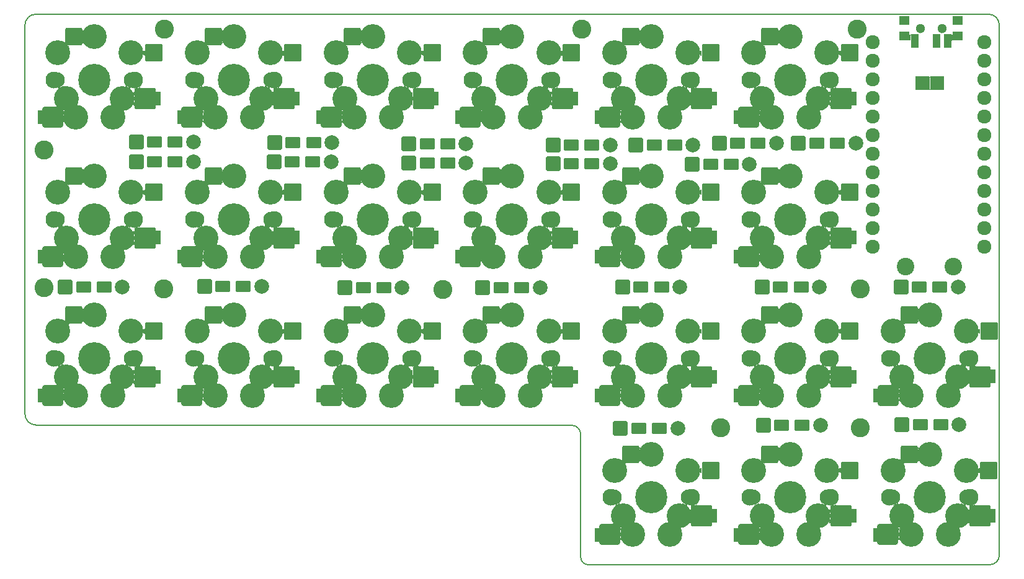
<source format=gbr>
G04 #@! TF.GenerationSoftware,KiCad,Pcbnew,(5.99.0-6672-g81c853438)*
G04 #@! TF.CreationDate,2020-11-14T00:53:03+00:00*
G04 #@! TF.ProjectId,helix,68656c69-782e-46b6-9963-61645f706362,rev?*
G04 #@! TF.SameCoordinates,Original*
G04 #@! TF.FileFunction,Soldermask,Bot*
G04 #@! TF.FilePolarity,Negative*
%FSLAX46Y46*%
G04 Gerber Fmt 4.6, Leading zero omitted, Abs format (unit mm)*
G04 Created by KiCad (PCBNEW (5.99.0-6672-g81c853438)) date 2020-11-14 00:53:03*
%MOMM*%
%LPD*%
G01*
G04 APERTURE LIST*
G04 Aperture macros list*
%AMRoundRect*
0 Rectangle with rounded corners*
0 $1 Rounding radius*
0 $2 $3 $4 $5 $6 $7 $8 $9 X,Y pos of 4 corners*
0 Add a 4 corners polygon primitive as box body*
4,1,4,$2,$3,$4,$5,$6,$7,$8,$9,$2,$3,0*
0 Add four circle primitives for the rounded corners*
1,1,$1+$1,$2,$3,0*
1,1,$1+$1,$4,$5,0*
1,1,$1+$1,$6,$7,0*
1,1,$1+$1,$8,$9,0*
0 Add four rect primitives between the rounded corners*
20,1,$1+$1,$2,$3,$4,$5,0*
20,1,$1+$1,$4,$5,$6,$7,0*
20,1,$1+$1,$6,$7,$8,$9,0*
20,1,$1+$1,$8,$9,$2,$3,0*%
G04 Aperture macros list end*
G04 #@! TA.AperFunction,Profile*
%ADD10C,0.150000*%
G04 #@! TD*
%ADD11RoundRect,0.200000X0.800000X0.800000X-0.800000X0.800000X-0.800000X-0.800000X0.800000X-0.800000X0*%
%ADD12RoundRect,0.200000X0.800000X0.600000X-0.800000X0.600000X-0.800000X-0.600000X0.800000X-0.600000X0*%
%ADD13C,2.000000*%
%ADD14C,2.400000*%
%ADD15C,3.400000*%
%ADD16C,2.100000*%
%ADD17C,2.300000*%
%ADD18C,0.500000*%
%ADD19C,4.400000*%
%ADD20RoundRect,0.200000X-1.250000X-1.250000X1.250000X-1.250000X1.250000X1.250000X-1.250000X1.250000X0*%
%ADD21RoundRect,0.200000X0.350000X0.750000X-0.350000X0.750000X-0.350000X-0.750000X0.350000X-0.750000X0*%
%ADD22RoundRect,0.200000X-1.000000X-1.000000X1.000000X-1.000000X1.000000X1.000000X-1.000000X1.000000X0*%
%ADD23RoundRect,0.200000X-1.200000X-1.200000X1.200000X-1.200000X1.200000X1.200000X-1.200000X1.200000X0*%
%ADD24RoundRect,0.200000X-0.950000X-1.000000X0.950000X-1.000000X0.950000X1.000000X-0.950000X1.000000X0*%
%ADD25C,2.600000*%
%ADD26RoundRect,0.200000X-0.350000X-0.750000X0.350000X-0.750000X0.350000X0.750000X-0.350000X0.750000X0*%
%ADD27RoundRect,0.200000X-0.500000X-0.400000X0.500000X-0.400000X0.500000X0.400000X-0.500000X0.400000X0*%
%ADD28C,1.300000*%
%ADD29C,1.924000*%
%ADD30RoundRect,0.200000X0.762000X0.762000X-0.762000X0.762000X-0.762000X-0.762000X0.762000X-0.762000X0*%
G04 APERTURE END LIST*
D10*
X222500000Y-112072000D02*
X222500000Y-39700000D01*
X89500000Y-92768000D02*
G75*
G03*
X91000000Y-94268000I1500000J0D01*
G01*
X91000000Y-94268000D02*
X164096000Y-94292000D01*
X164096000Y-94292000D02*
G75*
G02*
X165366000Y-95562000I0J-1270000D01*
G01*
X222500000Y-39700000D02*
G75*
G03*
X221039340Y-38158000I-1460660J79195D01*
G01*
X165366000Y-95562000D02*
X165366000Y-112326000D01*
X89500000Y-39658000D02*
X89500000Y-92768000D01*
X91000000Y-38158000D02*
G75*
G03*
X89500000Y-39658000I0J-1500000D01*
G01*
X166382000Y-113342000D02*
G75*
G02*
X165366000Y-112326000I0J1016000D01*
G01*
X222500000Y-112072000D02*
G75*
G02*
X221230000Y-113342000I-1270000J0D01*
G01*
X221039340Y-38158000D02*
X91000000Y-38158000D01*
X166382000Y-113342000D02*
X221230000Y-113342000D01*
X222500000Y-112072000D02*
X222500000Y-39700000D01*
X89500000Y-92768000D02*
G75*
G03*
X91000000Y-94268000I1500000J0D01*
G01*
X91000000Y-94268000D02*
X164096000Y-94292000D01*
X164096000Y-94292000D02*
G75*
G02*
X165366000Y-95562000I0J-1270000D01*
G01*
X222500000Y-39700000D02*
G75*
G03*
X221039340Y-38158000I-1460660J79195D01*
G01*
X165366000Y-95562000D02*
X165366000Y-112326000D01*
X89500000Y-39658000D02*
X89500000Y-92768000D01*
X91000000Y-38158000D02*
G75*
G03*
X89500000Y-39658000I0J-1500000D01*
G01*
X166382000Y-113342000D02*
G75*
G02*
X165366000Y-112326000I0J1016000D01*
G01*
X222500000Y-112072000D02*
G75*
G02*
X221230000Y-113342000I-1270000J0D01*
G01*
X221039340Y-38158000D02*
X91000000Y-38158000D01*
X166382000Y-113342000D02*
X221230000Y-113342000D01*
D11*
X104700000Y-55600000D03*
D12*
X107200000Y-55600000D03*
X110000000Y-55600000D03*
D13*
X112500000Y-55600000D03*
D11*
X123600000Y-55700000D03*
D12*
X126100000Y-55700000D03*
X128900000Y-55700000D03*
D13*
X131400000Y-55700000D03*
D11*
X141900000Y-55900000D03*
D12*
X144400000Y-55900000D03*
X147200000Y-55900000D03*
D13*
X149700000Y-55900000D03*
D11*
X161600000Y-56000000D03*
D12*
X164100000Y-56000000D03*
X166900000Y-56000000D03*
D13*
X169400000Y-56000000D03*
D11*
X172900000Y-56000000D03*
D12*
X175400000Y-56000000D03*
X178200000Y-56000000D03*
D13*
X180700000Y-56000000D03*
D11*
X195100000Y-55800000D03*
D12*
X197600000Y-55800000D03*
X200400000Y-55800000D03*
D13*
X202900000Y-55800000D03*
D11*
X104700000Y-58300000D03*
D12*
X107200000Y-58300000D03*
X110000000Y-58300000D03*
D13*
X112500000Y-58300000D03*
D11*
X123500000Y-58300000D03*
D12*
X126000000Y-58300000D03*
X128800000Y-58300000D03*
D13*
X131300000Y-58300000D03*
D11*
X141900000Y-58500000D03*
D12*
X144400000Y-58500000D03*
X147200000Y-58500000D03*
D13*
X149700000Y-58500000D03*
D11*
X161600000Y-58600000D03*
D12*
X164100000Y-58600000D03*
X166900000Y-58600000D03*
D13*
X169400000Y-58600000D03*
D11*
X180600000Y-58700000D03*
D12*
X183100000Y-58700000D03*
X185900000Y-58700000D03*
D13*
X188400000Y-58700000D03*
D11*
X184300000Y-55800000D03*
D12*
X186800000Y-55800000D03*
X189600000Y-55800000D03*
D13*
X192100000Y-55800000D03*
D11*
X95000000Y-75400000D03*
D12*
X97500000Y-75400000D03*
X100300000Y-75400000D03*
D13*
X102800000Y-75400000D03*
D11*
X114000000Y-75300000D03*
D12*
X116500000Y-75300000D03*
X119300000Y-75300000D03*
D13*
X121800000Y-75300000D03*
D11*
X133200000Y-75500000D03*
D12*
X135700000Y-75500000D03*
X138500000Y-75500000D03*
D13*
X141000000Y-75500000D03*
D11*
X152000000Y-75500000D03*
D12*
X154500000Y-75500000D03*
X157300000Y-75500000D03*
D13*
X159800000Y-75500000D03*
D11*
X171095000Y-75400000D03*
D12*
X173595000Y-75400000D03*
X176395000Y-75400000D03*
D13*
X178895000Y-75400000D03*
D11*
X190145000Y-75400000D03*
D12*
X192645000Y-75400000D03*
X195445000Y-75400000D03*
D13*
X197945000Y-75400000D03*
D11*
X170800000Y-94700000D03*
D12*
X173300000Y-94700000D03*
X176100000Y-94700000D03*
D13*
X178600000Y-94700000D03*
D11*
X190300000Y-94300000D03*
D12*
X192800000Y-94300000D03*
X195600000Y-94300000D03*
D13*
X198100000Y-94300000D03*
D11*
X209200000Y-94200000D03*
D12*
X211700000Y-94200000D03*
X214500000Y-94200000D03*
D13*
X217000000Y-94200000D03*
D14*
X216200000Y-72600000D03*
X209700000Y-72600000D03*
D15*
X95175000Y-49698000D03*
X102795000Y-49698001D03*
D16*
X93905000Y-47158000D03*
D17*
X93485000Y-47158000D03*
D15*
X98985000Y-41258000D03*
X93985000Y-43458000D03*
D16*
X104065000Y-47158000D03*
D17*
X104485000Y-47158000D03*
D15*
X101525000Y-52238000D03*
X96445000Y-52238000D03*
X103985000Y-43458000D03*
D18*
X95160000Y-49738000D03*
D19*
X98985000Y-47158000D03*
D15*
X95175000Y-49698000D03*
D18*
X102810000Y-49738000D03*
D20*
X105885000Y-49698000D03*
D21*
X107485000Y-49658000D03*
D22*
X107085000Y-43458000D03*
D23*
X93285000Y-52238000D03*
D21*
X91785000Y-52258000D03*
D24*
X96185000Y-41258000D03*
D15*
X115445000Y-52238000D03*
X120525000Y-52238000D03*
D18*
X121810000Y-49738000D03*
D15*
X121795000Y-49698001D03*
D17*
X112485000Y-47158000D03*
X123485000Y-47158000D03*
D15*
X114175000Y-49698000D03*
D16*
X123065000Y-47158000D03*
D15*
X117985000Y-41258000D03*
X114175000Y-49698000D03*
D16*
X112905000Y-47158000D03*
D18*
X114160000Y-49738000D03*
D19*
X117985000Y-47158000D03*
D15*
X122985000Y-43458000D03*
X112985000Y-43458000D03*
D20*
X124885000Y-49698000D03*
D22*
X126085000Y-43458000D03*
D21*
X126485000Y-49658000D03*
D23*
X112285000Y-52238000D03*
D21*
X110785000Y-52258000D03*
D24*
X115185000Y-41258000D03*
D15*
X133175000Y-49698000D03*
D19*
X136985000Y-47158000D03*
D15*
X134445000Y-52238000D03*
X131985000Y-43458000D03*
D18*
X133160000Y-49738000D03*
D16*
X131905000Y-47158000D03*
D15*
X136985000Y-41258000D03*
X133175000Y-49698000D03*
X139525000Y-52238000D03*
D18*
X140810000Y-49738000D03*
D17*
X142485000Y-47158000D03*
D16*
X142065000Y-47158000D03*
D15*
X140795000Y-49698001D03*
D17*
X131485000Y-47158000D03*
D15*
X141985000Y-43458000D03*
D22*
X145085000Y-43458000D03*
D20*
X143885000Y-49698000D03*
D21*
X145485000Y-49658000D03*
D24*
X134185000Y-41258000D03*
D23*
X131285000Y-52238000D03*
D21*
X129785000Y-52258000D03*
D15*
X158525000Y-52238000D03*
X155985000Y-41258000D03*
D17*
X161485000Y-47158000D03*
X150485000Y-47158000D03*
D16*
X150905000Y-47158000D03*
D15*
X152175000Y-49698000D03*
X152175000Y-49698000D03*
D18*
X159810000Y-49738000D03*
D15*
X159795000Y-49698001D03*
D18*
X152160000Y-49738000D03*
D19*
X155985000Y-47158000D03*
D15*
X150985000Y-43458000D03*
D16*
X161065000Y-47158000D03*
D15*
X160985000Y-43458000D03*
X153445000Y-52238000D03*
D20*
X162885000Y-49698000D03*
D22*
X164085000Y-43458000D03*
D21*
X164485000Y-49658000D03*
X148785000Y-52258000D03*
D24*
X153185000Y-41258000D03*
D23*
X150285000Y-52238000D03*
D16*
X180065000Y-47158000D03*
D18*
X171160000Y-49738000D03*
D15*
X172445000Y-52238000D03*
D17*
X169485000Y-47158000D03*
D15*
X171175000Y-49698000D03*
X178795000Y-49698001D03*
D16*
X169905000Y-47158000D03*
D15*
X174985000Y-41258000D03*
X171175000Y-49698000D03*
X169985000Y-43458000D03*
D17*
X180485000Y-47158000D03*
D15*
X179985000Y-43458000D03*
X177525000Y-52238000D03*
D18*
X178810000Y-49738000D03*
D19*
X174985000Y-47158000D03*
D21*
X183485000Y-49658000D03*
D20*
X181885000Y-49698000D03*
D22*
X183085000Y-43458000D03*
D21*
X167785000Y-52258000D03*
D24*
X172185000Y-41258000D03*
D23*
X169285000Y-52238000D03*
D15*
X193985000Y-41258000D03*
X198985000Y-43458000D03*
D18*
X197810000Y-49738000D03*
D15*
X196525000Y-52238000D03*
X190175000Y-49698000D03*
D19*
X193985000Y-47158000D03*
D15*
X188985000Y-43458000D03*
D18*
X190160000Y-49738000D03*
D17*
X188485000Y-47158000D03*
D15*
X191445000Y-52238000D03*
D16*
X188905000Y-47158000D03*
D15*
X190175000Y-49698000D03*
D16*
X199065000Y-47158000D03*
D17*
X199485000Y-47158000D03*
D15*
X197795000Y-49698001D03*
D20*
X200885000Y-49698000D03*
D22*
X202085000Y-43458000D03*
D21*
X202485000Y-49658000D03*
D24*
X191185000Y-41258000D03*
D23*
X188285000Y-52238000D03*
D21*
X186785000Y-52258000D03*
D15*
X103985000Y-62458000D03*
D18*
X102810000Y-68738000D03*
D16*
X104065000Y-66158000D03*
D19*
X98985000Y-66158000D03*
D18*
X95160000Y-68738000D03*
D15*
X101525000Y-71238000D03*
X98985000Y-60258000D03*
X96445000Y-71238000D03*
X93985000Y-62458000D03*
D17*
X93485000Y-66158000D03*
D15*
X95175000Y-68698000D03*
D17*
X104485000Y-66158000D03*
D15*
X102795000Y-68698001D03*
X95175000Y-68698000D03*
D16*
X93905000Y-66158000D03*
D20*
X105885000Y-68698000D03*
D22*
X107085000Y-62458000D03*
D21*
X107485000Y-68658000D03*
D24*
X96185000Y-60258000D03*
D21*
X91785000Y-71258000D03*
D23*
X93285000Y-71238000D03*
D15*
X122985000Y-62458000D03*
X117985000Y-60258000D03*
X114175000Y-68698000D03*
D16*
X123065000Y-66158000D03*
D18*
X121810000Y-68738000D03*
D15*
X120525000Y-71238000D03*
D16*
X112905000Y-66158000D03*
D17*
X112485000Y-66158000D03*
D15*
X112985000Y-62458000D03*
D19*
X117985000Y-66158000D03*
D15*
X114175000Y-68698000D03*
D18*
X114160000Y-68738000D03*
D17*
X123485000Y-66158000D03*
D15*
X121795000Y-68698001D03*
X115445000Y-71238000D03*
D20*
X124885000Y-68698000D03*
D22*
X126085000Y-62458000D03*
D21*
X126485000Y-68658000D03*
D23*
X112285000Y-71238000D03*
D24*
X115185000Y-60258000D03*
D21*
X110785000Y-71258000D03*
D16*
X142065000Y-66158000D03*
D15*
X136985000Y-60258000D03*
D16*
X131905000Y-66158000D03*
D17*
X131485000Y-66158000D03*
D15*
X139525000Y-71238000D03*
D18*
X133160000Y-68738000D03*
D19*
X136985000Y-66158000D03*
D15*
X141985000Y-62458000D03*
X131985000Y-62458000D03*
X133175000Y-68698000D03*
X133175000Y-68698000D03*
X140795000Y-68698001D03*
X134445000Y-71238000D03*
D18*
X140810000Y-68738000D03*
D17*
X142485000Y-66158000D03*
D20*
X143885000Y-68698000D03*
D22*
X145085000Y-62458000D03*
D21*
X145485000Y-68658000D03*
X129785000Y-71258000D03*
D23*
X131285000Y-71238000D03*
D24*
X134185000Y-60258000D03*
D15*
X155985000Y-60258000D03*
X160985000Y-62458000D03*
X152175000Y-68698000D03*
D18*
X152160000Y-68738000D03*
D16*
X150905000Y-66158000D03*
D15*
X153445000Y-71238000D03*
D19*
X155985000Y-66158000D03*
D15*
X150985000Y-62458000D03*
X158525000Y-71238000D03*
D17*
X150485000Y-66158000D03*
D15*
X152175000Y-68698000D03*
D17*
X161485000Y-66158000D03*
D18*
X159810000Y-68738000D03*
D16*
X161065000Y-66158000D03*
D15*
X159795000Y-68698001D03*
D22*
X164085000Y-62458000D03*
D20*
X162885000Y-68698000D03*
D21*
X164485000Y-68658000D03*
X148785000Y-71258000D03*
D24*
X153185000Y-60258000D03*
D23*
X150285000Y-71238000D03*
D15*
X172445000Y-71238000D03*
X178795000Y-68698001D03*
X177525000Y-71238000D03*
X174985000Y-60258000D03*
D16*
X180065000Y-66158000D03*
D19*
X174985000Y-66158000D03*
D17*
X180485000Y-66158000D03*
D18*
X171160000Y-68738000D03*
D16*
X169905000Y-66158000D03*
D15*
X169985000Y-62458000D03*
X171175000Y-68698000D03*
D17*
X169485000Y-66158000D03*
D15*
X171175000Y-68698000D03*
X179985000Y-62458000D03*
D18*
X178810000Y-68738000D03*
D22*
X183085000Y-62458000D03*
D20*
X181885000Y-68698000D03*
D21*
X183485000Y-68658000D03*
X167785000Y-71258000D03*
D23*
X169285000Y-71238000D03*
D24*
X172185000Y-60258000D03*
D16*
X199065000Y-66158000D03*
D15*
X188985000Y-62458000D03*
D17*
X188485000Y-66158000D03*
D15*
X191445000Y-71238000D03*
D18*
X197810000Y-68738000D03*
D15*
X190175000Y-68698000D03*
X193985000Y-60258000D03*
X196525000Y-71238000D03*
D17*
X199485000Y-66158000D03*
D18*
X190160000Y-68738000D03*
D15*
X197795000Y-68698001D03*
D19*
X193985000Y-66158000D03*
D16*
X188905000Y-66158000D03*
D15*
X198985000Y-62458000D03*
X190175000Y-68698000D03*
D21*
X202485000Y-68658000D03*
D22*
X202085000Y-62458000D03*
D20*
X200885000Y-68698000D03*
D24*
X191185000Y-60258000D03*
D21*
X186785000Y-71258000D03*
D23*
X188285000Y-71238000D03*
D15*
X95175000Y-87698000D03*
D16*
X104065000Y-85158000D03*
D15*
X101525000Y-90238000D03*
D16*
X93905000Y-85158000D03*
D15*
X98985000Y-79258000D03*
D17*
X93485000Y-85158000D03*
D15*
X96445000Y-90238000D03*
D18*
X102810000Y-87738000D03*
D15*
X95175000Y-87698000D03*
X102795000Y-87698001D03*
D19*
X98985000Y-85158000D03*
D15*
X93985000Y-81458000D03*
D18*
X95160000Y-87738000D03*
D15*
X103985000Y-81458000D03*
D17*
X104485000Y-85158000D03*
D21*
X107485000Y-87658000D03*
D20*
X105885000Y-87698000D03*
D22*
X107085000Y-81458000D03*
D23*
X93285000Y-90238000D03*
D21*
X91785000Y-90258000D03*
D24*
X96185000Y-79258000D03*
D15*
X117985000Y-79258000D03*
D18*
X114160000Y-87738000D03*
D15*
X114175000Y-87698000D03*
D17*
X112485000Y-85158000D03*
D16*
X123065000Y-85158000D03*
D15*
X120525000Y-90238000D03*
X115445000Y-90238000D03*
X114175000Y-87698000D03*
X121795000Y-87698001D03*
D17*
X123485000Y-85158000D03*
D19*
X117985000Y-85158000D03*
D18*
X121810000Y-87738000D03*
D16*
X112905000Y-85158000D03*
D15*
X122985000Y-81458000D03*
X112985000Y-81458000D03*
D20*
X124885000Y-87698000D03*
D22*
X126085000Y-81458000D03*
D21*
X126485000Y-87658000D03*
D23*
X112285000Y-90238000D03*
D21*
X110785000Y-90258000D03*
D24*
X115185000Y-79258000D03*
D15*
X139525000Y-90238000D03*
X141985000Y-81458000D03*
X133175000Y-87698000D03*
X140795000Y-87698001D03*
X134445000Y-90238000D03*
D16*
X142065000Y-85158000D03*
D15*
X131985000Y-81458000D03*
D17*
X142485000Y-85158000D03*
D15*
X136985000Y-79258000D03*
D18*
X140810000Y-87738000D03*
X133160000Y-87738000D03*
D17*
X131485000Y-85158000D03*
D16*
X131905000Y-85158000D03*
D19*
X136985000Y-85158000D03*
D15*
X133175000Y-87698000D03*
D20*
X143885000Y-87698000D03*
D22*
X145085000Y-81458000D03*
D21*
X145485000Y-87658000D03*
X129785000Y-90258000D03*
D24*
X134185000Y-79258000D03*
D23*
X131285000Y-90238000D03*
D16*
X161065000Y-85158000D03*
D15*
X152175000Y-87698000D03*
D17*
X161485000Y-85158000D03*
D15*
X150985000Y-81458000D03*
D19*
X155985000Y-85158000D03*
D15*
X158525000Y-90238000D03*
X153445000Y-90238000D03*
D17*
X150485000Y-85158000D03*
D15*
X152175000Y-87698000D03*
X160985000Y-81458000D03*
X159795000Y-87698001D03*
D18*
X159810000Y-87738000D03*
D16*
X150905000Y-85158000D03*
D18*
X152160000Y-87738000D03*
D15*
X155985000Y-79258000D03*
D21*
X164485000Y-87658000D03*
D20*
X162885000Y-87698000D03*
D22*
X164085000Y-81458000D03*
D23*
X150285000Y-90238000D03*
D24*
X153185000Y-79258000D03*
D21*
X148785000Y-90258000D03*
D19*
X174985000Y-85158000D03*
D15*
X179985000Y-81458000D03*
D16*
X169905000Y-85158000D03*
D18*
X178810000Y-87738000D03*
D15*
X171175000Y-87698000D03*
D17*
X180485000Y-85158000D03*
D15*
X172445000Y-90238000D03*
D18*
X171160000Y-87738000D03*
D15*
X178795000Y-87698001D03*
X169985000Y-81458000D03*
X177525000Y-90238000D03*
X171175000Y-87698000D03*
D17*
X169485000Y-85158000D03*
D16*
X180065000Y-85158000D03*
D15*
X174985000Y-79258000D03*
D20*
X181885000Y-87698000D03*
D21*
X183485000Y-87658000D03*
D22*
X183085000Y-81458000D03*
D23*
X169285000Y-90238000D03*
D24*
X172185000Y-79258000D03*
D21*
X167785000Y-90258000D03*
D15*
X198985000Y-81458000D03*
D17*
X199485000Y-85158000D03*
D16*
X188905000Y-85158000D03*
D15*
X188985000Y-81458000D03*
X190175000Y-87698000D03*
X193985000Y-79258000D03*
X196525000Y-90238000D03*
D18*
X197810000Y-87738000D03*
X190160000Y-87738000D03*
D15*
X191445000Y-90238000D03*
D17*
X188485000Y-85158000D03*
D19*
X193985000Y-85158000D03*
D15*
X190175000Y-87698000D03*
X197795000Y-87698001D03*
D16*
X199065000Y-85158000D03*
D21*
X202485000Y-87658000D03*
D22*
X202085000Y-81458000D03*
D20*
X200885000Y-87698000D03*
D24*
X191185000Y-79258000D03*
D23*
X188285000Y-90238000D03*
D21*
X186785000Y-90258000D03*
D15*
X171175000Y-106698000D03*
X172445000Y-109238000D03*
D16*
X169905000Y-104158000D03*
D17*
X180485000Y-104158000D03*
D19*
X174985000Y-104158000D03*
D18*
X171160000Y-106738000D03*
D16*
X180065000Y-104158000D03*
D15*
X178795000Y-106698001D03*
X174985000Y-98258000D03*
X177525000Y-109238000D03*
X171175000Y-106698000D03*
X179985000Y-100458000D03*
D17*
X169485000Y-104158000D03*
D15*
X169985000Y-100458000D03*
D18*
X178810000Y-106738000D03*
D22*
X183085000Y-100458000D03*
D20*
X181885000Y-106698000D03*
D21*
X183485000Y-106658000D03*
D23*
X169285000Y-109238000D03*
D21*
X167785000Y-109258000D03*
D24*
X172185000Y-98258000D03*
D15*
X196525000Y-109238000D03*
D17*
X188485000Y-104158000D03*
D15*
X193985000Y-98258000D03*
X191445000Y-109238000D03*
X190175000Y-106698000D03*
X188985000Y-100458000D03*
X197795000Y-106698001D03*
D18*
X190160000Y-106738000D03*
D15*
X198985000Y-100458000D03*
D16*
X188905000Y-104158000D03*
D19*
X193985000Y-104158000D03*
D16*
X199065000Y-104158000D03*
D17*
X199485000Y-104158000D03*
D15*
X190175000Y-106698000D03*
D18*
X197810000Y-106738000D03*
D20*
X200885000Y-106698000D03*
D21*
X202485000Y-106658000D03*
D22*
X202085000Y-100458000D03*
D24*
X191185000Y-98258000D03*
D21*
X186785000Y-109258000D03*
D23*
X188285000Y-109238000D03*
D15*
X210445000Y-109238000D03*
X217985000Y-100458000D03*
X209175000Y-106698000D03*
X209175000Y-106698000D03*
D17*
X207485000Y-104158000D03*
D16*
X207905000Y-104158000D03*
D18*
X216810000Y-106738000D03*
D17*
X218485000Y-104158000D03*
D16*
X218065000Y-104158000D03*
D15*
X207985000Y-100458000D03*
X212985000Y-98258000D03*
D19*
X212985000Y-104158000D03*
D15*
X215525000Y-109238000D03*
X216795000Y-106698001D03*
D18*
X209160000Y-106738000D03*
D22*
X221085000Y-100458000D03*
D21*
X221485000Y-106658000D03*
D20*
X219885000Y-106698000D03*
D21*
X205785000Y-109258000D03*
D24*
X210185000Y-98258000D03*
D23*
X207285000Y-109238000D03*
D25*
X184485000Y-94658000D03*
X146547000Y-75750000D03*
X92100000Y-75500000D03*
X203519000Y-94647600D03*
X203100000Y-40200000D03*
X203519000Y-75648400D03*
D26*
X210950000Y-41850000D03*
X213950000Y-41850000D03*
X215450000Y-41850000D03*
D27*
X209550000Y-41150000D03*
X216850000Y-41150000D03*
X209550000Y-39050000D03*
X216850000Y-39050000D03*
D28*
X211700000Y-40100000D03*
X214700000Y-40100000D03*
D25*
X108472000Y-75648400D03*
X92100000Y-56700000D03*
X165500000Y-40200000D03*
D11*
X209100000Y-75400000D03*
D12*
X211600000Y-75400000D03*
X214400000Y-75400000D03*
D13*
X216900000Y-75400000D03*
D25*
X108500000Y-40200000D03*
D15*
X216818000Y-87688001D03*
X218008000Y-81448000D03*
X210468000Y-90228000D03*
D17*
X218508000Y-85148000D03*
D15*
X209198000Y-87688000D03*
X209198000Y-87688000D03*
X208008000Y-81448000D03*
D18*
X216833000Y-87728000D03*
D15*
X213008000Y-79248000D03*
D16*
X218088000Y-85148000D03*
D18*
X209183000Y-87728000D03*
D17*
X207508000Y-85148000D03*
D19*
X213008000Y-85148000D03*
D16*
X207928000Y-85148000D03*
D15*
X215548000Y-90228000D03*
D21*
X221508000Y-87648000D03*
D22*
X221108000Y-81448000D03*
D20*
X219908000Y-87688000D03*
D21*
X205808000Y-90248000D03*
D24*
X210208000Y-79248000D03*
D23*
X207308000Y-90228000D03*
D28*
X214700000Y-40100000D03*
X211700000Y-40100000D03*
D29*
X220461000Y-41968000D03*
X220461000Y-44508000D03*
X220461000Y-47048000D03*
X220461000Y-49588000D03*
X220461000Y-52128000D03*
X220461000Y-54668000D03*
X220461000Y-57208000D03*
X220461000Y-59748000D03*
X220461000Y-62288000D03*
X220461000Y-64828000D03*
X220461000Y-67368000D03*
X220461000Y-69908000D03*
X205221000Y-69908000D03*
X205221000Y-67368000D03*
X205221000Y-64828000D03*
X205221000Y-62288000D03*
X205221000Y-59748000D03*
X205221000Y-57208000D03*
X205221000Y-54668000D03*
X205221000Y-52128000D03*
X205221000Y-49588000D03*
X205221000Y-47048000D03*
X205221000Y-44508000D03*
X205221000Y-41968000D03*
D30*
X214000000Y-47600000D03*
X212000000Y-47600000D03*
G36*
X170909378Y-108375090D02*
G01*
X170979706Y-108380810D01*
X170981351Y-108381947D01*
X170981314Y-108383734D01*
X170886657Y-108563647D01*
X170802584Y-108807121D01*
X170756308Y-109060509D01*
X170748890Y-109317985D01*
X170780505Y-109573620D01*
X170850423Y-109821530D01*
X170926256Y-109988314D01*
X170926062Y-109990305D01*
X170924242Y-109991133D01*
X170922673Y-109990089D01*
X170918483Y-109982292D01*
X170869630Y-109932775D01*
X170802059Y-109917598D01*
X170737003Y-109941364D01*
X170695059Y-109996615D01*
X170686967Y-110040618D01*
X170685670Y-110042140D01*
X170683703Y-110041779D01*
X170683000Y-110040256D01*
X170683000Y-108323898D01*
X170684000Y-108322166D01*
X170685462Y-108321952D01*
X170909378Y-108375090D01*
G37*
G36*
X189909378Y-108375090D02*
G01*
X189979706Y-108380810D01*
X189981351Y-108381947D01*
X189981314Y-108383734D01*
X189886657Y-108563647D01*
X189802584Y-108807121D01*
X189756308Y-109060509D01*
X189748890Y-109317985D01*
X189780505Y-109573620D01*
X189850423Y-109821530D01*
X189926256Y-109988314D01*
X189926062Y-109990305D01*
X189924242Y-109991133D01*
X189922673Y-109990089D01*
X189918483Y-109982292D01*
X189869630Y-109932775D01*
X189802059Y-109917598D01*
X189737003Y-109941364D01*
X189695059Y-109996615D01*
X189686967Y-110040618D01*
X189685670Y-110042140D01*
X189683703Y-110041779D01*
X189683000Y-110040256D01*
X189683000Y-108323898D01*
X189684000Y-108322166D01*
X189685462Y-108321952D01*
X189909378Y-108375090D01*
G37*
G36*
X208909378Y-108375090D02*
G01*
X208979706Y-108380810D01*
X208981351Y-108381947D01*
X208981314Y-108383734D01*
X208886657Y-108563647D01*
X208802584Y-108807121D01*
X208756308Y-109060509D01*
X208748890Y-109317985D01*
X208780505Y-109573620D01*
X208850423Y-109821530D01*
X208926256Y-109988314D01*
X208926062Y-109990305D01*
X208924242Y-109991133D01*
X208922673Y-109990089D01*
X208918483Y-109982292D01*
X208869630Y-109932775D01*
X208802059Y-109917598D01*
X208737003Y-109941364D01*
X208695059Y-109996615D01*
X208686967Y-110040618D01*
X208685670Y-110042140D01*
X208683703Y-110041779D01*
X208683000Y-110040256D01*
X208683000Y-108323898D01*
X208684000Y-108322166D01*
X208685462Y-108321952D01*
X208909378Y-108375090D01*
G37*
G36*
X207718573Y-107564300D02*
G01*
X207827890Y-107731672D01*
X207921930Y-107836666D01*
X207922340Y-107838623D01*
X207920440Y-107840000D01*
X207661521Y-107840000D01*
X207659789Y-107839000D01*
X207659789Y-107837000D01*
X207660958Y-107836081D01*
X207727973Y-107816404D01*
X207773328Y-107764061D01*
X207783190Y-107695469D01*
X207759926Y-107639210D01*
X207739921Y-107612420D01*
X207739762Y-107612170D01*
X207715137Y-107566341D01*
X207715198Y-107564342D01*
X207716960Y-107563395D01*
X207718573Y-107564300D01*
G37*
G36*
X188718573Y-107564300D02*
G01*
X188827890Y-107731672D01*
X188921930Y-107836666D01*
X188922340Y-107838623D01*
X188920440Y-107840000D01*
X188661521Y-107840000D01*
X188659789Y-107839000D01*
X188659789Y-107837000D01*
X188660958Y-107836081D01*
X188727973Y-107816404D01*
X188773328Y-107764061D01*
X188783190Y-107695469D01*
X188759926Y-107639210D01*
X188739921Y-107612420D01*
X188739762Y-107612170D01*
X188715137Y-107566341D01*
X188715198Y-107564342D01*
X188716960Y-107563395D01*
X188718573Y-107564300D01*
G37*
G36*
X169718573Y-107564300D02*
G01*
X169827890Y-107731672D01*
X169921930Y-107836666D01*
X169922340Y-107838623D01*
X169920440Y-107840000D01*
X169661521Y-107840000D01*
X169659789Y-107839000D01*
X169659789Y-107837000D01*
X169660958Y-107836081D01*
X169727973Y-107816404D01*
X169773328Y-107764061D01*
X169783190Y-107695469D01*
X169759926Y-107639210D01*
X169739921Y-107612420D01*
X169739762Y-107612170D01*
X169715137Y-107566341D01*
X169715198Y-107564342D01*
X169716960Y-107563395D01*
X169718573Y-107564300D01*
G37*
G36*
X199436447Y-107127962D02*
G01*
X199437000Y-107129343D01*
X199437000Y-107706931D01*
X199436000Y-107708663D01*
X199434000Y-107708663D01*
X199433081Y-107707494D01*
X199413404Y-107640479D01*
X199361061Y-107595124D01*
X199292665Y-107585290D01*
X199206318Y-107640758D01*
X199154088Y-107721960D01*
X199153910Y-107722197D01*
X199144723Y-107732673D01*
X199142829Y-107733316D01*
X199141325Y-107731997D01*
X199141556Y-107730243D01*
X199274315Y-107531554D01*
X199383379Y-107298197D01*
X199433081Y-107128780D01*
X199434528Y-107127399D01*
X199436447Y-107127962D01*
G37*
G36*
X218436447Y-107127962D02*
G01*
X218437000Y-107129343D01*
X218437000Y-107706931D01*
X218436000Y-107708663D01*
X218434000Y-107708663D01*
X218433081Y-107707494D01*
X218413404Y-107640479D01*
X218361061Y-107595124D01*
X218292665Y-107585290D01*
X218206318Y-107640758D01*
X218154088Y-107721960D01*
X218153910Y-107722197D01*
X218144723Y-107732673D01*
X218142829Y-107733316D01*
X218141325Y-107731997D01*
X218141556Y-107730243D01*
X218274315Y-107531554D01*
X218383379Y-107298197D01*
X218433081Y-107128780D01*
X218434528Y-107127399D01*
X218436447Y-107127962D01*
G37*
G36*
X180436447Y-107127962D02*
G01*
X180437000Y-107129343D01*
X180437000Y-107706931D01*
X180436000Y-107708663D01*
X180434000Y-107708663D01*
X180433081Y-107707494D01*
X180413404Y-107640479D01*
X180361061Y-107595124D01*
X180292665Y-107585290D01*
X180206318Y-107640758D01*
X180154088Y-107721960D01*
X180153910Y-107722197D01*
X180144723Y-107732673D01*
X180142829Y-107733316D01*
X180141325Y-107731997D01*
X180141556Y-107730243D01*
X180274315Y-107531554D01*
X180383379Y-107298197D01*
X180433081Y-107128780D01*
X180434528Y-107127399D01*
X180436447Y-107127962D01*
G37*
G36*
X180436277Y-105679449D02*
G01*
X180437000Y-105680988D01*
X180437000Y-106266388D01*
X180436000Y-106268120D01*
X180434000Y-106268120D01*
X180433052Y-106266840D01*
X180415296Y-106190235D01*
X180319845Y-105950985D01*
X180196466Y-105741112D01*
X180196450Y-105739112D01*
X180198174Y-105738098D01*
X180199761Y-105738860D01*
X180210161Y-105752052D01*
X180210769Y-105751573D01*
X180213393Y-105751703D01*
X180253205Y-105789993D01*
X180321155Y-105803395D01*
X180385563Y-105777934D01*
X180426052Y-105721591D01*
X180433028Y-105680652D01*
X180434305Y-105679113D01*
X180436277Y-105679449D01*
G37*
G36*
X199436277Y-105679449D02*
G01*
X199437000Y-105680988D01*
X199437000Y-106266388D01*
X199436000Y-106268120D01*
X199434000Y-106268120D01*
X199433052Y-106266840D01*
X199415296Y-106190235D01*
X199319845Y-105950985D01*
X199196466Y-105741112D01*
X199196450Y-105739112D01*
X199198174Y-105738098D01*
X199199761Y-105738860D01*
X199210161Y-105752052D01*
X199210769Y-105751573D01*
X199213393Y-105751703D01*
X199253205Y-105789993D01*
X199321155Y-105803395D01*
X199385563Y-105777934D01*
X199426052Y-105721591D01*
X199433028Y-105680652D01*
X199434305Y-105679113D01*
X199436277Y-105679449D01*
G37*
G36*
X218436277Y-105679449D02*
G01*
X218437000Y-105680988D01*
X218437000Y-106266388D01*
X218436000Y-106268120D01*
X218434000Y-106268120D01*
X218433052Y-106266840D01*
X218415296Y-106190235D01*
X218319845Y-105950985D01*
X218196466Y-105741112D01*
X218196450Y-105739112D01*
X218198174Y-105738098D01*
X218199761Y-105738860D01*
X218210161Y-105752052D01*
X218210769Y-105751573D01*
X218213393Y-105751703D01*
X218253205Y-105789993D01*
X218321155Y-105803395D01*
X218385563Y-105777934D01*
X218426052Y-105721591D01*
X218433028Y-105680652D01*
X218434305Y-105679113D01*
X218436277Y-105679449D01*
G37*
G36*
X179228845Y-104782167D02*
G01*
X179311137Y-104885994D01*
X179466896Y-105018555D01*
X179645440Y-105118340D01*
X179839958Y-105181543D01*
X180021564Y-105203198D01*
X180022116Y-105203346D01*
X180058931Y-105219163D01*
X180060128Y-105220766D01*
X180059339Y-105222604D01*
X180057455Y-105222879D01*
X180042505Y-105217408D01*
X179973091Y-105212875D01*
X179912513Y-105246442D01*
X179879698Y-105307433D01*
X179885071Y-105376548D01*
X179915851Y-105422560D01*
X179941306Y-105446506D01*
X179941883Y-105448421D01*
X179940512Y-105449878D01*
X179938594Y-105449446D01*
X179835712Y-105356322D01*
X179620792Y-105214339D01*
X179386875Y-105106503D01*
X179152655Y-105039119D01*
X179151267Y-105037679D01*
X179151820Y-105035757D01*
X179152960Y-105035212D01*
X179215909Y-105027356D01*
X179269087Y-104982985D01*
X179289824Y-104916942D01*
X179267202Y-104843366D01*
X179225645Y-104784563D01*
X179225462Y-104782572D01*
X179227095Y-104781417D01*
X179228845Y-104782167D01*
G37*
G36*
X217228845Y-104782167D02*
G01*
X217311137Y-104885994D01*
X217466896Y-105018555D01*
X217645440Y-105118340D01*
X217839958Y-105181543D01*
X218021564Y-105203198D01*
X218022116Y-105203346D01*
X218058931Y-105219163D01*
X218060128Y-105220766D01*
X218059339Y-105222604D01*
X218057455Y-105222879D01*
X218042505Y-105217408D01*
X217973091Y-105212875D01*
X217912513Y-105246442D01*
X217879698Y-105307433D01*
X217885071Y-105376548D01*
X217915851Y-105422560D01*
X217941306Y-105446506D01*
X217941883Y-105448421D01*
X217940512Y-105449878D01*
X217938594Y-105449446D01*
X217835712Y-105356322D01*
X217620792Y-105214339D01*
X217386875Y-105106503D01*
X217152655Y-105039119D01*
X217151267Y-105037679D01*
X217151820Y-105035757D01*
X217152960Y-105035212D01*
X217215909Y-105027356D01*
X217269087Y-104982985D01*
X217289824Y-104916942D01*
X217267202Y-104843366D01*
X217225645Y-104784563D01*
X217225462Y-104782572D01*
X217227095Y-104781417D01*
X217228845Y-104782167D01*
G37*
G36*
X198228845Y-104782167D02*
G01*
X198311137Y-104885994D01*
X198466896Y-105018555D01*
X198645440Y-105118340D01*
X198839958Y-105181543D01*
X199021564Y-105203198D01*
X199022116Y-105203346D01*
X199058931Y-105219163D01*
X199060128Y-105220766D01*
X199059339Y-105222604D01*
X199057455Y-105222879D01*
X199042505Y-105217408D01*
X198973091Y-105212875D01*
X198912513Y-105246442D01*
X198879698Y-105307433D01*
X198885071Y-105376548D01*
X198915851Y-105422560D01*
X198941306Y-105446506D01*
X198941883Y-105448421D01*
X198940512Y-105449878D01*
X198938594Y-105449446D01*
X198835712Y-105356322D01*
X198620792Y-105214339D01*
X198386875Y-105106503D01*
X198152655Y-105039119D01*
X198151267Y-105037679D01*
X198151820Y-105035757D01*
X198152960Y-105035212D01*
X198215909Y-105027356D01*
X198269087Y-104982985D01*
X198289824Y-104916942D01*
X198267202Y-104843366D01*
X198225645Y-104784563D01*
X198225462Y-104782572D01*
X198227095Y-104781417D01*
X198228845Y-104782167D01*
G37*
G36*
X208707119Y-104829526D02*
G01*
X208706768Y-104831463D01*
X208705092Y-104833478D01*
X208677483Y-104897323D01*
X208688724Y-104965660D01*
X208735086Y-105017028D01*
X208816404Y-105034177D01*
X208909465Y-105021512D01*
X208911316Y-105022270D01*
X208911586Y-105024251D01*
X208910084Y-105025463D01*
X208752729Y-105053351D01*
X208508814Y-105136148D01*
X208280232Y-105254887D01*
X208072238Y-105406837D01*
X208065668Y-105413373D01*
X208063735Y-105413885D01*
X208062325Y-105412468D01*
X208062560Y-105410899D01*
X208091759Y-105363963D01*
X208090743Y-105294711D01*
X208052448Y-105237004D01*
X207988992Y-105209142D01*
X207940401Y-105214833D01*
X207938564Y-105214042D01*
X207938331Y-105212055D01*
X207939525Y-105210953D01*
X207951932Y-105206742D01*
X207964549Y-105199676D01*
X207965373Y-105199427D01*
X208086983Y-105190069D01*
X208283978Y-105135067D01*
X208466542Y-105042847D01*
X208627714Y-104916926D01*
X208703716Y-104828877D01*
X208705605Y-104828219D01*
X208707119Y-104829526D01*
G37*
G36*
X189707119Y-104829526D02*
G01*
X189706768Y-104831463D01*
X189705092Y-104833478D01*
X189677483Y-104897323D01*
X189688724Y-104965660D01*
X189735086Y-105017028D01*
X189816404Y-105034177D01*
X189909465Y-105021512D01*
X189911316Y-105022270D01*
X189911586Y-105024251D01*
X189910084Y-105025463D01*
X189752729Y-105053351D01*
X189508814Y-105136148D01*
X189280232Y-105254887D01*
X189072238Y-105406837D01*
X189065668Y-105413373D01*
X189063735Y-105413885D01*
X189062325Y-105412468D01*
X189062560Y-105410899D01*
X189091759Y-105363963D01*
X189090743Y-105294711D01*
X189052448Y-105237004D01*
X188988992Y-105209142D01*
X188940401Y-105214833D01*
X188938564Y-105214042D01*
X188938331Y-105212055D01*
X188939525Y-105210953D01*
X188951932Y-105206742D01*
X188964549Y-105199676D01*
X188965373Y-105199427D01*
X189086983Y-105190069D01*
X189283978Y-105135067D01*
X189466542Y-105042847D01*
X189627714Y-104916926D01*
X189703716Y-104828877D01*
X189705605Y-104828219D01*
X189707119Y-104829526D01*
G37*
G36*
X170707119Y-104829526D02*
G01*
X170706768Y-104831463D01*
X170705092Y-104833478D01*
X170677483Y-104897323D01*
X170688724Y-104965660D01*
X170735086Y-105017028D01*
X170816404Y-105034177D01*
X170909465Y-105021512D01*
X170911316Y-105022270D01*
X170911586Y-105024251D01*
X170910084Y-105025463D01*
X170752729Y-105053351D01*
X170508814Y-105136148D01*
X170280232Y-105254887D01*
X170072238Y-105406837D01*
X170065668Y-105413373D01*
X170063735Y-105413885D01*
X170062325Y-105412468D01*
X170062560Y-105410899D01*
X170091759Y-105363963D01*
X170090743Y-105294711D01*
X170052448Y-105237004D01*
X169988992Y-105209142D01*
X169940401Y-105214833D01*
X169938564Y-105214042D01*
X169938331Y-105212055D01*
X169939525Y-105210953D01*
X169951932Y-105206742D01*
X169964549Y-105199676D01*
X169965373Y-105199427D01*
X170086983Y-105190069D01*
X170283978Y-105135067D01*
X170466542Y-105042847D01*
X170627714Y-104916926D01*
X170703716Y-104828877D01*
X170705605Y-104828219D01*
X170707119Y-104829526D01*
G37*
G36*
X219230003Y-105029170D02*
G01*
X219229718Y-105030585D01*
X219192601Y-105088766D01*
X219192831Y-105158023D01*
X219230427Y-105216097D01*
X219311347Y-105246125D01*
X219312623Y-105247665D01*
X219311927Y-105249540D01*
X219310651Y-105250000D01*
X218836610Y-105250000D01*
X218834878Y-105249000D01*
X218834878Y-105247000D01*
X218835967Y-105246106D01*
X218951932Y-105206742D01*
X219135227Y-105104091D01*
X219226753Y-105027971D01*
X219228724Y-105027633D01*
X219230003Y-105029170D01*
G37*
G36*
X181230003Y-105029170D02*
G01*
X181229718Y-105030585D01*
X181192601Y-105088766D01*
X181192831Y-105158023D01*
X181230427Y-105216097D01*
X181311347Y-105246125D01*
X181312623Y-105247665D01*
X181311927Y-105249540D01*
X181310651Y-105250000D01*
X180836610Y-105250000D01*
X180834878Y-105249000D01*
X180834878Y-105247000D01*
X180835967Y-105246106D01*
X180951932Y-105206742D01*
X181135227Y-105104091D01*
X181226753Y-105027971D01*
X181228724Y-105027633D01*
X181230003Y-105029170D01*
G37*
G36*
X200230003Y-105029170D02*
G01*
X200229718Y-105030585D01*
X200192601Y-105088766D01*
X200192831Y-105158023D01*
X200230427Y-105216097D01*
X200311347Y-105246125D01*
X200312623Y-105247665D01*
X200311927Y-105249540D01*
X200310651Y-105250000D01*
X199836610Y-105250000D01*
X199834878Y-105249000D01*
X199834878Y-105247000D01*
X199835967Y-105246106D01*
X199951932Y-105206742D01*
X200135227Y-105104091D01*
X200226753Y-105027971D01*
X200228724Y-105027633D01*
X200230003Y-105029170D01*
G37*
G36*
X181886490Y-100054546D02*
G01*
X181887000Y-100055880D01*
X181887000Y-100869220D01*
X181886000Y-100870952D01*
X181884000Y-100870952D01*
X181883081Y-100869783D01*
X181863404Y-100802768D01*
X181811061Y-100757413D01*
X181742508Y-100747556D01*
X181679514Y-100776325D01*
X181643543Y-100832962D01*
X181641771Y-100833888D01*
X181640082Y-100832816D01*
X181639936Y-100831327D01*
X181645889Y-100811032D01*
X181680185Y-100555697D01*
X181682998Y-100458047D01*
X181663457Y-100201160D01*
X181636387Y-100084370D01*
X181636970Y-100082456D01*
X181638918Y-100082005D01*
X181640082Y-100082945D01*
X181673814Y-100143515D01*
X181734874Y-100176198D01*
X181803914Y-100170683D01*
X181858982Y-100128738D01*
X181883100Y-100055256D01*
X181884590Y-100053922D01*
X181886490Y-100054546D01*
G37*
G36*
X200886490Y-100054546D02*
G01*
X200887000Y-100055880D01*
X200887000Y-100869220D01*
X200886000Y-100870952D01*
X200884000Y-100870952D01*
X200883081Y-100869783D01*
X200863404Y-100802768D01*
X200811061Y-100757413D01*
X200742508Y-100747556D01*
X200679514Y-100776325D01*
X200643543Y-100832962D01*
X200641771Y-100833888D01*
X200640082Y-100832816D01*
X200639936Y-100831327D01*
X200645889Y-100811032D01*
X200680185Y-100555697D01*
X200682998Y-100458047D01*
X200663457Y-100201160D01*
X200636387Y-100084370D01*
X200636970Y-100082456D01*
X200638918Y-100082005D01*
X200640082Y-100082945D01*
X200673814Y-100143515D01*
X200734874Y-100176198D01*
X200803914Y-100170683D01*
X200858982Y-100128738D01*
X200883100Y-100055256D01*
X200884590Y-100053922D01*
X200886490Y-100054546D01*
G37*
G36*
X219886490Y-100054546D02*
G01*
X219887000Y-100055880D01*
X219887000Y-100869220D01*
X219886000Y-100870952D01*
X219884000Y-100870952D01*
X219883081Y-100869783D01*
X219863404Y-100802768D01*
X219811061Y-100757413D01*
X219742508Y-100747556D01*
X219679514Y-100776325D01*
X219643543Y-100832962D01*
X219641771Y-100833888D01*
X219640082Y-100832816D01*
X219639936Y-100831327D01*
X219645889Y-100811032D01*
X219680185Y-100555697D01*
X219682998Y-100458047D01*
X219663457Y-100201160D01*
X219636387Y-100084370D01*
X219636970Y-100082456D01*
X219638918Y-100082005D01*
X219640082Y-100082945D01*
X219673814Y-100143515D01*
X219734874Y-100176198D01*
X219803914Y-100170683D01*
X219858982Y-100128738D01*
X219883100Y-100055256D01*
X219884590Y-100053922D01*
X219886490Y-100054546D01*
G37*
G36*
X171582899Y-99457000D02*
G01*
X171582899Y-99459000D01*
X171581730Y-99459919D01*
X171514715Y-99479596D01*
X171469360Y-99531939D01*
X171459489Y-99600596D01*
X171473483Y-99641316D01*
X171473101Y-99643279D01*
X171471209Y-99643929D01*
X171469868Y-99642980D01*
X171379307Y-99488932D01*
X171355152Y-99459263D01*
X171354834Y-99457288D01*
X171356703Y-99456000D01*
X171581167Y-99456000D01*
X171582899Y-99457000D01*
G37*
G36*
X190582899Y-99457000D02*
G01*
X190582899Y-99459000D01*
X190581730Y-99459919D01*
X190514715Y-99479596D01*
X190469360Y-99531939D01*
X190459489Y-99600596D01*
X190473483Y-99641316D01*
X190473101Y-99643279D01*
X190471209Y-99643929D01*
X190469868Y-99642980D01*
X190379307Y-99488932D01*
X190355152Y-99459263D01*
X190354834Y-99457288D01*
X190356703Y-99456000D01*
X190581167Y-99456000D01*
X190582899Y-99457000D01*
G37*
G36*
X209582899Y-99457000D02*
G01*
X209582899Y-99459000D01*
X209581730Y-99459919D01*
X209514715Y-99479596D01*
X209469360Y-99531939D01*
X209459489Y-99600596D01*
X209473483Y-99641316D01*
X209473101Y-99643279D01*
X209471209Y-99643929D01*
X209469868Y-99642980D01*
X209379307Y-99488932D01*
X209355152Y-99459263D01*
X209354834Y-99457288D01*
X209356703Y-99456000D01*
X209581167Y-99456000D01*
X209582899Y-99457000D01*
G37*
G36*
X173336925Y-98651840D02*
G01*
X173390423Y-98841530D01*
X173497039Y-99076018D01*
X173595539Y-99226830D01*
X173595649Y-99228827D01*
X173593975Y-99229921D01*
X173592262Y-99229121D01*
X173558723Y-99184207D01*
X173503091Y-99142457D01*
X173434015Y-99137435D01*
X173373292Y-99170497D01*
X173345203Y-99238198D01*
X173343009Y-99239402D01*
X173338522Y-99238611D01*
X173336970Y-99247410D01*
X173335684Y-99248942D01*
X173333714Y-99248595D01*
X173333000Y-99247063D01*
X173333000Y-98652383D01*
X173334000Y-98650651D01*
X173336000Y-98650651D01*
X173336925Y-98651840D01*
G37*
G36*
X211336925Y-98651840D02*
G01*
X211390423Y-98841530D01*
X211497039Y-99076018D01*
X211595539Y-99226830D01*
X211595649Y-99228827D01*
X211593975Y-99229921D01*
X211592262Y-99229121D01*
X211558723Y-99184207D01*
X211503091Y-99142457D01*
X211434015Y-99137435D01*
X211373292Y-99170497D01*
X211345203Y-99238198D01*
X211343009Y-99239402D01*
X211338522Y-99238611D01*
X211336970Y-99247410D01*
X211335684Y-99248942D01*
X211333714Y-99248595D01*
X211333000Y-99247063D01*
X211333000Y-98652383D01*
X211334000Y-98650651D01*
X211336000Y-98650651D01*
X211336925Y-98651840D01*
G37*
G36*
X192336925Y-98651840D02*
G01*
X192390423Y-98841530D01*
X192497039Y-99076018D01*
X192595539Y-99226830D01*
X192595649Y-99228827D01*
X192593975Y-99229921D01*
X192592262Y-99229121D01*
X192558723Y-99184207D01*
X192503091Y-99142457D01*
X192434015Y-99137435D01*
X192373292Y-99170497D01*
X192345203Y-99238198D01*
X192343009Y-99239402D01*
X192338522Y-99238611D01*
X192336970Y-99247410D01*
X192335684Y-99248942D01*
X192333714Y-99248595D01*
X192333000Y-99247063D01*
X192333000Y-98652383D01*
X192334000Y-98650651D01*
X192336000Y-98650651D01*
X192336925Y-98651840D01*
G37*
G36*
X209036260Y-98883355D02*
G01*
X209037000Y-98884909D01*
X209037000Y-99122030D01*
X209036000Y-99123762D01*
X209033658Y-99123513D01*
X209025712Y-99116321D01*
X208830083Y-98987082D01*
X208829189Y-98985293D01*
X208830291Y-98983624D01*
X208832070Y-98983619D01*
X208855344Y-98995097D01*
X208923866Y-99007039D01*
X208987692Y-98980156D01*
X209026932Y-98922918D01*
X209033025Y-98884595D01*
X209034284Y-98883041D01*
X209036260Y-98883355D01*
G37*
G36*
X171036260Y-98883355D02*
G01*
X171037000Y-98884909D01*
X171037000Y-99122030D01*
X171036000Y-99123762D01*
X171033658Y-99123513D01*
X171025712Y-99116321D01*
X170830083Y-98987082D01*
X170829189Y-98985293D01*
X170830291Y-98983624D01*
X170832070Y-98983619D01*
X170855344Y-98995097D01*
X170923866Y-99007039D01*
X170987692Y-98980156D01*
X171026932Y-98922918D01*
X171033025Y-98884595D01*
X171034284Y-98883041D01*
X171036260Y-98883355D01*
G37*
G36*
X190036260Y-98883355D02*
G01*
X190037000Y-98884909D01*
X190037000Y-99122030D01*
X190036000Y-99123762D01*
X190033658Y-99123513D01*
X190025712Y-99116321D01*
X189830083Y-98987082D01*
X189829189Y-98985293D01*
X189830291Y-98983624D01*
X189832070Y-98983619D01*
X189855344Y-98995097D01*
X189923866Y-99007039D01*
X189987692Y-98980156D01*
X190026932Y-98922918D01*
X190033025Y-98884595D01*
X190034284Y-98883041D01*
X190036260Y-98883355D01*
G37*
G36*
X211336932Y-97273939D02*
G01*
X211340673Y-97287903D01*
X211342270Y-97287475D01*
X211344706Y-97288844D01*
X211356596Y-97329337D01*
X211408939Y-97374692D01*
X211477492Y-97384549D01*
X211540617Y-97355720D01*
X211548484Y-97346402D01*
X211550365Y-97345723D01*
X211551893Y-97347014D01*
X211551621Y-97348880D01*
X211546592Y-97355689D01*
X211426657Y-97583647D01*
X211342584Y-97827121D01*
X211336967Y-97857879D01*
X211335673Y-97859404D01*
X211333705Y-97859044D01*
X211333000Y-97857520D01*
X211333000Y-97274457D01*
X211334000Y-97272725D01*
X211336000Y-97272725D01*
X211336932Y-97273939D01*
G37*
G36*
X173336932Y-97273939D02*
G01*
X173340673Y-97287903D01*
X173342270Y-97287475D01*
X173344706Y-97288844D01*
X173356596Y-97329337D01*
X173408939Y-97374692D01*
X173477492Y-97384549D01*
X173540617Y-97355720D01*
X173548484Y-97346402D01*
X173550365Y-97345723D01*
X173551893Y-97347014D01*
X173551621Y-97348880D01*
X173546592Y-97355689D01*
X173426657Y-97583647D01*
X173342584Y-97827121D01*
X173336967Y-97857879D01*
X173335673Y-97859404D01*
X173333705Y-97859044D01*
X173333000Y-97857520D01*
X173333000Y-97274457D01*
X173334000Y-97272725D01*
X173336000Y-97272725D01*
X173336932Y-97273939D01*
G37*
G36*
X192336932Y-97273939D02*
G01*
X192340673Y-97287903D01*
X192342270Y-97287475D01*
X192344706Y-97288844D01*
X192356596Y-97329337D01*
X192408939Y-97374692D01*
X192477492Y-97384549D01*
X192540617Y-97355720D01*
X192548484Y-97346402D01*
X192550365Y-97345723D01*
X192551893Y-97347014D01*
X192551621Y-97348880D01*
X192546592Y-97355689D01*
X192426657Y-97583647D01*
X192342584Y-97827121D01*
X192336967Y-97857879D01*
X192335673Y-97859404D01*
X192333705Y-97859044D01*
X192333000Y-97857520D01*
X192333000Y-97274457D01*
X192334000Y-97272725D01*
X192336000Y-97272725D01*
X192336932Y-97273939D01*
G37*
G36*
X113909378Y-89375090D02*
G01*
X113979706Y-89380810D01*
X113981351Y-89381947D01*
X113981314Y-89383734D01*
X113886657Y-89563647D01*
X113802584Y-89807121D01*
X113756308Y-90060509D01*
X113748890Y-90317985D01*
X113780505Y-90573620D01*
X113850423Y-90821530D01*
X113926256Y-90988314D01*
X113926062Y-90990305D01*
X113924242Y-90991133D01*
X113922673Y-90990089D01*
X113918483Y-90982292D01*
X113869630Y-90932775D01*
X113802059Y-90917598D01*
X113737003Y-90941364D01*
X113695059Y-90996615D01*
X113686967Y-91040618D01*
X113685670Y-91042140D01*
X113683703Y-91041779D01*
X113683000Y-91040256D01*
X113683000Y-89323898D01*
X113684000Y-89322166D01*
X113685462Y-89321952D01*
X113909378Y-89375090D01*
G37*
G36*
X189909378Y-89375090D02*
G01*
X189979706Y-89380810D01*
X189981351Y-89381947D01*
X189981314Y-89383734D01*
X189886657Y-89563647D01*
X189802584Y-89807121D01*
X189756308Y-90060509D01*
X189748890Y-90317985D01*
X189780505Y-90573620D01*
X189850423Y-90821530D01*
X189926256Y-90988314D01*
X189926062Y-90990305D01*
X189924242Y-90991133D01*
X189922673Y-90990089D01*
X189918483Y-90982292D01*
X189869630Y-90932775D01*
X189802059Y-90917598D01*
X189737003Y-90941364D01*
X189695059Y-90996615D01*
X189686967Y-91040618D01*
X189685670Y-91042140D01*
X189683703Y-91041779D01*
X189683000Y-91040256D01*
X189683000Y-89323898D01*
X189684000Y-89322166D01*
X189685462Y-89321952D01*
X189909378Y-89375090D01*
G37*
G36*
X94909378Y-89375090D02*
G01*
X94979706Y-89380810D01*
X94981351Y-89381947D01*
X94981314Y-89383734D01*
X94886657Y-89563647D01*
X94802584Y-89807121D01*
X94756308Y-90060509D01*
X94748890Y-90317985D01*
X94780505Y-90573620D01*
X94850423Y-90821530D01*
X94926256Y-90988314D01*
X94926062Y-90990305D01*
X94924242Y-90991133D01*
X94922673Y-90990089D01*
X94918483Y-90982292D01*
X94869630Y-90932775D01*
X94802059Y-90917598D01*
X94737003Y-90941364D01*
X94695059Y-90996615D01*
X94686967Y-91040618D01*
X94685670Y-91042140D01*
X94683703Y-91041779D01*
X94683000Y-91040256D01*
X94683000Y-89323898D01*
X94684000Y-89322166D01*
X94685462Y-89321952D01*
X94909378Y-89375090D01*
G37*
G36*
X170909378Y-89375090D02*
G01*
X170979706Y-89380810D01*
X170981351Y-89381947D01*
X170981314Y-89383734D01*
X170886657Y-89563647D01*
X170802584Y-89807121D01*
X170756308Y-90060509D01*
X170748890Y-90317985D01*
X170780505Y-90573620D01*
X170850423Y-90821530D01*
X170926256Y-90988314D01*
X170926062Y-90990305D01*
X170924242Y-90991133D01*
X170922673Y-90990089D01*
X170918483Y-90982292D01*
X170869630Y-90932775D01*
X170802059Y-90917598D01*
X170737003Y-90941364D01*
X170695059Y-90996615D01*
X170686967Y-91040618D01*
X170685670Y-91042140D01*
X170683703Y-91041779D01*
X170683000Y-91040256D01*
X170683000Y-89323898D01*
X170684000Y-89322166D01*
X170685462Y-89321952D01*
X170909378Y-89375090D01*
G37*
G36*
X151909378Y-89375090D02*
G01*
X151979706Y-89380810D01*
X151981351Y-89381947D01*
X151981314Y-89383734D01*
X151886657Y-89563647D01*
X151802584Y-89807121D01*
X151756308Y-90060509D01*
X151748890Y-90317985D01*
X151780505Y-90573620D01*
X151850423Y-90821530D01*
X151926256Y-90988314D01*
X151926062Y-90990305D01*
X151924242Y-90991133D01*
X151922673Y-90990089D01*
X151918483Y-90982292D01*
X151869630Y-90932775D01*
X151802059Y-90917598D01*
X151737003Y-90941364D01*
X151695059Y-90996615D01*
X151686967Y-91040618D01*
X151685670Y-91042140D01*
X151683703Y-91041779D01*
X151683000Y-91040256D01*
X151683000Y-89323898D01*
X151684000Y-89322166D01*
X151685462Y-89321952D01*
X151909378Y-89375090D01*
G37*
G36*
X132909378Y-89375090D02*
G01*
X132979706Y-89380810D01*
X132981351Y-89381947D01*
X132981314Y-89383734D01*
X132886657Y-89563647D01*
X132802584Y-89807121D01*
X132756308Y-90060509D01*
X132748890Y-90317985D01*
X132780505Y-90573620D01*
X132850423Y-90821530D01*
X132926256Y-90988314D01*
X132926062Y-90990305D01*
X132924242Y-90991133D01*
X132922673Y-90990089D01*
X132918483Y-90982292D01*
X132869630Y-90932775D01*
X132802059Y-90917598D01*
X132737003Y-90941364D01*
X132695059Y-90996615D01*
X132686967Y-91040618D01*
X132685670Y-91042140D01*
X132683703Y-91041779D01*
X132683000Y-91040256D01*
X132683000Y-89323898D01*
X132684000Y-89322166D01*
X132685462Y-89321952D01*
X132909378Y-89375090D01*
G37*
G36*
X208932378Y-89365090D02*
G01*
X209002706Y-89370810D01*
X209004351Y-89371947D01*
X209004314Y-89373734D01*
X208909657Y-89553647D01*
X208825584Y-89797121D01*
X208779308Y-90050509D01*
X208771890Y-90307985D01*
X208803505Y-90563620D01*
X208873423Y-90811530D01*
X208949256Y-90978314D01*
X208949062Y-90980305D01*
X208947242Y-90981133D01*
X208945673Y-90980089D01*
X208941483Y-90972292D01*
X208892630Y-90922775D01*
X208825059Y-90907598D01*
X208760003Y-90931364D01*
X208718059Y-90986615D01*
X208709967Y-91030618D01*
X208708670Y-91032140D01*
X208706703Y-91031779D01*
X208706000Y-91030256D01*
X208706000Y-89313898D01*
X208707000Y-89312166D01*
X208708462Y-89311952D01*
X208932378Y-89365090D01*
G37*
G36*
X188718573Y-88564300D02*
G01*
X188827890Y-88731672D01*
X188921930Y-88836666D01*
X188922340Y-88838623D01*
X188920440Y-88840000D01*
X188661521Y-88840000D01*
X188659789Y-88839000D01*
X188659789Y-88837000D01*
X188660958Y-88836081D01*
X188727973Y-88816404D01*
X188773328Y-88764061D01*
X188783190Y-88695469D01*
X188759926Y-88639210D01*
X188739921Y-88612420D01*
X188739762Y-88612170D01*
X188715137Y-88566341D01*
X188715198Y-88564342D01*
X188716960Y-88563395D01*
X188718573Y-88564300D01*
G37*
G36*
X169718573Y-88564300D02*
G01*
X169827890Y-88731672D01*
X169921930Y-88836666D01*
X169922340Y-88838623D01*
X169920440Y-88840000D01*
X169661521Y-88840000D01*
X169659789Y-88839000D01*
X169659789Y-88837000D01*
X169660958Y-88836081D01*
X169727973Y-88816404D01*
X169773328Y-88764061D01*
X169783190Y-88695469D01*
X169759926Y-88639210D01*
X169739921Y-88612420D01*
X169739762Y-88612170D01*
X169715137Y-88566341D01*
X169715198Y-88564342D01*
X169716960Y-88563395D01*
X169718573Y-88564300D01*
G37*
G36*
X150718573Y-88564300D02*
G01*
X150827890Y-88731672D01*
X150921930Y-88836666D01*
X150922340Y-88838623D01*
X150920440Y-88840000D01*
X150661521Y-88840000D01*
X150659789Y-88839000D01*
X150659789Y-88837000D01*
X150660958Y-88836081D01*
X150727973Y-88816404D01*
X150773328Y-88764061D01*
X150783190Y-88695469D01*
X150759926Y-88639210D01*
X150739921Y-88612420D01*
X150739762Y-88612170D01*
X150715137Y-88566341D01*
X150715198Y-88564342D01*
X150716960Y-88563395D01*
X150718573Y-88564300D01*
G37*
G36*
X131718573Y-88564300D02*
G01*
X131827890Y-88731672D01*
X131921930Y-88836666D01*
X131922340Y-88838623D01*
X131920440Y-88840000D01*
X131661521Y-88840000D01*
X131659789Y-88839000D01*
X131659789Y-88837000D01*
X131660958Y-88836081D01*
X131727973Y-88816404D01*
X131773328Y-88764061D01*
X131783190Y-88695469D01*
X131759926Y-88639210D01*
X131739921Y-88612420D01*
X131739762Y-88612170D01*
X131715137Y-88566341D01*
X131715198Y-88564342D01*
X131716960Y-88563395D01*
X131718573Y-88564300D01*
G37*
G36*
X93718573Y-88564300D02*
G01*
X93827890Y-88731672D01*
X93921930Y-88836666D01*
X93922340Y-88838623D01*
X93920440Y-88840000D01*
X93661521Y-88840000D01*
X93659789Y-88839000D01*
X93659789Y-88837000D01*
X93660958Y-88836081D01*
X93727973Y-88816404D01*
X93773328Y-88764061D01*
X93783190Y-88695469D01*
X93759926Y-88639210D01*
X93739921Y-88612420D01*
X93739762Y-88612170D01*
X93715137Y-88566341D01*
X93715198Y-88564342D01*
X93716960Y-88563395D01*
X93718573Y-88564300D01*
G37*
G36*
X112718573Y-88564300D02*
G01*
X112827890Y-88731672D01*
X112921930Y-88836666D01*
X112922340Y-88838623D01*
X112920440Y-88840000D01*
X112661521Y-88840000D01*
X112659789Y-88839000D01*
X112659789Y-88837000D01*
X112660958Y-88836081D01*
X112727973Y-88816404D01*
X112773328Y-88764061D01*
X112783190Y-88695469D01*
X112759926Y-88639210D01*
X112739921Y-88612420D01*
X112739762Y-88612170D01*
X112715137Y-88566341D01*
X112715198Y-88564342D01*
X112716960Y-88563395D01*
X112718573Y-88564300D01*
G37*
G36*
X207741573Y-88554300D02*
G01*
X207850890Y-88721672D01*
X207944930Y-88826666D01*
X207945340Y-88828623D01*
X207943440Y-88830000D01*
X207684521Y-88830000D01*
X207682789Y-88829000D01*
X207682789Y-88827000D01*
X207683958Y-88826081D01*
X207750973Y-88806404D01*
X207796328Y-88754061D01*
X207806190Y-88685469D01*
X207782926Y-88629210D01*
X207762921Y-88602420D01*
X207762762Y-88602170D01*
X207738137Y-88556341D01*
X207738198Y-88554342D01*
X207739960Y-88553395D01*
X207741573Y-88554300D01*
G37*
G36*
X142436447Y-88127962D02*
G01*
X142437000Y-88129343D01*
X142437000Y-88706931D01*
X142436000Y-88708663D01*
X142434000Y-88708663D01*
X142433081Y-88707494D01*
X142413404Y-88640479D01*
X142361061Y-88595124D01*
X142292665Y-88585290D01*
X142206318Y-88640758D01*
X142154088Y-88721960D01*
X142153910Y-88722197D01*
X142144723Y-88732673D01*
X142142829Y-88733316D01*
X142141325Y-88731997D01*
X142141556Y-88730243D01*
X142274315Y-88531554D01*
X142383379Y-88298197D01*
X142433081Y-88128780D01*
X142434528Y-88127399D01*
X142436447Y-88127962D01*
G37*
G36*
X161436447Y-88127962D02*
G01*
X161437000Y-88129343D01*
X161437000Y-88706931D01*
X161436000Y-88708663D01*
X161434000Y-88708663D01*
X161433081Y-88707494D01*
X161413404Y-88640479D01*
X161361061Y-88595124D01*
X161292665Y-88585290D01*
X161206318Y-88640758D01*
X161154088Y-88721960D01*
X161153910Y-88722197D01*
X161144723Y-88732673D01*
X161142829Y-88733316D01*
X161141325Y-88731997D01*
X161141556Y-88730243D01*
X161274315Y-88531554D01*
X161383379Y-88298197D01*
X161433081Y-88128780D01*
X161434528Y-88127399D01*
X161436447Y-88127962D01*
G37*
G36*
X123436447Y-88127962D02*
G01*
X123437000Y-88129343D01*
X123437000Y-88706931D01*
X123436000Y-88708663D01*
X123434000Y-88708663D01*
X123433081Y-88707494D01*
X123413404Y-88640479D01*
X123361061Y-88595124D01*
X123292665Y-88585290D01*
X123206318Y-88640758D01*
X123154088Y-88721960D01*
X123153910Y-88722197D01*
X123144723Y-88732673D01*
X123142829Y-88733316D01*
X123141325Y-88731997D01*
X123141556Y-88730243D01*
X123274315Y-88531554D01*
X123383379Y-88298197D01*
X123433081Y-88128780D01*
X123434528Y-88127399D01*
X123436447Y-88127962D01*
G37*
G36*
X180436447Y-88127962D02*
G01*
X180437000Y-88129343D01*
X180437000Y-88706931D01*
X180436000Y-88708663D01*
X180434000Y-88708663D01*
X180433081Y-88707494D01*
X180413404Y-88640479D01*
X180361061Y-88595124D01*
X180292665Y-88585290D01*
X180206318Y-88640758D01*
X180154088Y-88721960D01*
X180153910Y-88722197D01*
X180144723Y-88732673D01*
X180142829Y-88733316D01*
X180141325Y-88731997D01*
X180141556Y-88730243D01*
X180274315Y-88531554D01*
X180383379Y-88298197D01*
X180433081Y-88128780D01*
X180434528Y-88127399D01*
X180436447Y-88127962D01*
G37*
G36*
X199436447Y-88127962D02*
G01*
X199437000Y-88129343D01*
X199437000Y-88706931D01*
X199436000Y-88708663D01*
X199434000Y-88708663D01*
X199433081Y-88707494D01*
X199413404Y-88640479D01*
X199361061Y-88595124D01*
X199292665Y-88585290D01*
X199206318Y-88640758D01*
X199154088Y-88721960D01*
X199153910Y-88722197D01*
X199144723Y-88732673D01*
X199142829Y-88733316D01*
X199141325Y-88731997D01*
X199141556Y-88730243D01*
X199274315Y-88531554D01*
X199383379Y-88298197D01*
X199433081Y-88128780D01*
X199434528Y-88127399D01*
X199436447Y-88127962D01*
G37*
G36*
X104436447Y-88127962D02*
G01*
X104437000Y-88129343D01*
X104437000Y-88706931D01*
X104436000Y-88708663D01*
X104434000Y-88708663D01*
X104433081Y-88707494D01*
X104413404Y-88640479D01*
X104361061Y-88595124D01*
X104292665Y-88585290D01*
X104206318Y-88640758D01*
X104154088Y-88721960D01*
X104153910Y-88722197D01*
X104144723Y-88732673D01*
X104142829Y-88733316D01*
X104141325Y-88731997D01*
X104141556Y-88730243D01*
X104274315Y-88531554D01*
X104383379Y-88298197D01*
X104433081Y-88128780D01*
X104434528Y-88127399D01*
X104436447Y-88127962D01*
G37*
G36*
X218459447Y-88117962D02*
G01*
X218460000Y-88119343D01*
X218460000Y-88696931D01*
X218459000Y-88698663D01*
X218457000Y-88698663D01*
X218456081Y-88697494D01*
X218436404Y-88630479D01*
X218384061Y-88585124D01*
X218315665Y-88575290D01*
X218229318Y-88630758D01*
X218177088Y-88711960D01*
X218176910Y-88712197D01*
X218167723Y-88722673D01*
X218165829Y-88723316D01*
X218164325Y-88721997D01*
X218164556Y-88720243D01*
X218297315Y-88521554D01*
X218406379Y-88288197D01*
X218456081Y-88118780D01*
X218457528Y-88117399D01*
X218459447Y-88117962D01*
G37*
G36*
X104436277Y-86679449D02*
G01*
X104437000Y-86680988D01*
X104437000Y-87266388D01*
X104436000Y-87268120D01*
X104434000Y-87268120D01*
X104433052Y-87266840D01*
X104415296Y-87190235D01*
X104319845Y-86950985D01*
X104196466Y-86741112D01*
X104196450Y-86739112D01*
X104198174Y-86738098D01*
X104199761Y-86738860D01*
X104210161Y-86752052D01*
X104210769Y-86751573D01*
X104213393Y-86751703D01*
X104253205Y-86789993D01*
X104321155Y-86803395D01*
X104385563Y-86777934D01*
X104426052Y-86721591D01*
X104433028Y-86680652D01*
X104434305Y-86679113D01*
X104436277Y-86679449D01*
G37*
G36*
X123436277Y-86679449D02*
G01*
X123437000Y-86680988D01*
X123437000Y-87266388D01*
X123436000Y-87268120D01*
X123434000Y-87268120D01*
X123433052Y-87266840D01*
X123415296Y-87190235D01*
X123319845Y-86950985D01*
X123196466Y-86741112D01*
X123196450Y-86739112D01*
X123198174Y-86738098D01*
X123199761Y-86738860D01*
X123210161Y-86752052D01*
X123210769Y-86751573D01*
X123213393Y-86751703D01*
X123253205Y-86789993D01*
X123321155Y-86803395D01*
X123385563Y-86777934D01*
X123426052Y-86721591D01*
X123433028Y-86680652D01*
X123434305Y-86679113D01*
X123436277Y-86679449D01*
G37*
G36*
X199436277Y-86679449D02*
G01*
X199437000Y-86680988D01*
X199437000Y-87266388D01*
X199436000Y-87268120D01*
X199434000Y-87268120D01*
X199433052Y-87266840D01*
X199415296Y-87190235D01*
X199319845Y-86950985D01*
X199196466Y-86741112D01*
X199196450Y-86739112D01*
X199198174Y-86738098D01*
X199199761Y-86738860D01*
X199210161Y-86752052D01*
X199210769Y-86751573D01*
X199213393Y-86751703D01*
X199253205Y-86789993D01*
X199321155Y-86803395D01*
X199385563Y-86777934D01*
X199426052Y-86721591D01*
X199433028Y-86680652D01*
X199434305Y-86679113D01*
X199436277Y-86679449D01*
G37*
G36*
X180436277Y-86679449D02*
G01*
X180437000Y-86680988D01*
X180437000Y-87266388D01*
X180436000Y-87268120D01*
X180434000Y-87268120D01*
X180433052Y-87266840D01*
X180415296Y-87190235D01*
X180319845Y-86950985D01*
X180196466Y-86741112D01*
X180196450Y-86739112D01*
X180198174Y-86738098D01*
X180199761Y-86738860D01*
X180210161Y-86752052D01*
X180210769Y-86751573D01*
X180213393Y-86751703D01*
X180253205Y-86789993D01*
X180321155Y-86803395D01*
X180385563Y-86777934D01*
X180426052Y-86721591D01*
X180433028Y-86680652D01*
X180434305Y-86679113D01*
X180436277Y-86679449D01*
G37*
G36*
X161436277Y-86679449D02*
G01*
X161437000Y-86680988D01*
X161437000Y-87266388D01*
X161436000Y-87268120D01*
X161434000Y-87268120D01*
X161433052Y-87266840D01*
X161415296Y-87190235D01*
X161319845Y-86950985D01*
X161196466Y-86741112D01*
X161196450Y-86739112D01*
X161198174Y-86738098D01*
X161199761Y-86738860D01*
X161210161Y-86752052D01*
X161210769Y-86751573D01*
X161213393Y-86751703D01*
X161253205Y-86789993D01*
X161321155Y-86803395D01*
X161385563Y-86777934D01*
X161426052Y-86721591D01*
X161433028Y-86680652D01*
X161434305Y-86679113D01*
X161436277Y-86679449D01*
G37*
G36*
X142436277Y-86679449D02*
G01*
X142437000Y-86680988D01*
X142437000Y-87266388D01*
X142436000Y-87268120D01*
X142434000Y-87268120D01*
X142433052Y-87266840D01*
X142415296Y-87190235D01*
X142319845Y-86950985D01*
X142196466Y-86741112D01*
X142196450Y-86739112D01*
X142198174Y-86738098D01*
X142199761Y-86738860D01*
X142210161Y-86752052D01*
X142210769Y-86751573D01*
X142213393Y-86751703D01*
X142253205Y-86789993D01*
X142321155Y-86803395D01*
X142385563Y-86777934D01*
X142426052Y-86721591D01*
X142433028Y-86680652D01*
X142434305Y-86679113D01*
X142436277Y-86679449D01*
G37*
G36*
X218459277Y-86669449D02*
G01*
X218460000Y-86670988D01*
X218460000Y-87256388D01*
X218459000Y-87258120D01*
X218457000Y-87258120D01*
X218456052Y-87256840D01*
X218438296Y-87180235D01*
X218342845Y-86940985D01*
X218219466Y-86731112D01*
X218219450Y-86729112D01*
X218221174Y-86728098D01*
X218222761Y-86728860D01*
X218233161Y-86742052D01*
X218233769Y-86741573D01*
X218236393Y-86741703D01*
X218276205Y-86779993D01*
X218344155Y-86793395D01*
X218408563Y-86767934D01*
X218449052Y-86711591D01*
X218456028Y-86670652D01*
X218457305Y-86669113D01*
X218459277Y-86669449D01*
G37*
G36*
X179228845Y-85782167D02*
G01*
X179311137Y-85885994D01*
X179466896Y-86018555D01*
X179645440Y-86118340D01*
X179839958Y-86181543D01*
X180021564Y-86203198D01*
X180022116Y-86203346D01*
X180058931Y-86219163D01*
X180060128Y-86220766D01*
X180059339Y-86222604D01*
X180057455Y-86222879D01*
X180042505Y-86217408D01*
X179973091Y-86212875D01*
X179912513Y-86246442D01*
X179879698Y-86307433D01*
X179885071Y-86376548D01*
X179915851Y-86422560D01*
X179941306Y-86446506D01*
X179941883Y-86448421D01*
X179940512Y-86449878D01*
X179938594Y-86449446D01*
X179835712Y-86356322D01*
X179620792Y-86214339D01*
X179386875Y-86106503D01*
X179152655Y-86039119D01*
X179151267Y-86037679D01*
X179151820Y-86035757D01*
X179152960Y-86035212D01*
X179215909Y-86027356D01*
X179269087Y-85982985D01*
X179289824Y-85916942D01*
X179267202Y-85843366D01*
X179225645Y-85784563D01*
X179225462Y-85782572D01*
X179227095Y-85781417D01*
X179228845Y-85782167D01*
G37*
G36*
X198228845Y-85782167D02*
G01*
X198311137Y-85885994D01*
X198466896Y-86018555D01*
X198645440Y-86118340D01*
X198839958Y-86181543D01*
X199021564Y-86203198D01*
X199022116Y-86203346D01*
X199058931Y-86219163D01*
X199060128Y-86220766D01*
X199059339Y-86222604D01*
X199057455Y-86222879D01*
X199042505Y-86217408D01*
X198973091Y-86212875D01*
X198912513Y-86246442D01*
X198879698Y-86307433D01*
X198885071Y-86376548D01*
X198915851Y-86422560D01*
X198941306Y-86446506D01*
X198941883Y-86448421D01*
X198940512Y-86449878D01*
X198938594Y-86449446D01*
X198835712Y-86356322D01*
X198620792Y-86214339D01*
X198386875Y-86106503D01*
X198152655Y-86039119D01*
X198151267Y-86037679D01*
X198151820Y-86035757D01*
X198152960Y-86035212D01*
X198215909Y-86027356D01*
X198269087Y-85982985D01*
X198289824Y-85916942D01*
X198267202Y-85843366D01*
X198225645Y-85784563D01*
X198225462Y-85782572D01*
X198227095Y-85781417D01*
X198228845Y-85782167D01*
G37*
G36*
X141228845Y-85782167D02*
G01*
X141311137Y-85885994D01*
X141466896Y-86018555D01*
X141645440Y-86118340D01*
X141839958Y-86181543D01*
X142021564Y-86203198D01*
X142022116Y-86203346D01*
X142058931Y-86219163D01*
X142060128Y-86220766D01*
X142059339Y-86222604D01*
X142057455Y-86222879D01*
X142042505Y-86217408D01*
X141973091Y-86212875D01*
X141912513Y-86246442D01*
X141879698Y-86307433D01*
X141885071Y-86376548D01*
X141915851Y-86422560D01*
X141941306Y-86446506D01*
X141941883Y-86448421D01*
X141940512Y-86449878D01*
X141938594Y-86449446D01*
X141835712Y-86356322D01*
X141620792Y-86214339D01*
X141386875Y-86106503D01*
X141152655Y-86039119D01*
X141151267Y-86037679D01*
X141151820Y-86035757D01*
X141152960Y-86035212D01*
X141215909Y-86027356D01*
X141269087Y-85982985D01*
X141289824Y-85916942D01*
X141267202Y-85843366D01*
X141225645Y-85784563D01*
X141225462Y-85782572D01*
X141227095Y-85781417D01*
X141228845Y-85782167D01*
G37*
G36*
X160228845Y-85782167D02*
G01*
X160311137Y-85885994D01*
X160466896Y-86018555D01*
X160645440Y-86118340D01*
X160839958Y-86181543D01*
X161021564Y-86203198D01*
X161022116Y-86203346D01*
X161058931Y-86219163D01*
X161060128Y-86220766D01*
X161059339Y-86222604D01*
X161057455Y-86222879D01*
X161042505Y-86217408D01*
X160973091Y-86212875D01*
X160912513Y-86246442D01*
X160879698Y-86307433D01*
X160885071Y-86376548D01*
X160915851Y-86422560D01*
X160941306Y-86446506D01*
X160941883Y-86448421D01*
X160940512Y-86449878D01*
X160938594Y-86449446D01*
X160835712Y-86356322D01*
X160620792Y-86214339D01*
X160386875Y-86106503D01*
X160152655Y-86039119D01*
X160151267Y-86037679D01*
X160151820Y-86035757D01*
X160152960Y-86035212D01*
X160215909Y-86027356D01*
X160269087Y-85982985D01*
X160289824Y-85916942D01*
X160267202Y-85843366D01*
X160225645Y-85784563D01*
X160225462Y-85782572D01*
X160227095Y-85781417D01*
X160228845Y-85782167D01*
G37*
G36*
X122228845Y-85782167D02*
G01*
X122311137Y-85885994D01*
X122466896Y-86018555D01*
X122645440Y-86118340D01*
X122839958Y-86181543D01*
X123021564Y-86203198D01*
X123022116Y-86203346D01*
X123058931Y-86219163D01*
X123060128Y-86220766D01*
X123059339Y-86222604D01*
X123057455Y-86222879D01*
X123042505Y-86217408D01*
X122973091Y-86212875D01*
X122912513Y-86246442D01*
X122879698Y-86307433D01*
X122885071Y-86376548D01*
X122915851Y-86422560D01*
X122941306Y-86446506D01*
X122941883Y-86448421D01*
X122940512Y-86449878D01*
X122938594Y-86449446D01*
X122835712Y-86356322D01*
X122620792Y-86214339D01*
X122386875Y-86106503D01*
X122152655Y-86039119D01*
X122151267Y-86037679D01*
X122151820Y-86035757D01*
X122152960Y-86035212D01*
X122215909Y-86027356D01*
X122269087Y-85982985D01*
X122289824Y-85916942D01*
X122267202Y-85843366D01*
X122225645Y-85784563D01*
X122225462Y-85782572D01*
X122227095Y-85781417D01*
X122228845Y-85782167D01*
G37*
G36*
X103228845Y-85782167D02*
G01*
X103311137Y-85885994D01*
X103466896Y-86018555D01*
X103645440Y-86118340D01*
X103839958Y-86181543D01*
X104021564Y-86203198D01*
X104022116Y-86203346D01*
X104058931Y-86219163D01*
X104060128Y-86220766D01*
X104059339Y-86222604D01*
X104057455Y-86222879D01*
X104042505Y-86217408D01*
X103973091Y-86212875D01*
X103912513Y-86246442D01*
X103879698Y-86307433D01*
X103885071Y-86376548D01*
X103915851Y-86422560D01*
X103941306Y-86446506D01*
X103941883Y-86448421D01*
X103940512Y-86449878D01*
X103938594Y-86449446D01*
X103835712Y-86356322D01*
X103620792Y-86214339D01*
X103386875Y-86106503D01*
X103152655Y-86039119D01*
X103151267Y-86037679D01*
X103151820Y-86035757D01*
X103152960Y-86035212D01*
X103215909Y-86027356D01*
X103269087Y-85982985D01*
X103289824Y-85916942D01*
X103267202Y-85843366D01*
X103225645Y-85784563D01*
X103225462Y-85782572D01*
X103227095Y-85781417D01*
X103228845Y-85782167D01*
G37*
G36*
X217251845Y-85772167D02*
G01*
X217334137Y-85875994D01*
X217489896Y-86008555D01*
X217668440Y-86108340D01*
X217862958Y-86171543D01*
X218044564Y-86193198D01*
X218045116Y-86193346D01*
X218081931Y-86209163D01*
X218083128Y-86210766D01*
X218082339Y-86212604D01*
X218080455Y-86212879D01*
X218065505Y-86207408D01*
X217996091Y-86202875D01*
X217935513Y-86236442D01*
X217902698Y-86297433D01*
X217908071Y-86366548D01*
X217938851Y-86412560D01*
X217964306Y-86436506D01*
X217964883Y-86438421D01*
X217963512Y-86439878D01*
X217961594Y-86439446D01*
X217858712Y-86346322D01*
X217643792Y-86204339D01*
X217409875Y-86096503D01*
X217175655Y-86029119D01*
X217174267Y-86027679D01*
X217174820Y-86025757D01*
X217175960Y-86025212D01*
X217238909Y-86017356D01*
X217292087Y-85972985D01*
X217312824Y-85906942D01*
X217290202Y-85833366D01*
X217248645Y-85774563D01*
X217248462Y-85772572D01*
X217250095Y-85771417D01*
X217251845Y-85772167D01*
G37*
G36*
X151707119Y-85829526D02*
G01*
X151706768Y-85831463D01*
X151705092Y-85833478D01*
X151677483Y-85897323D01*
X151688724Y-85965660D01*
X151735086Y-86017028D01*
X151816404Y-86034177D01*
X151909465Y-86021512D01*
X151911316Y-86022270D01*
X151911586Y-86024251D01*
X151910084Y-86025463D01*
X151752729Y-86053351D01*
X151508814Y-86136148D01*
X151280232Y-86254887D01*
X151072238Y-86406837D01*
X151065668Y-86413373D01*
X151063735Y-86413885D01*
X151062325Y-86412468D01*
X151062560Y-86410899D01*
X151091759Y-86363963D01*
X151090743Y-86294711D01*
X151052448Y-86237004D01*
X150988992Y-86209142D01*
X150940401Y-86214833D01*
X150938564Y-86214042D01*
X150938331Y-86212055D01*
X150939525Y-86210953D01*
X150951932Y-86206742D01*
X150964549Y-86199676D01*
X150965373Y-86199427D01*
X151086983Y-86190069D01*
X151283978Y-86135067D01*
X151466542Y-86042847D01*
X151627714Y-85916926D01*
X151703716Y-85828877D01*
X151705605Y-85828219D01*
X151707119Y-85829526D01*
G37*
G36*
X113707119Y-85829526D02*
G01*
X113706768Y-85831463D01*
X113705092Y-85833478D01*
X113677483Y-85897323D01*
X113688724Y-85965660D01*
X113735086Y-86017028D01*
X113816404Y-86034177D01*
X113909465Y-86021512D01*
X113911316Y-86022270D01*
X113911586Y-86024251D01*
X113910084Y-86025463D01*
X113752729Y-86053351D01*
X113508814Y-86136148D01*
X113280232Y-86254887D01*
X113072238Y-86406837D01*
X113065668Y-86413373D01*
X113063735Y-86413885D01*
X113062325Y-86412468D01*
X113062560Y-86410899D01*
X113091759Y-86363963D01*
X113090743Y-86294711D01*
X113052448Y-86237004D01*
X112988992Y-86209142D01*
X112940401Y-86214833D01*
X112938564Y-86214042D01*
X112938331Y-86212055D01*
X112939525Y-86210953D01*
X112951932Y-86206742D01*
X112964549Y-86199676D01*
X112965373Y-86199427D01*
X113086983Y-86190069D01*
X113283978Y-86135067D01*
X113466542Y-86042847D01*
X113627714Y-85916926D01*
X113703716Y-85828877D01*
X113705605Y-85828219D01*
X113707119Y-85829526D01*
G37*
G36*
X132707119Y-85829526D02*
G01*
X132706768Y-85831463D01*
X132705092Y-85833478D01*
X132677483Y-85897323D01*
X132688724Y-85965660D01*
X132735086Y-86017028D01*
X132816404Y-86034177D01*
X132909465Y-86021512D01*
X132911316Y-86022270D01*
X132911586Y-86024251D01*
X132910084Y-86025463D01*
X132752729Y-86053351D01*
X132508814Y-86136148D01*
X132280232Y-86254887D01*
X132072238Y-86406837D01*
X132065668Y-86413373D01*
X132063735Y-86413885D01*
X132062325Y-86412468D01*
X132062560Y-86410899D01*
X132091759Y-86363963D01*
X132090743Y-86294711D01*
X132052448Y-86237004D01*
X131988992Y-86209142D01*
X131940401Y-86214833D01*
X131938564Y-86214042D01*
X131938331Y-86212055D01*
X131939525Y-86210953D01*
X131951932Y-86206742D01*
X131964549Y-86199676D01*
X131965373Y-86199427D01*
X132086983Y-86190069D01*
X132283978Y-86135067D01*
X132466542Y-86042847D01*
X132627714Y-85916926D01*
X132703716Y-85828877D01*
X132705605Y-85828219D01*
X132707119Y-85829526D01*
G37*
G36*
X170707119Y-85829526D02*
G01*
X170706768Y-85831463D01*
X170705092Y-85833478D01*
X170677483Y-85897323D01*
X170688724Y-85965660D01*
X170735086Y-86017028D01*
X170816404Y-86034177D01*
X170909465Y-86021512D01*
X170911316Y-86022270D01*
X170911586Y-86024251D01*
X170910084Y-86025463D01*
X170752729Y-86053351D01*
X170508814Y-86136148D01*
X170280232Y-86254887D01*
X170072238Y-86406837D01*
X170065668Y-86413373D01*
X170063735Y-86413885D01*
X170062325Y-86412468D01*
X170062560Y-86410899D01*
X170091759Y-86363963D01*
X170090743Y-86294711D01*
X170052448Y-86237004D01*
X169988992Y-86209142D01*
X169940401Y-86214833D01*
X169938564Y-86214042D01*
X169938331Y-86212055D01*
X169939525Y-86210953D01*
X169951932Y-86206742D01*
X169964549Y-86199676D01*
X169965373Y-86199427D01*
X170086983Y-86190069D01*
X170283978Y-86135067D01*
X170466542Y-86042847D01*
X170627714Y-85916926D01*
X170703716Y-85828877D01*
X170705605Y-85828219D01*
X170707119Y-85829526D01*
G37*
G36*
X94707119Y-85829526D02*
G01*
X94706768Y-85831463D01*
X94705092Y-85833478D01*
X94677483Y-85897323D01*
X94688724Y-85965660D01*
X94735086Y-86017028D01*
X94816404Y-86034177D01*
X94909465Y-86021512D01*
X94911316Y-86022270D01*
X94911586Y-86024251D01*
X94910084Y-86025463D01*
X94752729Y-86053351D01*
X94508814Y-86136148D01*
X94280232Y-86254887D01*
X94072238Y-86406837D01*
X94065668Y-86413373D01*
X94063735Y-86413885D01*
X94062325Y-86412468D01*
X94062560Y-86410899D01*
X94091759Y-86363963D01*
X94090743Y-86294711D01*
X94052448Y-86237004D01*
X93988992Y-86209142D01*
X93940401Y-86214833D01*
X93938564Y-86214042D01*
X93938331Y-86212055D01*
X93939525Y-86210953D01*
X93951932Y-86206742D01*
X93964549Y-86199676D01*
X93965373Y-86199427D01*
X94086983Y-86190069D01*
X94283978Y-86135067D01*
X94466542Y-86042847D01*
X94627714Y-85916926D01*
X94703716Y-85828877D01*
X94705605Y-85828219D01*
X94707119Y-85829526D01*
G37*
G36*
X189707119Y-85829526D02*
G01*
X189706768Y-85831463D01*
X189705092Y-85833478D01*
X189677483Y-85897323D01*
X189688724Y-85965660D01*
X189735086Y-86017028D01*
X189816404Y-86034177D01*
X189909465Y-86021512D01*
X189911316Y-86022270D01*
X189911586Y-86024251D01*
X189910084Y-86025463D01*
X189752729Y-86053351D01*
X189508814Y-86136148D01*
X189280232Y-86254887D01*
X189072238Y-86406837D01*
X189065668Y-86413373D01*
X189063735Y-86413885D01*
X189062325Y-86412468D01*
X189062560Y-86410899D01*
X189091759Y-86363963D01*
X189090743Y-86294711D01*
X189052448Y-86237004D01*
X188988992Y-86209142D01*
X188940401Y-86214833D01*
X188938564Y-86214042D01*
X188938331Y-86212055D01*
X188939525Y-86210953D01*
X188951932Y-86206742D01*
X188964549Y-86199676D01*
X188965373Y-86199427D01*
X189086983Y-86190069D01*
X189283978Y-86135067D01*
X189466542Y-86042847D01*
X189627714Y-85916926D01*
X189703716Y-85828877D01*
X189705605Y-85828219D01*
X189707119Y-85829526D01*
G37*
G36*
X208730119Y-85819526D02*
G01*
X208729768Y-85821463D01*
X208728092Y-85823478D01*
X208700483Y-85887323D01*
X208711724Y-85955660D01*
X208758086Y-86007028D01*
X208839404Y-86024177D01*
X208932465Y-86011512D01*
X208934316Y-86012270D01*
X208934586Y-86014251D01*
X208933084Y-86015463D01*
X208775729Y-86043351D01*
X208531814Y-86126148D01*
X208303232Y-86244887D01*
X208095238Y-86396837D01*
X208088668Y-86403373D01*
X208086735Y-86403885D01*
X208085325Y-86402468D01*
X208085560Y-86400899D01*
X208114759Y-86353963D01*
X208113743Y-86284711D01*
X208075448Y-86227004D01*
X208011992Y-86199142D01*
X207963401Y-86204833D01*
X207961564Y-86204042D01*
X207961331Y-86202055D01*
X207962525Y-86200953D01*
X207974932Y-86196742D01*
X207987549Y-86189676D01*
X207988373Y-86189427D01*
X208109983Y-86180069D01*
X208306978Y-86125067D01*
X208489542Y-86032847D01*
X208650714Y-85906926D01*
X208726716Y-85818877D01*
X208728605Y-85818219D01*
X208730119Y-85819526D01*
G37*
G36*
X105230003Y-86029170D02*
G01*
X105229718Y-86030585D01*
X105192601Y-86088766D01*
X105192831Y-86158023D01*
X105230427Y-86216097D01*
X105311347Y-86246125D01*
X105312623Y-86247665D01*
X105311927Y-86249540D01*
X105310651Y-86250000D01*
X104836610Y-86250000D01*
X104834878Y-86249000D01*
X104834878Y-86247000D01*
X104835967Y-86246106D01*
X104951932Y-86206742D01*
X105135227Y-86104091D01*
X105226753Y-86027971D01*
X105228724Y-86027633D01*
X105230003Y-86029170D01*
G37*
G36*
X124230003Y-86029170D02*
G01*
X124229718Y-86030585D01*
X124192601Y-86088766D01*
X124192831Y-86158023D01*
X124230427Y-86216097D01*
X124311347Y-86246125D01*
X124312623Y-86247665D01*
X124311927Y-86249540D01*
X124310651Y-86250000D01*
X123836610Y-86250000D01*
X123834878Y-86249000D01*
X123834878Y-86247000D01*
X123835967Y-86246106D01*
X123951932Y-86206742D01*
X124135227Y-86104091D01*
X124226753Y-86027971D01*
X124228724Y-86027633D01*
X124230003Y-86029170D01*
G37*
G36*
X181230003Y-86029170D02*
G01*
X181229718Y-86030585D01*
X181192601Y-86088766D01*
X181192831Y-86158023D01*
X181230427Y-86216097D01*
X181311347Y-86246125D01*
X181312623Y-86247665D01*
X181311927Y-86249540D01*
X181310651Y-86250000D01*
X180836610Y-86250000D01*
X180834878Y-86249000D01*
X180834878Y-86247000D01*
X180835967Y-86246106D01*
X180951932Y-86206742D01*
X181135227Y-86104091D01*
X181226753Y-86027971D01*
X181228724Y-86027633D01*
X181230003Y-86029170D01*
G37*
G36*
X200230003Y-86029170D02*
G01*
X200229718Y-86030585D01*
X200192601Y-86088766D01*
X200192831Y-86158023D01*
X200230427Y-86216097D01*
X200311347Y-86246125D01*
X200312623Y-86247665D01*
X200311927Y-86249540D01*
X200310651Y-86250000D01*
X199836610Y-86250000D01*
X199834878Y-86249000D01*
X199834878Y-86247000D01*
X199835967Y-86246106D01*
X199951932Y-86206742D01*
X200135227Y-86104091D01*
X200226753Y-86027971D01*
X200228724Y-86027633D01*
X200230003Y-86029170D01*
G37*
G36*
X162230003Y-86029170D02*
G01*
X162229718Y-86030585D01*
X162192601Y-86088766D01*
X162192831Y-86158023D01*
X162230427Y-86216097D01*
X162311347Y-86246125D01*
X162312623Y-86247665D01*
X162311927Y-86249540D01*
X162310651Y-86250000D01*
X161836610Y-86250000D01*
X161834878Y-86249000D01*
X161834878Y-86247000D01*
X161835967Y-86246106D01*
X161951932Y-86206742D01*
X162135227Y-86104091D01*
X162226753Y-86027971D01*
X162228724Y-86027633D01*
X162230003Y-86029170D01*
G37*
G36*
X143230003Y-86029170D02*
G01*
X143229718Y-86030585D01*
X143192601Y-86088766D01*
X143192831Y-86158023D01*
X143230427Y-86216097D01*
X143311347Y-86246125D01*
X143312623Y-86247665D01*
X143311927Y-86249540D01*
X143310651Y-86250000D01*
X142836610Y-86250000D01*
X142834878Y-86249000D01*
X142834878Y-86247000D01*
X142835967Y-86246106D01*
X142951932Y-86206742D01*
X143135227Y-86104091D01*
X143226753Y-86027971D01*
X143228724Y-86027633D01*
X143230003Y-86029170D01*
G37*
G36*
X219253003Y-86019170D02*
G01*
X219252718Y-86020585D01*
X219215601Y-86078766D01*
X219215831Y-86148023D01*
X219253427Y-86206097D01*
X219334347Y-86236125D01*
X219335623Y-86237665D01*
X219334927Y-86239540D01*
X219333651Y-86240000D01*
X218859610Y-86240000D01*
X218857878Y-86239000D01*
X218857878Y-86237000D01*
X218858967Y-86236106D01*
X218974932Y-86196742D01*
X219158227Y-86094091D01*
X219249753Y-86017971D01*
X219251724Y-86017633D01*
X219253003Y-86019170D01*
G37*
G36*
X105886490Y-81054546D02*
G01*
X105887000Y-81055880D01*
X105887000Y-81869220D01*
X105886000Y-81870952D01*
X105884000Y-81870952D01*
X105883081Y-81869783D01*
X105863404Y-81802768D01*
X105811061Y-81757413D01*
X105742508Y-81747556D01*
X105679514Y-81776325D01*
X105643543Y-81832962D01*
X105641771Y-81833888D01*
X105640082Y-81832816D01*
X105639936Y-81831327D01*
X105645889Y-81811032D01*
X105680185Y-81555697D01*
X105682998Y-81458047D01*
X105663457Y-81201160D01*
X105636387Y-81084370D01*
X105636970Y-81082456D01*
X105638918Y-81082005D01*
X105640082Y-81082945D01*
X105673814Y-81143515D01*
X105734874Y-81176198D01*
X105803914Y-81170683D01*
X105858982Y-81128738D01*
X105883100Y-81055256D01*
X105884590Y-81053922D01*
X105886490Y-81054546D01*
G37*
G36*
X124886490Y-81054546D02*
G01*
X124887000Y-81055880D01*
X124887000Y-81869220D01*
X124886000Y-81870952D01*
X124884000Y-81870952D01*
X124883081Y-81869783D01*
X124863404Y-81802768D01*
X124811061Y-81757413D01*
X124742508Y-81747556D01*
X124679514Y-81776325D01*
X124643543Y-81832962D01*
X124641771Y-81833888D01*
X124640082Y-81832816D01*
X124639936Y-81831327D01*
X124645889Y-81811032D01*
X124680185Y-81555697D01*
X124682998Y-81458047D01*
X124663457Y-81201160D01*
X124636387Y-81084370D01*
X124636970Y-81082456D01*
X124638918Y-81082005D01*
X124640082Y-81082945D01*
X124673814Y-81143515D01*
X124734874Y-81176198D01*
X124803914Y-81170683D01*
X124858982Y-81128738D01*
X124883100Y-81055256D01*
X124884590Y-81053922D01*
X124886490Y-81054546D01*
G37*
G36*
X143886490Y-81054546D02*
G01*
X143887000Y-81055880D01*
X143887000Y-81869220D01*
X143886000Y-81870952D01*
X143884000Y-81870952D01*
X143883081Y-81869783D01*
X143863404Y-81802768D01*
X143811061Y-81757413D01*
X143742508Y-81747556D01*
X143679514Y-81776325D01*
X143643543Y-81832962D01*
X143641771Y-81833888D01*
X143640082Y-81832816D01*
X143639936Y-81831327D01*
X143645889Y-81811032D01*
X143680185Y-81555697D01*
X143682998Y-81458047D01*
X143663457Y-81201160D01*
X143636387Y-81084370D01*
X143636970Y-81082456D01*
X143638918Y-81082005D01*
X143640082Y-81082945D01*
X143673814Y-81143515D01*
X143734874Y-81176198D01*
X143803914Y-81170683D01*
X143858982Y-81128738D01*
X143883100Y-81055256D01*
X143884590Y-81053922D01*
X143886490Y-81054546D01*
G37*
G36*
X200886490Y-81054546D02*
G01*
X200887000Y-81055880D01*
X200887000Y-81869220D01*
X200886000Y-81870952D01*
X200884000Y-81870952D01*
X200883081Y-81869783D01*
X200863404Y-81802768D01*
X200811061Y-81757413D01*
X200742508Y-81747556D01*
X200679514Y-81776325D01*
X200643543Y-81832962D01*
X200641771Y-81833888D01*
X200640082Y-81832816D01*
X200639936Y-81831327D01*
X200645889Y-81811032D01*
X200680185Y-81555697D01*
X200682998Y-81458047D01*
X200663457Y-81201160D01*
X200636387Y-81084370D01*
X200636970Y-81082456D01*
X200638918Y-81082005D01*
X200640082Y-81082945D01*
X200673814Y-81143515D01*
X200734874Y-81176198D01*
X200803914Y-81170683D01*
X200858982Y-81128738D01*
X200883100Y-81055256D01*
X200884590Y-81053922D01*
X200886490Y-81054546D01*
G37*
G36*
X181886490Y-81054546D02*
G01*
X181887000Y-81055880D01*
X181887000Y-81869220D01*
X181886000Y-81870952D01*
X181884000Y-81870952D01*
X181883081Y-81869783D01*
X181863404Y-81802768D01*
X181811061Y-81757413D01*
X181742508Y-81747556D01*
X181679514Y-81776325D01*
X181643543Y-81832962D01*
X181641771Y-81833888D01*
X181640082Y-81832816D01*
X181639936Y-81831327D01*
X181645889Y-81811032D01*
X181680185Y-81555697D01*
X181682998Y-81458047D01*
X181663457Y-81201160D01*
X181636387Y-81084370D01*
X181636970Y-81082456D01*
X181638918Y-81082005D01*
X181640082Y-81082945D01*
X181673814Y-81143515D01*
X181734874Y-81176198D01*
X181803914Y-81170683D01*
X181858982Y-81128738D01*
X181883100Y-81055256D01*
X181884590Y-81053922D01*
X181886490Y-81054546D01*
G37*
G36*
X162886490Y-81054546D02*
G01*
X162887000Y-81055880D01*
X162887000Y-81869220D01*
X162886000Y-81870952D01*
X162884000Y-81870952D01*
X162883081Y-81869783D01*
X162863404Y-81802768D01*
X162811061Y-81757413D01*
X162742508Y-81747556D01*
X162679514Y-81776325D01*
X162643543Y-81832962D01*
X162641771Y-81833888D01*
X162640082Y-81832816D01*
X162639936Y-81831327D01*
X162645889Y-81811032D01*
X162680185Y-81555697D01*
X162682998Y-81458047D01*
X162663457Y-81201160D01*
X162636387Y-81084370D01*
X162636970Y-81082456D01*
X162638918Y-81082005D01*
X162640082Y-81082945D01*
X162673814Y-81143515D01*
X162734874Y-81176198D01*
X162803914Y-81170683D01*
X162858982Y-81128738D01*
X162883100Y-81055256D01*
X162884590Y-81053922D01*
X162886490Y-81054546D01*
G37*
G36*
X219909490Y-81044546D02*
G01*
X219910000Y-81045880D01*
X219910000Y-81859220D01*
X219909000Y-81860952D01*
X219907000Y-81860952D01*
X219906081Y-81859783D01*
X219886404Y-81792768D01*
X219834061Y-81747413D01*
X219765508Y-81737556D01*
X219702514Y-81766325D01*
X219666543Y-81822962D01*
X219664771Y-81823888D01*
X219663082Y-81822816D01*
X219662936Y-81821327D01*
X219668889Y-81801032D01*
X219703185Y-81545697D01*
X219705998Y-81448047D01*
X219686457Y-81191160D01*
X219659387Y-81074370D01*
X219659970Y-81072456D01*
X219661918Y-81072005D01*
X219663082Y-81072945D01*
X219696814Y-81133515D01*
X219757874Y-81166198D01*
X219826914Y-81160683D01*
X219881982Y-81118738D01*
X219906100Y-81045256D01*
X219907590Y-81043922D01*
X219909490Y-81044546D01*
G37*
G36*
X95582899Y-80457000D02*
G01*
X95582899Y-80459000D01*
X95581730Y-80459919D01*
X95514715Y-80479596D01*
X95469360Y-80531939D01*
X95459489Y-80600596D01*
X95473483Y-80641316D01*
X95473101Y-80643279D01*
X95471209Y-80643929D01*
X95469868Y-80642980D01*
X95379307Y-80488932D01*
X95355152Y-80459263D01*
X95354834Y-80457288D01*
X95356703Y-80456000D01*
X95581167Y-80456000D01*
X95582899Y-80457000D01*
G37*
G36*
X114582899Y-80457000D02*
G01*
X114582899Y-80459000D01*
X114581730Y-80459919D01*
X114514715Y-80479596D01*
X114469360Y-80531939D01*
X114459489Y-80600596D01*
X114473483Y-80641316D01*
X114473101Y-80643279D01*
X114471209Y-80643929D01*
X114469868Y-80642980D01*
X114379307Y-80488932D01*
X114355152Y-80459263D01*
X114354834Y-80457288D01*
X114356703Y-80456000D01*
X114581167Y-80456000D01*
X114582899Y-80457000D01*
G37*
G36*
X133582899Y-80457000D02*
G01*
X133582899Y-80459000D01*
X133581730Y-80459919D01*
X133514715Y-80479596D01*
X133469360Y-80531939D01*
X133459489Y-80600596D01*
X133473483Y-80641316D01*
X133473101Y-80643279D01*
X133471209Y-80643929D01*
X133469868Y-80642980D01*
X133379307Y-80488932D01*
X133355152Y-80459263D01*
X133354834Y-80457288D01*
X133356703Y-80456000D01*
X133581167Y-80456000D01*
X133582899Y-80457000D01*
G37*
G36*
X190582899Y-80457000D02*
G01*
X190582899Y-80459000D01*
X190581730Y-80459919D01*
X190514715Y-80479596D01*
X190469360Y-80531939D01*
X190459489Y-80600596D01*
X190473483Y-80641316D01*
X190473101Y-80643279D01*
X190471209Y-80643929D01*
X190469868Y-80642980D01*
X190379307Y-80488932D01*
X190355152Y-80459263D01*
X190354834Y-80457288D01*
X190356703Y-80456000D01*
X190581167Y-80456000D01*
X190582899Y-80457000D01*
G37*
G36*
X171582899Y-80457000D02*
G01*
X171582899Y-80459000D01*
X171581730Y-80459919D01*
X171514715Y-80479596D01*
X171469360Y-80531939D01*
X171459489Y-80600596D01*
X171473483Y-80641316D01*
X171473101Y-80643279D01*
X171471209Y-80643929D01*
X171469868Y-80642980D01*
X171379307Y-80488932D01*
X171355152Y-80459263D01*
X171354834Y-80457288D01*
X171356703Y-80456000D01*
X171581167Y-80456000D01*
X171582899Y-80457000D01*
G37*
G36*
X152582899Y-80457000D02*
G01*
X152582899Y-80459000D01*
X152581730Y-80459919D01*
X152514715Y-80479596D01*
X152469360Y-80531939D01*
X152459489Y-80600596D01*
X152473483Y-80641316D01*
X152473101Y-80643279D01*
X152471209Y-80643929D01*
X152469868Y-80642980D01*
X152379307Y-80488932D01*
X152355152Y-80459263D01*
X152354834Y-80457288D01*
X152356703Y-80456000D01*
X152581167Y-80456000D01*
X152582899Y-80457000D01*
G37*
G36*
X209605899Y-80447000D02*
G01*
X209605899Y-80449000D01*
X209604730Y-80449919D01*
X209537715Y-80469596D01*
X209492360Y-80521939D01*
X209482489Y-80590596D01*
X209496483Y-80631316D01*
X209496101Y-80633279D01*
X209494209Y-80633929D01*
X209492868Y-80632980D01*
X209402307Y-80478932D01*
X209378152Y-80449263D01*
X209377834Y-80447288D01*
X209379703Y-80446000D01*
X209604167Y-80446000D01*
X209605899Y-80447000D01*
G37*
G36*
X97336925Y-79651840D02*
G01*
X97390423Y-79841530D01*
X97497039Y-80076018D01*
X97595539Y-80226830D01*
X97595649Y-80228827D01*
X97593975Y-80229921D01*
X97592262Y-80229121D01*
X97558723Y-80184207D01*
X97503091Y-80142457D01*
X97434015Y-80137435D01*
X97373292Y-80170497D01*
X97345203Y-80238198D01*
X97343009Y-80239402D01*
X97338522Y-80238611D01*
X97336970Y-80247410D01*
X97335684Y-80248942D01*
X97333714Y-80248595D01*
X97333000Y-80247063D01*
X97333000Y-79652383D01*
X97334000Y-79650651D01*
X97336000Y-79650651D01*
X97336925Y-79651840D01*
G37*
G36*
X192336925Y-79651840D02*
G01*
X192390423Y-79841530D01*
X192497039Y-80076018D01*
X192595539Y-80226830D01*
X192595649Y-80228827D01*
X192593975Y-80229921D01*
X192592262Y-80229121D01*
X192558723Y-80184207D01*
X192503091Y-80142457D01*
X192434015Y-80137435D01*
X192373292Y-80170497D01*
X192345203Y-80238198D01*
X192343009Y-80239402D01*
X192338522Y-80238611D01*
X192336970Y-80247410D01*
X192335684Y-80248942D01*
X192333714Y-80248595D01*
X192333000Y-80247063D01*
X192333000Y-79652383D01*
X192334000Y-79650651D01*
X192336000Y-79650651D01*
X192336925Y-79651840D01*
G37*
G36*
X173336925Y-79651840D02*
G01*
X173390423Y-79841530D01*
X173497039Y-80076018D01*
X173595539Y-80226830D01*
X173595649Y-80228827D01*
X173593975Y-80229921D01*
X173592262Y-80229121D01*
X173558723Y-80184207D01*
X173503091Y-80142457D01*
X173434015Y-80137435D01*
X173373292Y-80170497D01*
X173345203Y-80238198D01*
X173343009Y-80239402D01*
X173338522Y-80238611D01*
X173336970Y-80247410D01*
X173335684Y-80248942D01*
X173333714Y-80248595D01*
X173333000Y-80247063D01*
X173333000Y-79652383D01*
X173334000Y-79650651D01*
X173336000Y-79650651D01*
X173336925Y-79651840D01*
G37*
G36*
X154336925Y-79651840D02*
G01*
X154390423Y-79841530D01*
X154497039Y-80076018D01*
X154595539Y-80226830D01*
X154595649Y-80228827D01*
X154593975Y-80229921D01*
X154592262Y-80229121D01*
X154558723Y-80184207D01*
X154503091Y-80142457D01*
X154434015Y-80137435D01*
X154373292Y-80170497D01*
X154345203Y-80238198D01*
X154343009Y-80239402D01*
X154338522Y-80238611D01*
X154336970Y-80247410D01*
X154335684Y-80248942D01*
X154333714Y-80248595D01*
X154333000Y-80247063D01*
X154333000Y-79652383D01*
X154334000Y-79650651D01*
X154336000Y-79650651D01*
X154336925Y-79651840D01*
G37*
G36*
X135336925Y-79651840D02*
G01*
X135390423Y-79841530D01*
X135497039Y-80076018D01*
X135595539Y-80226830D01*
X135595649Y-80228827D01*
X135593975Y-80229921D01*
X135592262Y-80229121D01*
X135558723Y-80184207D01*
X135503091Y-80142457D01*
X135434015Y-80137435D01*
X135373292Y-80170497D01*
X135345203Y-80238198D01*
X135343009Y-80239402D01*
X135338522Y-80238611D01*
X135336970Y-80247410D01*
X135335684Y-80248942D01*
X135333714Y-80248595D01*
X135333000Y-80247063D01*
X135333000Y-79652383D01*
X135334000Y-79650651D01*
X135336000Y-79650651D01*
X135336925Y-79651840D01*
G37*
G36*
X116336925Y-79651840D02*
G01*
X116390423Y-79841530D01*
X116497039Y-80076018D01*
X116595539Y-80226830D01*
X116595649Y-80228827D01*
X116593975Y-80229921D01*
X116592262Y-80229121D01*
X116558723Y-80184207D01*
X116503091Y-80142457D01*
X116434015Y-80137435D01*
X116373292Y-80170497D01*
X116345203Y-80238198D01*
X116343009Y-80239402D01*
X116338522Y-80238611D01*
X116336970Y-80247410D01*
X116335684Y-80248942D01*
X116333714Y-80248595D01*
X116333000Y-80247063D01*
X116333000Y-79652383D01*
X116334000Y-79650651D01*
X116336000Y-79650651D01*
X116336925Y-79651840D01*
G37*
G36*
X211359925Y-79641840D02*
G01*
X211413423Y-79831530D01*
X211520039Y-80066018D01*
X211618539Y-80216830D01*
X211618649Y-80218827D01*
X211616975Y-80219921D01*
X211615262Y-80219121D01*
X211581723Y-80174207D01*
X211526091Y-80132457D01*
X211457015Y-80127435D01*
X211396292Y-80160497D01*
X211368203Y-80228198D01*
X211366009Y-80229402D01*
X211361522Y-80228611D01*
X211359970Y-80237410D01*
X211358684Y-80238942D01*
X211356714Y-80238595D01*
X211356000Y-80237063D01*
X211356000Y-79642383D01*
X211357000Y-79640651D01*
X211359000Y-79640651D01*
X211359925Y-79641840D01*
G37*
G36*
X95036260Y-79883355D02*
G01*
X95037000Y-79884909D01*
X95037000Y-80122030D01*
X95036000Y-80123762D01*
X95033658Y-80123513D01*
X95025712Y-80116321D01*
X94830083Y-79987082D01*
X94829189Y-79985293D01*
X94830291Y-79983624D01*
X94832070Y-79983619D01*
X94855344Y-79995097D01*
X94923866Y-80007039D01*
X94987692Y-79980156D01*
X95026932Y-79922918D01*
X95033025Y-79884595D01*
X95034284Y-79883041D01*
X95036260Y-79883355D01*
G37*
G36*
X152036260Y-79883355D02*
G01*
X152037000Y-79884909D01*
X152037000Y-80122030D01*
X152036000Y-80123762D01*
X152033658Y-80123513D01*
X152025712Y-80116321D01*
X151830083Y-79987082D01*
X151829189Y-79985293D01*
X151830291Y-79983624D01*
X151832070Y-79983619D01*
X151855344Y-79995097D01*
X151923866Y-80007039D01*
X151987692Y-79980156D01*
X152026932Y-79922918D01*
X152033025Y-79884595D01*
X152034284Y-79883041D01*
X152036260Y-79883355D01*
G37*
G36*
X171036260Y-79883355D02*
G01*
X171037000Y-79884909D01*
X171037000Y-80122030D01*
X171036000Y-80123762D01*
X171033658Y-80123513D01*
X171025712Y-80116321D01*
X170830083Y-79987082D01*
X170829189Y-79985293D01*
X170830291Y-79983624D01*
X170832070Y-79983619D01*
X170855344Y-79995097D01*
X170923866Y-80007039D01*
X170987692Y-79980156D01*
X171026932Y-79922918D01*
X171033025Y-79884595D01*
X171034284Y-79883041D01*
X171036260Y-79883355D01*
G37*
G36*
X190036260Y-79883355D02*
G01*
X190037000Y-79884909D01*
X190037000Y-80122030D01*
X190036000Y-80123762D01*
X190033658Y-80123513D01*
X190025712Y-80116321D01*
X189830083Y-79987082D01*
X189829189Y-79985293D01*
X189830291Y-79983624D01*
X189832070Y-79983619D01*
X189855344Y-79995097D01*
X189923866Y-80007039D01*
X189987692Y-79980156D01*
X190026932Y-79922918D01*
X190033025Y-79884595D01*
X190034284Y-79883041D01*
X190036260Y-79883355D01*
G37*
G36*
X114036260Y-79883355D02*
G01*
X114037000Y-79884909D01*
X114037000Y-80122030D01*
X114036000Y-80123762D01*
X114033658Y-80123513D01*
X114025712Y-80116321D01*
X113830083Y-79987082D01*
X113829189Y-79985293D01*
X113830291Y-79983624D01*
X113832070Y-79983619D01*
X113855344Y-79995097D01*
X113923866Y-80007039D01*
X113987692Y-79980156D01*
X114026932Y-79922918D01*
X114033025Y-79884595D01*
X114034284Y-79883041D01*
X114036260Y-79883355D01*
G37*
G36*
X133036260Y-79883355D02*
G01*
X133037000Y-79884909D01*
X133037000Y-80122030D01*
X133036000Y-80123762D01*
X133033658Y-80123513D01*
X133025712Y-80116321D01*
X132830083Y-79987082D01*
X132829189Y-79985293D01*
X132830291Y-79983624D01*
X132832070Y-79983619D01*
X132855344Y-79995097D01*
X132923866Y-80007039D01*
X132987692Y-79980156D01*
X133026932Y-79922918D01*
X133033025Y-79884595D01*
X133034284Y-79883041D01*
X133036260Y-79883355D01*
G37*
G36*
X209059260Y-79873355D02*
G01*
X209060000Y-79874909D01*
X209060000Y-80112030D01*
X209059000Y-80113762D01*
X209056658Y-80113513D01*
X209048712Y-80106321D01*
X208853083Y-79977082D01*
X208852189Y-79975293D01*
X208853291Y-79973624D01*
X208855070Y-79973619D01*
X208878344Y-79985097D01*
X208946866Y-79997039D01*
X209010692Y-79970156D01*
X209049932Y-79912918D01*
X209056025Y-79874595D01*
X209057284Y-79873041D01*
X209059260Y-79873355D01*
G37*
G36*
X135336932Y-78273939D02*
G01*
X135340673Y-78287903D01*
X135342270Y-78287475D01*
X135344706Y-78288844D01*
X135356596Y-78329337D01*
X135408939Y-78374692D01*
X135477492Y-78384549D01*
X135540617Y-78355720D01*
X135548484Y-78346402D01*
X135550365Y-78345723D01*
X135551893Y-78347014D01*
X135551621Y-78348880D01*
X135546592Y-78355689D01*
X135426657Y-78583647D01*
X135342584Y-78827121D01*
X135336967Y-78857879D01*
X135335673Y-78859404D01*
X135333705Y-78859044D01*
X135333000Y-78857520D01*
X135333000Y-78274457D01*
X135334000Y-78272725D01*
X135336000Y-78272725D01*
X135336932Y-78273939D01*
G37*
G36*
X154336932Y-78273939D02*
G01*
X154340673Y-78287903D01*
X154342270Y-78287475D01*
X154344706Y-78288844D01*
X154356596Y-78329337D01*
X154408939Y-78374692D01*
X154477492Y-78384549D01*
X154540617Y-78355720D01*
X154548484Y-78346402D01*
X154550365Y-78345723D01*
X154551893Y-78347014D01*
X154551621Y-78348880D01*
X154546592Y-78355689D01*
X154426657Y-78583647D01*
X154342584Y-78827121D01*
X154336967Y-78857879D01*
X154335673Y-78859404D01*
X154333705Y-78859044D01*
X154333000Y-78857520D01*
X154333000Y-78274457D01*
X154334000Y-78272725D01*
X154336000Y-78272725D01*
X154336932Y-78273939D01*
G37*
G36*
X97336932Y-78273939D02*
G01*
X97340673Y-78287903D01*
X97342270Y-78287475D01*
X97344706Y-78288844D01*
X97356596Y-78329337D01*
X97408939Y-78374692D01*
X97477492Y-78384549D01*
X97540617Y-78355720D01*
X97548484Y-78346402D01*
X97550365Y-78345723D01*
X97551893Y-78347014D01*
X97551621Y-78348880D01*
X97546592Y-78355689D01*
X97426657Y-78583647D01*
X97342584Y-78827121D01*
X97336967Y-78857879D01*
X97335673Y-78859404D01*
X97333705Y-78859044D01*
X97333000Y-78857520D01*
X97333000Y-78274457D01*
X97334000Y-78272725D01*
X97336000Y-78272725D01*
X97336932Y-78273939D01*
G37*
G36*
X173336932Y-78273939D02*
G01*
X173340673Y-78287903D01*
X173342270Y-78287475D01*
X173344706Y-78288844D01*
X173356596Y-78329337D01*
X173408939Y-78374692D01*
X173477492Y-78384549D01*
X173540617Y-78355720D01*
X173548484Y-78346402D01*
X173550365Y-78345723D01*
X173551893Y-78347014D01*
X173551621Y-78348880D01*
X173546592Y-78355689D01*
X173426657Y-78583647D01*
X173342584Y-78827121D01*
X173336967Y-78857879D01*
X173335673Y-78859404D01*
X173333705Y-78859044D01*
X173333000Y-78857520D01*
X173333000Y-78274457D01*
X173334000Y-78272725D01*
X173336000Y-78272725D01*
X173336932Y-78273939D01*
G37*
G36*
X192336932Y-78273939D02*
G01*
X192340673Y-78287903D01*
X192342270Y-78287475D01*
X192344706Y-78288844D01*
X192356596Y-78329337D01*
X192408939Y-78374692D01*
X192477492Y-78384549D01*
X192540617Y-78355720D01*
X192548484Y-78346402D01*
X192550365Y-78345723D01*
X192551893Y-78347014D01*
X192551621Y-78348880D01*
X192546592Y-78355689D01*
X192426657Y-78583647D01*
X192342584Y-78827121D01*
X192336967Y-78857879D01*
X192335673Y-78859404D01*
X192333705Y-78859044D01*
X192333000Y-78857520D01*
X192333000Y-78274457D01*
X192334000Y-78272725D01*
X192336000Y-78272725D01*
X192336932Y-78273939D01*
G37*
G36*
X116336932Y-78273939D02*
G01*
X116340673Y-78287903D01*
X116342270Y-78287475D01*
X116344706Y-78288844D01*
X116356596Y-78329337D01*
X116408939Y-78374692D01*
X116477492Y-78384549D01*
X116540617Y-78355720D01*
X116548484Y-78346402D01*
X116550365Y-78345723D01*
X116551893Y-78347014D01*
X116551621Y-78348880D01*
X116546592Y-78355689D01*
X116426657Y-78583647D01*
X116342584Y-78827121D01*
X116336967Y-78857879D01*
X116335673Y-78859404D01*
X116333705Y-78859044D01*
X116333000Y-78857520D01*
X116333000Y-78274457D01*
X116334000Y-78272725D01*
X116336000Y-78272725D01*
X116336932Y-78273939D01*
G37*
G36*
X211359932Y-78263939D02*
G01*
X211363673Y-78277903D01*
X211365270Y-78277475D01*
X211367706Y-78278844D01*
X211379596Y-78319337D01*
X211431939Y-78364692D01*
X211500492Y-78374549D01*
X211563617Y-78345720D01*
X211571484Y-78336402D01*
X211573365Y-78335723D01*
X211574893Y-78337014D01*
X211574621Y-78338880D01*
X211569592Y-78345689D01*
X211449657Y-78573647D01*
X211365584Y-78817121D01*
X211359967Y-78847879D01*
X211358673Y-78849404D01*
X211356705Y-78849044D01*
X211356000Y-78847520D01*
X211356000Y-78264457D01*
X211357000Y-78262725D01*
X211359000Y-78262725D01*
X211359932Y-78263939D01*
G37*
G36*
X113909378Y-70375090D02*
G01*
X113979706Y-70380810D01*
X113981351Y-70381947D01*
X113981314Y-70383734D01*
X113886657Y-70563647D01*
X113802584Y-70807121D01*
X113756308Y-71060509D01*
X113748890Y-71317985D01*
X113780505Y-71573620D01*
X113850423Y-71821530D01*
X113926256Y-71988314D01*
X113926062Y-71990305D01*
X113924242Y-71991133D01*
X113922673Y-71990089D01*
X113918483Y-71982292D01*
X113869630Y-71932775D01*
X113802059Y-71917598D01*
X113737003Y-71941364D01*
X113695059Y-71996615D01*
X113686967Y-72040618D01*
X113685670Y-72042140D01*
X113683703Y-72041779D01*
X113683000Y-72040256D01*
X113683000Y-70323898D01*
X113684000Y-70322166D01*
X113685462Y-70321952D01*
X113909378Y-70375090D01*
G37*
G36*
X132909378Y-70375090D02*
G01*
X132979706Y-70380810D01*
X132981351Y-70381947D01*
X132981314Y-70383734D01*
X132886657Y-70563647D01*
X132802584Y-70807121D01*
X132756308Y-71060509D01*
X132748890Y-71317985D01*
X132780505Y-71573620D01*
X132850423Y-71821530D01*
X132926256Y-71988314D01*
X132926062Y-71990305D01*
X132924242Y-71991133D01*
X132922673Y-71990089D01*
X132918483Y-71982292D01*
X132869630Y-71932775D01*
X132802059Y-71917598D01*
X132737003Y-71941364D01*
X132695059Y-71996615D01*
X132686967Y-72040618D01*
X132685670Y-72042140D01*
X132683703Y-72041779D01*
X132683000Y-72040256D01*
X132683000Y-70323898D01*
X132684000Y-70322166D01*
X132685462Y-70321952D01*
X132909378Y-70375090D01*
G37*
G36*
X151909378Y-70375090D02*
G01*
X151979706Y-70380810D01*
X151981351Y-70381947D01*
X151981314Y-70383734D01*
X151886657Y-70563647D01*
X151802584Y-70807121D01*
X151756308Y-71060509D01*
X151748890Y-71317985D01*
X151780505Y-71573620D01*
X151850423Y-71821530D01*
X151926256Y-71988314D01*
X151926062Y-71990305D01*
X151924242Y-71991133D01*
X151922673Y-71990089D01*
X151918483Y-71982292D01*
X151869630Y-71932775D01*
X151802059Y-71917598D01*
X151737003Y-71941364D01*
X151695059Y-71996615D01*
X151686967Y-72040618D01*
X151685670Y-72042140D01*
X151683703Y-72041779D01*
X151683000Y-72040256D01*
X151683000Y-70323898D01*
X151684000Y-70322166D01*
X151685462Y-70321952D01*
X151909378Y-70375090D01*
G37*
G36*
X94909378Y-70375090D02*
G01*
X94979706Y-70380810D01*
X94981351Y-70381947D01*
X94981314Y-70383734D01*
X94886657Y-70563647D01*
X94802584Y-70807121D01*
X94756308Y-71060509D01*
X94748890Y-71317985D01*
X94780505Y-71573620D01*
X94850423Y-71821530D01*
X94926256Y-71988314D01*
X94926062Y-71990305D01*
X94924242Y-71991133D01*
X94922673Y-71990089D01*
X94918483Y-71982292D01*
X94869630Y-71932775D01*
X94802059Y-71917598D01*
X94737003Y-71941364D01*
X94695059Y-71996615D01*
X94686967Y-72040618D01*
X94685670Y-72042140D01*
X94683703Y-72041779D01*
X94683000Y-72040256D01*
X94683000Y-70323898D01*
X94684000Y-70322166D01*
X94685462Y-70321952D01*
X94909378Y-70375090D01*
G37*
G36*
X170909378Y-70375090D02*
G01*
X170979706Y-70380810D01*
X170981351Y-70381947D01*
X170981314Y-70383734D01*
X170886657Y-70563647D01*
X170802584Y-70807121D01*
X170756308Y-71060509D01*
X170748890Y-71317985D01*
X170780505Y-71573620D01*
X170850423Y-71821530D01*
X170926256Y-71988314D01*
X170926062Y-71990305D01*
X170924242Y-71991133D01*
X170922673Y-71990089D01*
X170918483Y-71982292D01*
X170869630Y-71932775D01*
X170802059Y-71917598D01*
X170737003Y-71941364D01*
X170695059Y-71996615D01*
X170686967Y-72040618D01*
X170685670Y-72042140D01*
X170683703Y-72041779D01*
X170683000Y-72040256D01*
X170683000Y-70323898D01*
X170684000Y-70322166D01*
X170685462Y-70321952D01*
X170909378Y-70375090D01*
G37*
G36*
X189909378Y-70375090D02*
G01*
X189979706Y-70380810D01*
X189981351Y-70381947D01*
X189981314Y-70383734D01*
X189886657Y-70563647D01*
X189802584Y-70807121D01*
X189756308Y-71060509D01*
X189748890Y-71317985D01*
X189780505Y-71573620D01*
X189850423Y-71821530D01*
X189926256Y-71988314D01*
X189926062Y-71990305D01*
X189924242Y-71991133D01*
X189922673Y-71990089D01*
X189918483Y-71982292D01*
X189869630Y-71932775D01*
X189802059Y-71917598D01*
X189737003Y-71941364D01*
X189695059Y-71996615D01*
X189686967Y-72040618D01*
X189685670Y-72042140D01*
X189683703Y-72041779D01*
X189683000Y-72040256D01*
X189683000Y-70323898D01*
X189684000Y-70322166D01*
X189685462Y-70321952D01*
X189909378Y-70375090D01*
G37*
G36*
X188718573Y-69564300D02*
G01*
X188827890Y-69731672D01*
X188921930Y-69836666D01*
X188922340Y-69838623D01*
X188920440Y-69840000D01*
X188661521Y-69840000D01*
X188659789Y-69839000D01*
X188659789Y-69837000D01*
X188660958Y-69836081D01*
X188727973Y-69816404D01*
X188773328Y-69764061D01*
X188783190Y-69695469D01*
X188759926Y-69639210D01*
X188739921Y-69612420D01*
X188739762Y-69612170D01*
X188715137Y-69566341D01*
X188715198Y-69564342D01*
X188716960Y-69563395D01*
X188718573Y-69564300D01*
G37*
G36*
X169718573Y-69564300D02*
G01*
X169827890Y-69731672D01*
X169921930Y-69836666D01*
X169922340Y-69838623D01*
X169920440Y-69840000D01*
X169661521Y-69840000D01*
X169659789Y-69839000D01*
X169659789Y-69837000D01*
X169660958Y-69836081D01*
X169727973Y-69816404D01*
X169773328Y-69764061D01*
X169783190Y-69695469D01*
X169759926Y-69639210D01*
X169739921Y-69612420D01*
X169739762Y-69612170D01*
X169715137Y-69566341D01*
X169715198Y-69564342D01*
X169716960Y-69563395D01*
X169718573Y-69564300D01*
G37*
G36*
X150718573Y-69564300D02*
G01*
X150827890Y-69731672D01*
X150921930Y-69836666D01*
X150922340Y-69838623D01*
X150920440Y-69840000D01*
X150661521Y-69840000D01*
X150659789Y-69839000D01*
X150659789Y-69837000D01*
X150660958Y-69836081D01*
X150727973Y-69816404D01*
X150773328Y-69764061D01*
X150783190Y-69695469D01*
X150759926Y-69639210D01*
X150739921Y-69612420D01*
X150739762Y-69612170D01*
X150715137Y-69566341D01*
X150715198Y-69564342D01*
X150716960Y-69563395D01*
X150718573Y-69564300D01*
G37*
G36*
X93718573Y-69564300D02*
G01*
X93827890Y-69731672D01*
X93921930Y-69836666D01*
X93922340Y-69838623D01*
X93920440Y-69840000D01*
X93661521Y-69840000D01*
X93659789Y-69839000D01*
X93659789Y-69837000D01*
X93660958Y-69836081D01*
X93727973Y-69816404D01*
X93773328Y-69764061D01*
X93783190Y-69695469D01*
X93759926Y-69639210D01*
X93739921Y-69612420D01*
X93739762Y-69612170D01*
X93715137Y-69566341D01*
X93715198Y-69564342D01*
X93716960Y-69563395D01*
X93718573Y-69564300D01*
G37*
G36*
X112718573Y-69564300D02*
G01*
X112827890Y-69731672D01*
X112921930Y-69836666D01*
X112922340Y-69838623D01*
X112920440Y-69840000D01*
X112661521Y-69840000D01*
X112659789Y-69839000D01*
X112659789Y-69837000D01*
X112660958Y-69836081D01*
X112727973Y-69816404D01*
X112773328Y-69764061D01*
X112783190Y-69695469D01*
X112759926Y-69639210D01*
X112739921Y-69612420D01*
X112739762Y-69612170D01*
X112715137Y-69566341D01*
X112715198Y-69564342D01*
X112716960Y-69563395D01*
X112718573Y-69564300D01*
G37*
G36*
X131718573Y-69564300D02*
G01*
X131827890Y-69731672D01*
X131921930Y-69836666D01*
X131922340Y-69838623D01*
X131920440Y-69840000D01*
X131661521Y-69840000D01*
X131659789Y-69839000D01*
X131659789Y-69837000D01*
X131660958Y-69836081D01*
X131727973Y-69816404D01*
X131773328Y-69764061D01*
X131783190Y-69695469D01*
X131759926Y-69639210D01*
X131739921Y-69612420D01*
X131739762Y-69612170D01*
X131715137Y-69566341D01*
X131715198Y-69564342D01*
X131716960Y-69563395D01*
X131718573Y-69564300D01*
G37*
G36*
X199436447Y-69127962D02*
G01*
X199437000Y-69129343D01*
X199437000Y-69706931D01*
X199436000Y-69708663D01*
X199434000Y-69708663D01*
X199433081Y-69707494D01*
X199413404Y-69640479D01*
X199361061Y-69595124D01*
X199292665Y-69585290D01*
X199206318Y-69640758D01*
X199154088Y-69721960D01*
X199153910Y-69722197D01*
X199144723Y-69732673D01*
X199142829Y-69733316D01*
X199141325Y-69731997D01*
X199141556Y-69730243D01*
X199274315Y-69531554D01*
X199383379Y-69298197D01*
X199433081Y-69128780D01*
X199434528Y-69127399D01*
X199436447Y-69127962D01*
G37*
G36*
X180436447Y-69127962D02*
G01*
X180437000Y-69129343D01*
X180437000Y-69706931D01*
X180436000Y-69708663D01*
X180434000Y-69708663D01*
X180433081Y-69707494D01*
X180413404Y-69640479D01*
X180361061Y-69595124D01*
X180292665Y-69585290D01*
X180206318Y-69640758D01*
X180154088Y-69721960D01*
X180153910Y-69722197D01*
X180144723Y-69732673D01*
X180142829Y-69733316D01*
X180141325Y-69731997D01*
X180141556Y-69730243D01*
X180274315Y-69531554D01*
X180383379Y-69298197D01*
X180433081Y-69128780D01*
X180434528Y-69127399D01*
X180436447Y-69127962D01*
G37*
G36*
X161436447Y-69127962D02*
G01*
X161437000Y-69129343D01*
X161437000Y-69706931D01*
X161436000Y-69708663D01*
X161434000Y-69708663D01*
X161433081Y-69707494D01*
X161413404Y-69640479D01*
X161361061Y-69595124D01*
X161292665Y-69585290D01*
X161206318Y-69640758D01*
X161154088Y-69721960D01*
X161153910Y-69722197D01*
X161144723Y-69732673D01*
X161142829Y-69733316D01*
X161141325Y-69731997D01*
X161141556Y-69730243D01*
X161274315Y-69531554D01*
X161383379Y-69298197D01*
X161433081Y-69128780D01*
X161434528Y-69127399D01*
X161436447Y-69127962D01*
G37*
G36*
X142436447Y-69127962D02*
G01*
X142437000Y-69129343D01*
X142437000Y-69706931D01*
X142436000Y-69708663D01*
X142434000Y-69708663D01*
X142433081Y-69707494D01*
X142413404Y-69640479D01*
X142361061Y-69595124D01*
X142292665Y-69585290D01*
X142206318Y-69640758D01*
X142154088Y-69721960D01*
X142153910Y-69722197D01*
X142144723Y-69732673D01*
X142142829Y-69733316D01*
X142141325Y-69731997D01*
X142141556Y-69730243D01*
X142274315Y-69531554D01*
X142383379Y-69298197D01*
X142433081Y-69128780D01*
X142434528Y-69127399D01*
X142436447Y-69127962D01*
G37*
G36*
X123436447Y-69127962D02*
G01*
X123437000Y-69129343D01*
X123437000Y-69706931D01*
X123436000Y-69708663D01*
X123434000Y-69708663D01*
X123433081Y-69707494D01*
X123413404Y-69640479D01*
X123361061Y-69595124D01*
X123292665Y-69585290D01*
X123206318Y-69640758D01*
X123154088Y-69721960D01*
X123153910Y-69722197D01*
X123144723Y-69732673D01*
X123142829Y-69733316D01*
X123141325Y-69731997D01*
X123141556Y-69730243D01*
X123274315Y-69531554D01*
X123383379Y-69298197D01*
X123433081Y-69128780D01*
X123434528Y-69127399D01*
X123436447Y-69127962D01*
G37*
G36*
X104436447Y-69127962D02*
G01*
X104437000Y-69129343D01*
X104437000Y-69706931D01*
X104436000Y-69708663D01*
X104434000Y-69708663D01*
X104433081Y-69707494D01*
X104413404Y-69640479D01*
X104361061Y-69595124D01*
X104292665Y-69585290D01*
X104206318Y-69640758D01*
X104154088Y-69721960D01*
X104153910Y-69722197D01*
X104144723Y-69732673D01*
X104142829Y-69733316D01*
X104141325Y-69731997D01*
X104141556Y-69730243D01*
X104274315Y-69531554D01*
X104383379Y-69298197D01*
X104433081Y-69128780D01*
X104434528Y-69127399D01*
X104436447Y-69127962D01*
G37*
G36*
X104436277Y-67679449D02*
G01*
X104437000Y-67680988D01*
X104437000Y-68266388D01*
X104436000Y-68268120D01*
X104434000Y-68268120D01*
X104433052Y-68266840D01*
X104415296Y-68190235D01*
X104319845Y-67950985D01*
X104196466Y-67741112D01*
X104196450Y-67739112D01*
X104198174Y-67738098D01*
X104199761Y-67738860D01*
X104210161Y-67752052D01*
X104210769Y-67751573D01*
X104213393Y-67751703D01*
X104253205Y-67789993D01*
X104321155Y-67803395D01*
X104385563Y-67777934D01*
X104426052Y-67721591D01*
X104433028Y-67680652D01*
X104434305Y-67679113D01*
X104436277Y-67679449D01*
G37*
G36*
X123436277Y-67679449D02*
G01*
X123437000Y-67680988D01*
X123437000Y-68266388D01*
X123436000Y-68268120D01*
X123434000Y-68268120D01*
X123433052Y-68266840D01*
X123415296Y-68190235D01*
X123319845Y-67950985D01*
X123196466Y-67741112D01*
X123196450Y-67739112D01*
X123198174Y-67738098D01*
X123199761Y-67738860D01*
X123210161Y-67752052D01*
X123210769Y-67751573D01*
X123213393Y-67751703D01*
X123253205Y-67789993D01*
X123321155Y-67803395D01*
X123385563Y-67777934D01*
X123426052Y-67721591D01*
X123433028Y-67680652D01*
X123434305Y-67679113D01*
X123436277Y-67679449D01*
G37*
G36*
X142436277Y-67679449D02*
G01*
X142437000Y-67680988D01*
X142437000Y-68266388D01*
X142436000Y-68268120D01*
X142434000Y-68268120D01*
X142433052Y-68266840D01*
X142415296Y-68190235D01*
X142319845Y-67950985D01*
X142196466Y-67741112D01*
X142196450Y-67739112D01*
X142198174Y-67738098D01*
X142199761Y-67738860D01*
X142210161Y-67752052D01*
X142210769Y-67751573D01*
X142213393Y-67751703D01*
X142253205Y-67789993D01*
X142321155Y-67803395D01*
X142385563Y-67777934D01*
X142426052Y-67721591D01*
X142433028Y-67680652D01*
X142434305Y-67679113D01*
X142436277Y-67679449D01*
G37*
G36*
X161436277Y-67679449D02*
G01*
X161437000Y-67680988D01*
X161437000Y-68266388D01*
X161436000Y-68268120D01*
X161434000Y-68268120D01*
X161433052Y-68266840D01*
X161415296Y-68190235D01*
X161319845Y-67950985D01*
X161196466Y-67741112D01*
X161196450Y-67739112D01*
X161198174Y-67738098D01*
X161199761Y-67738860D01*
X161210161Y-67752052D01*
X161210769Y-67751573D01*
X161213393Y-67751703D01*
X161253205Y-67789993D01*
X161321155Y-67803395D01*
X161385563Y-67777934D01*
X161426052Y-67721591D01*
X161433028Y-67680652D01*
X161434305Y-67679113D01*
X161436277Y-67679449D01*
G37*
G36*
X180436277Y-67679449D02*
G01*
X180437000Y-67680988D01*
X180437000Y-68266388D01*
X180436000Y-68268120D01*
X180434000Y-68268120D01*
X180433052Y-68266840D01*
X180415296Y-68190235D01*
X180319845Y-67950985D01*
X180196466Y-67741112D01*
X180196450Y-67739112D01*
X180198174Y-67738098D01*
X180199761Y-67738860D01*
X180210161Y-67752052D01*
X180210769Y-67751573D01*
X180213393Y-67751703D01*
X180253205Y-67789993D01*
X180321155Y-67803395D01*
X180385563Y-67777934D01*
X180426052Y-67721591D01*
X180433028Y-67680652D01*
X180434305Y-67679113D01*
X180436277Y-67679449D01*
G37*
G36*
X199436277Y-67679449D02*
G01*
X199437000Y-67680988D01*
X199437000Y-68266388D01*
X199436000Y-68268120D01*
X199434000Y-68268120D01*
X199433052Y-68266840D01*
X199415296Y-68190235D01*
X199319845Y-67950985D01*
X199196466Y-67741112D01*
X199196450Y-67739112D01*
X199198174Y-67738098D01*
X199199761Y-67738860D01*
X199210161Y-67752052D01*
X199210769Y-67751573D01*
X199213393Y-67751703D01*
X199253205Y-67789993D01*
X199321155Y-67803395D01*
X199385563Y-67777934D01*
X199426052Y-67721591D01*
X199433028Y-67680652D01*
X199434305Y-67679113D01*
X199436277Y-67679449D01*
G37*
G36*
X103228845Y-66782167D02*
G01*
X103311137Y-66885994D01*
X103466896Y-67018555D01*
X103645440Y-67118340D01*
X103839958Y-67181543D01*
X104021564Y-67203198D01*
X104022116Y-67203346D01*
X104058931Y-67219163D01*
X104060128Y-67220766D01*
X104059339Y-67222604D01*
X104057455Y-67222879D01*
X104042505Y-67217408D01*
X103973091Y-67212875D01*
X103912513Y-67246442D01*
X103879698Y-67307433D01*
X103885071Y-67376548D01*
X103915851Y-67422560D01*
X103941306Y-67446506D01*
X103941883Y-67448421D01*
X103940512Y-67449878D01*
X103938594Y-67449446D01*
X103835712Y-67356322D01*
X103620792Y-67214339D01*
X103386875Y-67106503D01*
X103152655Y-67039119D01*
X103151267Y-67037679D01*
X103151820Y-67035757D01*
X103152960Y-67035212D01*
X103215909Y-67027356D01*
X103269087Y-66982985D01*
X103289824Y-66916942D01*
X103267202Y-66843366D01*
X103225645Y-66784563D01*
X103225462Y-66782572D01*
X103227095Y-66781417D01*
X103228845Y-66782167D01*
G37*
G36*
X141228845Y-66782167D02*
G01*
X141311137Y-66885994D01*
X141466896Y-67018555D01*
X141645440Y-67118340D01*
X141839958Y-67181543D01*
X142021564Y-67203198D01*
X142022116Y-67203346D01*
X142058931Y-67219163D01*
X142060128Y-67220766D01*
X142059339Y-67222604D01*
X142057455Y-67222879D01*
X142042505Y-67217408D01*
X141973091Y-67212875D01*
X141912513Y-67246442D01*
X141879698Y-67307433D01*
X141885071Y-67376548D01*
X141915851Y-67422560D01*
X141941306Y-67446506D01*
X141941883Y-67448421D01*
X141940512Y-67449878D01*
X141938594Y-67449446D01*
X141835712Y-67356322D01*
X141620792Y-67214339D01*
X141386875Y-67106503D01*
X141152655Y-67039119D01*
X141151267Y-67037679D01*
X141151820Y-67035757D01*
X141152960Y-67035212D01*
X141215909Y-67027356D01*
X141269087Y-66982985D01*
X141289824Y-66916942D01*
X141267202Y-66843366D01*
X141225645Y-66784563D01*
X141225462Y-66782572D01*
X141227095Y-66781417D01*
X141228845Y-66782167D01*
G37*
G36*
X122228845Y-66782167D02*
G01*
X122311137Y-66885994D01*
X122466896Y-67018555D01*
X122645440Y-67118340D01*
X122839958Y-67181543D01*
X123021564Y-67203198D01*
X123022116Y-67203346D01*
X123058931Y-67219163D01*
X123060128Y-67220766D01*
X123059339Y-67222604D01*
X123057455Y-67222879D01*
X123042505Y-67217408D01*
X122973091Y-67212875D01*
X122912513Y-67246442D01*
X122879698Y-67307433D01*
X122885071Y-67376548D01*
X122915851Y-67422560D01*
X122941306Y-67446506D01*
X122941883Y-67448421D01*
X122940512Y-67449878D01*
X122938594Y-67449446D01*
X122835712Y-67356322D01*
X122620792Y-67214339D01*
X122386875Y-67106503D01*
X122152655Y-67039119D01*
X122151267Y-67037679D01*
X122151820Y-67035757D01*
X122152960Y-67035212D01*
X122215909Y-67027356D01*
X122269087Y-66982985D01*
X122289824Y-66916942D01*
X122267202Y-66843366D01*
X122225645Y-66784563D01*
X122225462Y-66782572D01*
X122227095Y-66781417D01*
X122228845Y-66782167D01*
G37*
G36*
X198228845Y-66782167D02*
G01*
X198311137Y-66885994D01*
X198466896Y-67018555D01*
X198645440Y-67118340D01*
X198839958Y-67181543D01*
X199021564Y-67203198D01*
X199022116Y-67203346D01*
X199058931Y-67219163D01*
X199060128Y-67220766D01*
X199059339Y-67222604D01*
X199057455Y-67222879D01*
X199042505Y-67217408D01*
X198973091Y-67212875D01*
X198912513Y-67246442D01*
X198879698Y-67307433D01*
X198885071Y-67376548D01*
X198915851Y-67422560D01*
X198941306Y-67446506D01*
X198941883Y-67448421D01*
X198940512Y-67449878D01*
X198938594Y-67449446D01*
X198835712Y-67356322D01*
X198620792Y-67214339D01*
X198386875Y-67106503D01*
X198152655Y-67039119D01*
X198151267Y-67037679D01*
X198151820Y-67035757D01*
X198152960Y-67035212D01*
X198215909Y-67027356D01*
X198269087Y-66982985D01*
X198289824Y-66916942D01*
X198267202Y-66843366D01*
X198225645Y-66784563D01*
X198225462Y-66782572D01*
X198227095Y-66781417D01*
X198228845Y-66782167D01*
G37*
G36*
X179228845Y-66782167D02*
G01*
X179311137Y-66885994D01*
X179466896Y-67018555D01*
X179645440Y-67118340D01*
X179839958Y-67181543D01*
X180021564Y-67203198D01*
X180022116Y-67203346D01*
X180058931Y-67219163D01*
X180060128Y-67220766D01*
X180059339Y-67222604D01*
X180057455Y-67222879D01*
X180042505Y-67217408D01*
X179973091Y-67212875D01*
X179912513Y-67246442D01*
X179879698Y-67307433D01*
X179885071Y-67376548D01*
X179915851Y-67422560D01*
X179941306Y-67446506D01*
X179941883Y-67448421D01*
X179940512Y-67449878D01*
X179938594Y-67449446D01*
X179835712Y-67356322D01*
X179620792Y-67214339D01*
X179386875Y-67106503D01*
X179152655Y-67039119D01*
X179151267Y-67037679D01*
X179151820Y-67035757D01*
X179152960Y-67035212D01*
X179215909Y-67027356D01*
X179269087Y-66982985D01*
X179289824Y-66916942D01*
X179267202Y-66843366D01*
X179225645Y-66784563D01*
X179225462Y-66782572D01*
X179227095Y-66781417D01*
X179228845Y-66782167D01*
G37*
G36*
X160228845Y-66782167D02*
G01*
X160311137Y-66885994D01*
X160466896Y-67018555D01*
X160645440Y-67118340D01*
X160839958Y-67181543D01*
X161021564Y-67203198D01*
X161022116Y-67203346D01*
X161058931Y-67219163D01*
X161060128Y-67220766D01*
X161059339Y-67222604D01*
X161057455Y-67222879D01*
X161042505Y-67217408D01*
X160973091Y-67212875D01*
X160912513Y-67246442D01*
X160879698Y-67307433D01*
X160885071Y-67376548D01*
X160915851Y-67422560D01*
X160941306Y-67446506D01*
X160941883Y-67448421D01*
X160940512Y-67449878D01*
X160938594Y-67449446D01*
X160835712Y-67356322D01*
X160620792Y-67214339D01*
X160386875Y-67106503D01*
X160152655Y-67039119D01*
X160151267Y-67037679D01*
X160151820Y-67035757D01*
X160152960Y-67035212D01*
X160215909Y-67027356D01*
X160269087Y-66982985D01*
X160289824Y-66916942D01*
X160267202Y-66843366D01*
X160225645Y-66784563D01*
X160225462Y-66782572D01*
X160227095Y-66781417D01*
X160228845Y-66782167D01*
G37*
G36*
X113707119Y-66829526D02*
G01*
X113706768Y-66831463D01*
X113705092Y-66833478D01*
X113677483Y-66897323D01*
X113688724Y-66965660D01*
X113735086Y-67017028D01*
X113816404Y-67034177D01*
X113909465Y-67021512D01*
X113911316Y-67022270D01*
X113911586Y-67024251D01*
X113910084Y-67025463D01*
X113752729Y-67053351D01*
X113508814Y-67136148D01*
X113280232Y-67254887D01*
X113072238Y-67406837D01*
X113065668Y-67413373D01*
X113063735Y-67413885D01*
X113062325Y-67412468D01*
X113062560Y-67410899D01*
X113091759Y-67363963D01*
X113090743Y-67294711D01*
X113052448Y-67237004D01*
X112988992Y-67209142D01*
X112940401Y-67214833D01*
X112938564Y-67214042D01*
X112938331Y-67212055D01*
X112939525Y-67210953D01*
X112951932Y-67206742D01*
X112964549Y-67199676D01*
X112965373Y-67199427D01*
X113086983Y-67190069D01*
X113283978Y-67135067D01*
X113466542Y-67042847D01*
X113627714Y-66916926D01*
X113703716Y-66828877D01*
X113705605Y-66828219D01*
X113707119Y-66829526D01*
G37*
G36*
X132707119Y-66829526D02*
G01*
X132706768Y-66831463D01*
X132705092Y-66833478D01*
X132677483Y-66897323D01*
X132688724Y-66965660D01*
X132735086Y-67017028D01*
X132816404Y-67034177D01*
X132909465Y-67021512D01*
X132911316Y-67022270D01*
X132911586Y-67024251D01*
X132910084Y-67025463D01*
X132752729Y-67053351D01*
X132508814Y-67136148D01*
X132280232Y-67254887D01*
X132072238Y-67406837D01*
X132065668Y-67413373D01*
X132063735Y-67413885D01*
X132062325Y-67412468D01*
X132062560Y-67410899D01*
X132091759Y-67363963D01*
X132090743Y-67294711D01*
X132052448Y-67237004D01*
X131988992Y-67209142D01*
X131940401Y-67214833D01*
X131938564Y-67214042D01*
X131938331Y-67212055D01*
X131939525Y-67210953D01*
X131951932Y-67206742D01*
X131964549Y-67199676D01*
X131965373Y-67199427D01*
X132086983Y-67190069D01*
X132283978Y-67135067D01*
X132466542Y-67042847D01*
X132627714Y-66916926D01*
X132703716Y-66828877D01*
X132705605Y-66828219D01*
X132707119Y-66829526D01*
G37*
G36*
X94707119Y-66829526D02*
G01*
X94706768Y-66831463D01*
X94705092Y-66833478D01*
X94677483Y-66897323D01*
X94688724Y-66965660D01*
X94735086Y-67017028D01*
X94816404Y-67034177D01*
X94909465Y-67021512D01*
X94911316Y-67022270D01*
X94911586Y-67024251D01*
X94910084Y-67025463D01*
X94752729Y-67053351D01*
X94508814Y-67136148D01*
X94280232Y-67254887D01*
X94072238Y-67406837D01*
X94065668Y-67413373D01*
X94063735Y-67413885D01*
X94062325Y-67412468D01*
X94062560Y-67410899D01*
X94091759Y-67363963D01*
X94090743Y-67294711D01*
X94052448Y-67237004D01*
X93988992Y-67209142D01*
X93940401Y-67214833D01*
X93938564Y-67214042D01*
X93938331Y-67212055D01*
X93939525Y-67210953D01*
X93951932Y-67206742D01*
X93964549Y-67199676D01*
X93965373Y-67199427D01*
X94086983Y-67190069D01*
X94283978Y-67135067D01*
X94466542Y-67042847D01*
X94627714Y-66916926D01*
X94703716Y-66828877D01*
X94705605Y-66828219D01*
X94707119Y-66829526D01*
G37*
G36*
X151707119Y-66829526D02*
G01*
X151706768Y-66831463D01*
X151705092Y-66833478D01*
X151677483Y-66897323D01*
X151688724Y-66965660D01*
X151735086Y-67017028D01*
X151816404Y-67034177D01*
X151909465Y-67021512D01*
X151911316Y-67022270D01*
X151911586Y-67024251D01*
X151910084Y-67025463D01*
X151752729Y-67053351D01*
X151508814Y-67136148D01*
X151280232Y-67254887D01*
X151072238Y-67406837D01*
X151065668Y-67413373D01*
X151063735Y-67413885D01*
X151062325Y-67412468D01*
X151062560Y-67410899D01*
X151091759Y-67363963D01*
X151090743Y-67294711D01*
X151052448Y-67237004D01*
X150988992Y-67209142D01*
X150940401Y-67214833D01*
X150938564Y-67214042D01*
X150938331Y-67212055D01*
X150939525Y-67210953D01*
X150951932Y-67206742D01*
X150964549Y-67199676D01*
X150965373Y-67199427D01*
X151086983Y-67190069D01*
X151283978Y-67135067D01*
X151466542Y-67042847D01*
X151627714Y-66916926D01*
X151703716Y-66828877D01*
X151705605Y-66828219D01*
X151707119Y-66829526D01*
G37*
G36*
X189707119Y-66829526D02*
G01*
X189706768Y-66831463D01*
X189705092Y-66833478D01*
X189677483Y-66897323D01*
X189688724Y-66965660D01*
X189735086Y-67017028D01*
X189816404Y-67034177D01*
X189909465Y-67021512D01*
X189911316Y-67022270D01*
X189911586Y-67024251D01*
X189910084Y-67025463D01*
X189752729Y-67053351D01*
X189508814Y-67136148D01*
X189280232Y-67254887D01*
X189072238Y-67406837D01*
X189065668Y-67413373D01*
X189063735Y-67413885D01*
X189062325Y-67412468D01*
X189062560Y-67410899D01*
X189091759Y-67363963D01*
X189090743Y-67294711D01*
X189052448Y-67237004D01*
X188988992Y-67209142D01*
X188940401Y-67214833D01*
X188938564Y-67214042D01*
X188938331Y-67212055D01*
X188939525Y-67210953D01*
X188951932Y-67206742D01*
X188964549Y-67199676D01*
X188965373Y-67199427D01*
X189086983Y-67190069D01*
X189283978Y-67135067D01*
X189466542Y-67042847D01*
X189627714Y-66916926D01*
X189703716Y-66828877D01*
X189705605Y-66828219D01*
X189707119Y-66829526D01*
G37*
G36*
X170707119Y-66829526D02*
G01*
X170706768Y-66831463D01*
X170705092Y-66833478D01*
X170677483Y-66897323D01*
X170688724Y-66965660D01*
X170735086Y-67017028D01*
X170816404Y-67034177D01*
X170909465Y-67021512D01*
X170911316Y-67022270D01*
X170911586Y-67024251D01*
X170910084Y-67025463D01*
X170752729Y-67053351D01*
X170508814Y-67136148D01*
X170280232Y-67254887D01*
X170072238Y-67406837D01*
X170065668Y-67413373D01*
X170063735Y-67413885D01*
X170062325Y-67412468D01*
X170062560Y-67410899D01*
X170091759Y-67363963D01*
X170090743Y-67294711D01*
X170052448Y-67237004D01*
X169988992Y-67209142D01*
X169940401Y-67214833D01*
X169938564Y-67214042D01*
X169938331Y-67212055D01*
X169939525Y-67210953D01*
X169951932Y-67206742D01*
X169964549Y-67199676D01*
X169965373Y-67199427D01*
X170086983Y-67190069D01*
X170283978Y-67135067D01*
X170466542Y-67042847D01*
X170627714Y-66916926D01*
X170703716Y-66828877D01*
X170705605Y-66828219D01*
X170707119Y-66829526D01*
G37*
G36*
X181230003Y-67029170D02*
G01*
X181229718Y-67030585D01*
X181192601Y-67088766D01*
X181192831Y-67158023D01*
X181230427Y-67216097D01*
X181311347Y-67246125D01*
X181312623Y-67247665D01*
X181311927Y-67249540D01*
X181310651Y-67250000D01*
X180836610Y-67250000D01*
X180834878Y-67249000D01*
X180834878Y-67247000D01*
X180835967Y-67246106D01*
X180951932Y-67206742D01*
X181135227Y-67104091D01*
X181226753Y-67027971D01*
X181228724Y-67027633D01*
X181230003Y-67029170D01*
G37*
G36*
X143230003Y-67029170D02*
G01*
X143229718Y-67030585D01*
X143192601Y-67088766D01*
X143192831Y-67158023D01*
X143230427Y-67216097D01*
X143311347Y-67246125D01*
X143312623Y-67247665D01*
X143311927Y-67249540D01*
X143310651Y-67250000D01*
X142836610Y-67250000D01*
X142834878Y-67249000D01*
X142834878Y-67247000D01*
X142835967Y-67246106D01*
X142951932Y-67206742D01*
X143135227Y-67104091D01*
X143226753Y-67027971D01*
X143228724Y-67027633D01*
X143230003Y-67029170D01*
G37*
G36*
X162230003Y-67029170D02*
G01*
X162229718Y-67030585D01*
X162192601Y-67088766D01*
X162192831Y-67158023D01*
X162230427Y-67216097D01*
X162311347Y-67246125D01*
X162312623Y-67247665D01*
X162311927Y-67249540D01*
X162310651Y-67250000D01*
X161836610Y-67250000D01*
X161834878Y-67249000D01*
X161834878Y-67247000D01*
X161835967Y-67246106D01*
X161951932Y-67206742D01*
X162135227Y-67104091D01*
X162226753Y-67027971D01*
X162228724Y-67027633D01*
X162230003Y-67029170D01*
G37*
G36*
X200230003Y-67029170D02*
G01*
X200229718Y-67030585D01*
X200192601Y-67088766D01*
X200192831Y-67158023D01*
X200230427Y-67216097D01*
X200311347Y-67246125D01*
X200312623Y-67247665D01*
X200311927Y-67249540D01*
X200310651Y-67250000D01*
X199836610Y-67250000D01*
X199834878Y-67249000D01*
X199834878Y-67247000D01*
X199835967Y-67246106D01*
X199951932Y-67206742D01*
X200135227Y-67104091D01*
X200226753Y-67027971D01*
X200228724Y-67027633D01*
X200230003Y-67029170D01*
G37*
G36*
X105230003Y-67029170D02*
G01*
X105229718Y-67030585D01*
X105192601Y-67088766D01*
X105192831Y-67158023D01*
X105230427Y-67216097D01*
X105311347Y-67246125D01*
X105312623Y-67247665D01*
X105311927Y-67249540D01*
X105310651Y-67250000D01*
X104836610Y-67250000D01*
X104834878Y-67249000D01*
X104834878Y-67247000D01*
X104835967Y-67246106D01*
X104951932Y-67206742D01*
X105135227Y-67104091D01*
X105226753Y-67027971D01*
X105228724Y-67027633D01*
X105230003Y-67029170D01*
G37*
G36*
X124230003Y-67029170D02*
G01*
X124229718Y-67030585D01*
X124192601Y-67088766D01*
X124192831Y-67158023D01*
X124230427Y-67216097D01*
X124311347Y-67246125D01*
X124312623Y-67247665D01*
X124311927Y-67249540D01*
X124310651Y-67250000D01*
X123836610Y-67250000D01*
X123834878Y-67249000D01*
X123834878Y-67247000D01*
X123835967Y-67246106D01*
X123951932Y-67206742D01*
X124135227Y-67104091D01*
X124226753Y-67027971D01*
X124228724Y-67027633D01*
X124230003Y-67029170D01*
G37*
G36*
X105886490Y-62054546D02*
G01*
X105887000Y-62055880D01*
X105887000Y-62869220D01*
X105886000Y-62870952D01*
X105884000Y-62870952D01*
X105883081Y-62869783D01*
X105863404Y-62802768D01*
X105811061Y-62757413D01*
X105742508Y-62747556D01*
X105679514Y-62776325D01*
X105643543Y-62832962D01*
X105641771Y-62833888D01*
X105640082Y-62832816D01*
X105639936Y-62831327D01*
X105645889Y-62811032D01*
X105680185Y-62555697D01*
X105682998Y-62458047D01*
X105663457Y-62201160D01*
X105636387Y-62084370D01*
X105636970Y-62082456D01*
X105638918Y-62082005D01*
X105640082Y-62082945D01*
X105673814Y-62143515D01*
X105734874Y-62176198D01*
X105803914Y-62170683D01*
X105858982Y-62128738D01*
X105883100Y-62055256D01*
X105884590Y-62053922D01*
X105886490Y-62054546D01*
G37*
G36*
X124886490Y-62054546D02*
G01*
X124887000Y-62055880D01*
X124887000Y-62869220D01*
X124886000Y-62870952D01*
X124884000Y-62870952D01*
X124883081Y-62869783D01*
X124863404Y-62802768D01*
X124811061Y-62757413D01*
X124742508Y-62747556D01*
X124679514Y-62776325D01*
X124643543Y-62832962D01*
X124641771Y-62833888D01*
X124640082Y-62832816D01*
X124639936Y-62831327D01*
X124645889Y-62811032D01*
X124680185Y-62555697D01*
X124682998Y-62458047D01*
X124663457Y-62201160D01*
X124636387Y-62084370D01*
X124636970Y-62082456D01*
X124638918Y-62082005D01*
X124640082Y-62082945D01*
X124673814Y-62143515D01*
X124734874Y-62176198D01*
X124803914Y-62170683D01*
X124858982Y-62128738D01*
X124883100Y-62055256D01*
X124884590Y-62053922D01*
X124886490Y-62054546D01*
G37*
G36*
X181886490Y-62054546D02*
G01*
X181887000Y-62055880D01*
X181887000Y-62869220D01*
X181886000Y-62870952D01*
X181884000Y-62870952D01*
X181883081Y-62869783D01*
X181863404Y-62802768D01*
X181811061Y-62757413D01*
X181742508Y-62747556D01*
X181679514Y-62776325D01*
X181643543Y-62832962D01*
X181641771Y-62833888D01*
X181640082Y-62832816D01*
X181639936Y-62831327D01*
X181645889Y-62811032D01*
X181680185Y-62555697D01*
X181682998Y-62458047D01*
X181663457Y-62201160D01*
X181636387Y-62084370D01*
X181636970Y-62082456D01*
X181638918Y-62082005D01*
X181640082Y-62082945D01*
X181673814Y-62143515D01*
X181734874Y-62176198D01*
X181803914Y-62170683D01*
X181858982Y-62128738D01*
X181883100Y-62055256D01*
X181884590Y-62053922D01*
X181886490Y-62054546D01*
G37*
G36*
X143886490Y-62054546D02*
G01*
X143887000Y-62055880D01*
X143887000Y-62869220D01*
X143886000Y-62870952D01*
X143884000Y-62870952D01*
X143883081Y-62869783D01*
X143863404Y-62802768D01*
X143811061Y-62757413D01*
X143742508Y-62747556D01*
X143679514Y-62776325D01*
X143643543Y-62832962D01*
X143641771Y-62833888D01*
X143640082Y-62832816D01*
X143639936Y-62831327D01*
X143645889Y-62811032D01*
X143680185Y-62555697D01*
X143682998Y-62458047D01*
X143663457Y-62201160D01*
X143636387Y-62084370D01*
X143636970Y-62082456D01*
X143638918Y-62082005D01*
X143640082Y-62082945D01*
X143673814Y-62143515D01*
X143734874Y-62176198D01*
X143803914Y-62170683D01*
X143858982Y-62128738D01*
X143883100Y-62055256D01*
X143884590Y-62053922D01*
X143886490Y-62054546D01*
G37*
G36*
X200886490Y-62054546D02*
G01*
X200887000Y-62055880D01*
X200887000Y-62869220D01*
X200886000Y-62870952D01*
X200884000Y-62870952D01*
X200883081Y-62869783D01*
X200863404Y-62802768D01*
X200811061Y-62757413D01*
X200742508Y-62747556D01*
X200679514Y-62776325D01*
X200643543Y-62832962D01*
X200641771Y-62833888D01*
X200640082Y-62832816D01*
X200639936Y-62831327D01*
X200645889Y-62811032D01*
X200680185Y-62555697D01*
X200682998Y-62458047D01*
X200663457Y-62201160D01*
X200636387Y-62084370D01*
X200636970Y-62082456D01*
X200638918Y-62082005D01*
X200640082Y-62082945D01*
X200673814Y-62143515D01*
X200734874Y-62176198D01*
X200803914Y-62170683D01*
X200858982Y-62128738D01*
X200883100Y-62055256D01*
X200884590Y-62053922D01*
X200886490Y-62054546D01*
G37*
G36*
X162886490Y-62054546D02*
G01*
X162887000Y-62055880D01*
X162887000Y-62869220D01*
X162886000Y-62870952D01*
X162884000Y-62870952D01*
X162883081Y-62869783D01*
X162863404Y-62802768D01*
X162811061Y-62757413D01*
X162742508Y-62747556D01*
X162679514Y-62776325D01*
X162643543Y-62832962D01*
X162641771Y-62833888D01*
X162640082Y-62832816D01*
X162639936Y-62831327D01*
X162645889Y-62811032D01*
X162680185Y-62555697D01*
X162682998Y-62458047D01*
X162663457Y-62201160D01*
X162636387Y-62084370D01*
X162636970Y-62082456D01*
X162638918Y-62082005D01*
X162640082Y-62082945D01*
X162673814Y-62143515D01*
X162734874Y-62176198D01*
X162803914Y-62170683D01*
X162858982Y-62128738D01*
X162883100Y-62055256D01*
X162884590Y-62053922D01*
X162886490Y-62054546D01*
G37*
G36*
X95582899Y-61457000D02*
G01*
X95582899Y-61459000D01*
X95581730Y-61459919D01*
X95514715Y-61479596D01*
X95469360Y-61531939D01*
X95459489Y-61600596D01*
X95473483Y-61641316D01*
X95473101Y-61643279D01*
X95471209Y-61643929D01*
X95469868Y-61642980D01*
X95379307Y-61488932D01*
X95355152Y-61459263D01*
X95354834Y-61457288D01*
X95356703Y-61456000D01*
X95581167Y-61456000D01*
X95582899Y-61457000D01*
G37*
G36*
X114582899Y-61457000D02*
G01*
X114582899Y-61459000D01*
X114581730Y-61459919D01*
X114514715Y-61479596D01*
X114469360Y-61531939D01*
X114459489Y-61600596D01*
X114473483Y-61641316D01*
X114473101Y-61643279D01*
X114471209Y-61643929D01*
X114469868Y-61642980D01*
X114379307Y-61488932D01*
X114355152Y-61459263D01*
X114354834Y-61457288D01*
X114356703Y-61456000D01*
X114581167Y-61456000D01*
X114582899Y-61457000D01*
G37*
G36*
X133582899Y-61457000D02*
G01*
X133582899Y-61459000D01*
X133581730Y-61459919D01*
X133514715Y-61479596D01*
X133469360Y-61531939D01*
X133459489Y-61600596D01*
X133473483Y-61641316D01*
X133473101Y-61643279D01*
X133471209Y-61643929D01*
X133469868Y-61642980D01*
X133379307Y-61488932D01*
X133355152Y-61459263D01*
X133354834Y-61457288D01*
X133356703Y-61456000D01*
X133581167Y-61456000D01*
X133582899Y-61457000D01*
G37*
G36*
X152582899Y-61457000D02*
G01*
X152582899Y-61459000D01*
X152581730Y-61459919D01*
X152514715Y-61479596D01*
X152469360Y-61531939D01*
X152459489Y-61600596D01*
X152473483Y-61641316D01*
X152473101Y-61643279D01*
X152471209Y-61643929D01*
X152469868Y-61642980D01*
X152379307Y-61488932D01*
X152355152Y-61459263D01*
X152354834Y-61457288D01*
X152356703Y-61456000D01*
X152581167Y-61456000D01*
X152582899Y-61457000D01*
G37*
G36*
X171582899Y-61457000D02*
G01*
X171582899Y-61459000D01*
X171581730Y-61459919D01*
X171514715Y-61479596D01*
X171469360Y-61531939D01*
X171459489Y-61600596D01*
X171473483Y-61641316D01*
X171473101Y-61643279D01*
X171471209Y-61643929D01*
X171469868Y-61642980D01*
X171379307Y-61488932D01*
X171355152Y-61459263D01*
X171354834Y-61457288D01*
X171356703Y-61456000D01*
X171581167Y-61456000D01*
X171582899Y-61457000D01*
G37*
G36*
X190582899Y-61457000D02*
G01*
X190582899Y-61459000D01*
X190581730Y-61459919D01*
X190514715Y-61479596D01*
X190469360Y-61531939D01*
X190459489Y-61600596D01*
X190473483Y-61641316D01*
X190473101Y-61643279D01*
X190471209Y-61643929D01*
X190469868Y-61642980D01*
X190379307Y-61488932D01*
X190355152Y-61459263D01*
X190354834Y-61457288D01*
X190356703Y-61456000D01*
X190581167Y-61456000D01*
X190582899Y-61457000D01*
G37*
G36*
X97336925Y-60651840D02*
G01*
X97390423Y-60841530D01*
X97497039Y-61076018D01*
X97595539Y-61226830D01*
X97595649Y-61228827D01*
X97593975Y-61229921D01*
X97592262Y-61229121D01*
X97558723Y-61184207D01*
X97503091Y-61142457D01*
X97434015Y-61137435D01*
X97373292Y-61170497D01*
X97345203Y-61238198D01*
X97343009Y-61239402D01*
X97338522Y-61238611D01*
X97336970Y-61247410D01*
X97335684Y-61248942D01*
X97333714Y-61248595D01*
X97333000Y-61247063D01*
X97333000Y-60652383D01*
X97334000Y-60650651D01*
X97336000Y-60650651D01*
X97336925Y-60651840D01*
G37*
G36*
X192336925Y-60651840D02*
G01*
X192390423Y-60841530D01*
X192497039Y-61076018D01*
X192595539Y-61226830D01*
X192595649Y-61228827D01*
X192593975Y-61229921D01*
X192592262Y-61229121D01*
X192558723Y-61184207D01*
X192503091Y-61142457D01*
X192434015Y-61137435D01*
X192373292Y-61170497D01*
X192345203Y-61238198D01*
X192343009Y-61239402D01*
X192338522Y-61238611D01*
X192336970Y-61247410D01*
X192335684Y-61248942D01*
X192333714Y-61248595D01*
X192333000Y-61247063D01*
X192333000Y-60652383D01*
X192334000Y-60650651D01*
X192336000Y-60650651D01*
X192336925Y-60651840D01*
G37*
G36*
X173336925Y-60651840D02*
G01*
X173390423Y-60841530D01*
X173497039Y-61076018D01*
X173595539Y-61226830D01*
X173595649Y-61228827D01*
X173593975Y-61229921D01*
X173592262Y-61229121D01*
X173558723Y-61184207D01*
X173503091Y-61142457D01*
X173434015Y-61137435D01*
X173373292Y-61170497D01*
X173345203Y-61238198D01*
X173343009Y-61239402D01*
X173338522Y-61238611D01*
X173336970Y-61247410D01*
X173335684Y-61248942D01*
X173333714Y-61248595D01*
X173333000Y-61247063D01*
X173333000Y-60652383D01*
X173334000Y-60650651D01*
X173336000Y-60650651D01*
X173336925Y-60651840D01*
G37*
G36*
X116336925Y-60651840D02*
G01*
X116390423Y-60841530D01*
X116497039Y-61076018D01*
X116595539Y-61226830D01*
X116595649Y-61228827D01*
X116593975Y-61229921D01*
X116592262Y-61229121D01*
X116558723Y-61184207D01*
X116503091Y-61142457D01*
X116434015Y-61137435D01*
X116373292Y-61170497D01*
X116345203Y-61238198D01*
X116343009Y-61239402D01*
X116338522Y-61238611D01*
X116336970Y-61247410D01*
X116335684Y-61248942D01*
X116333714Y-61248595D01*
X116333000Y-61247063D01*
X116333000Y-60652383D01*
X116334000Y-60650651D01*
X116336000Y-60650651D01*
X116336925Y-60651840D01*
G37*
G36*
X154336925Y-60651840D02*
G01*
X154390423Y-60841530D01*
X154497039Y-61076018D01*
X154595539Y-61226830D01*
X154595649Y-61228827D01*
X154593975Y-61229921D01*
X154592262Y-61229121D01*
X154558723Y-61184207D01*
X154503091Y-61142457D01*
X154434015Y-61137435D01*
X154373292Y-61170497D01*
X154345203Y-61238198D01*
X154343009Y-61239402D01*
X154338522Y-61238611D01*
X154336970Y-61247410D01*
X154335684Y-61248942D01*
X154333714Y-61248595D01*
X154333000Y-61247063D01*
X154333000Y-60652383D01*
X154334000Y-60650651D01*
X154336000Y-60650651D01*
X154336925Y-60651840D01*
G37*
G36*
X135336925Y-60651840D02*
G01*
X135390423Y-60841530D01*
X135497039Y-61076018D01*
X135595539Y-61226830D01*
X135595649Y-61228827D01*
X135593975Y-61229921D01*
X135592262Y-61229121D01*
X135558723Y-61184207D01*
X135503091Y-61142457D01*
X135434015Y-61137435D01*
X135373292Y-61170497D01*
X135345203Y-61238198D01*
X135343009Y-61239402D01*
X135338522Y-61238611D01*
X135336970Y-61247410D01*
X135335684Y-61248942D01*
X135333714Y-61248595D01*
X135333000Y-61247063D01*
X135333000Y-60652383D01*
X135334000Y-60650651D01*
X135336000Y-60650651D01*
X135336925Y-60651840D01*
G37*
G36*
X152036260Y-60883355D02*
G01*
X152037000Y-60884909D01*
X152037000Y-61122030D01*
X152036000Y-61123762D01*
X152033658Y-61123513D01*
X152025712Y-61116321D01*
X151830083Y-60987082D01*
X151829189Y-60985293D01*
X151830291Y-60983624D01*
X151832070Y-60983619D01*
X151855344Y-60995097D01*
X151923866Y-61007039D01*
X151987692Y-60980156D01*
X152026932Y-60922918D01*
X152033025Y-60884595D01*
X152034284Y-60883041D01*
X152036260Y-60883355D01*
G37*
G36*
X95036260Y-60883355D02*
G01*
X95037000Y-60884909D01*
X95037000Y-61122030D01*
X95036000Y-61123762D01*
X95033658Y-61123513D01*
X95025712Y-61116321D01*
X94830083Y-60987082D01*
X94829189Y-60985293D01*
X94830291Y-60983624D01*
X94832070Y-60983619D01*
X94855344Y-60995097D01*
X94923866Y-61007039D01*
X94987692Y-60980156D01*
X95026932Y-60922918D01*
X95033025Y-60884595D01*
X95034284Y-60883041D01*
X95036260Y-60883355D01*
G37*
G36*
X114036260Y-60883355D02*
G01*
X114037000Y-60884909D01*
X114037000Y-61122030D01*
X114036000Y-61123762D01*
X114033658Y-61123513D01*
X114025712Y-61116321D01*
X113830083Y-60987082D01*
X113829189Y-60985293D01*
X113830291Y-60983624D01*
X113832070Y-60983619D01*
X113855344Y-60995097D01*
X113923866Y-61007039D01*
X113987692Y-60980156D01*
X114026932Y-60922918D01*
X114033025Y-60884595D01*
X114034284Y-60883041D01*
X114036260Y-60883355D01*
G37*
G36*
X190036260Y-60883355D02*
G01*
X190037000Y-60884909D01*
X190037000Y-61122030D01*
X190036000Y-61123762D01*
X190033658Y-61123513D01*
X190025712Y-61116321D01*
X189830083Y-60987082D01*
X189829189Y-60985293D01*
X189830291Y-60983624D01*
X189832070Y-60983619D01*
X189855344Y-60995097D01*
X189923866Y-61007039D01*
X189987692Y-60980156D01*
X190026932Y-60922918D01*
X190033025Y-60884595D01*
X190034284Y-60883041D01*
X190036260Y-60883355D01*
G37*
G36*
X133036260Y-60883355D02*
G01*
X133037000Y-60884909D01*
X133037000Y-61122030D01*
X133036000Y-61123762D01*
X133033658Y-61123513D01*
X133025712Y-61116321D01*
X132830083Y-60987082D01*
X132829189Y-60985293D01*
X132830291Y-60983624D01*
X132832070Y-60983619D01*
X132855344Y-60995097D01*
X132923866Y-61007039D01*
X132987692Y-60980156D01*
X133026932Y-60922918D01*
X133033025Y-60884595D01*
X133034284Y-60883041D01*
X133036260Y-60883355D01*
G37*
G36*
X171036260Y-60883355D02*
G01*
X171037000Y-60884909D01*
X171037000Y-61122030D01*
X171036000Y-61123762D01*
X171033658Y-61123513D01*
X171025712Y-61116321D01*
X170830083Y-60987082D01*
X170829189Y-60985293D01*
X170830291Y-60983624D01*
X170832070Y-60983619D01*
X170855344Y-60995097D01*
X170923866Y-61007039D01*
X170987692Y-60980156D01*
X171026932Y-60922918D01*
X171033025Y-60884595D01*
X171034284Y-60883041D01*
X171036260Y-60883355D01*
G37*
G36*
X97336932Y-59273939D02*
G01*
X97340673Y-59287903D01*
X97342270Y-59287475D01*
X97344706Y-59288844D01*
X97356596Y-59329337D01*
X97408939Y-59374692D01*
X97477492Y-59384549D01*
X97540617Y-59355720D01*
X97548484Y-59346402D01*
X97550365Y-59345723D01*
X97551893Y-59347014D01*
X97551621Y-59348880D01*
X97546592Y-59355689D01*
X97426657Y-59583647D01*
X97342584Y-59827121D01*
X97336967Y-59857879D01*
X97335673Y-59859404D01*
X97333705Y-59859044D01*
X97333000Y-59857520D01*
X97333000Y-59274457D01*
X97334000Y-59272725D01*
X97336000Y-59272725D01*
X97336932Y-59273939D01*
G37*
G36*
X116336932Y-59273939D02*
G01*
X116340673Y-59287903D01*
X116342270Y-59287475D01*
X116344706Y-59288844D01*
X116356596Y-59329337D01*
X116408939Y-59374692D01*
X116477492Y-59384549D01*
X116540617Y-59355720D01*
X116548484Y-59346402D01*
X116550365Y-59345723D01*
X116551893Y-59347014D01*
X116551621Y-59348880D01*
X116546592Y-59355689D01*
X116426657Y-59583647D01*
X116342584Y-59827121D01*
X116336967Y-59857879D01*
X116335673Y-59859404D01*
X116333705Y-59859044D01*
X116333000Y-59857520D01*
X116333000Y-59274457D01*
X116334000Y-59272725D01*
X116336000Y-59272725D01*
X116336932Y-59273939D01*
G37*
G36*
X192336932Y-59273939D02*
G01*
X192340673Y-59287903D01*
X192342270Y-59287475D01*
X192344706Y-59288844D01*
X192356596Y-59329337D01*
X192408939Y-59374692D01*
X192477492Y-59384549D01*
X192540617Y-59355720D01*
X192548484Y-59346402D01*
X192550365Y-59345723D01*
X192551893Y-59347014D01*
X192551621Y-59348880D01*
X192546592Y-59355689D01*
X192426657Y-59583647D01*
X192342584Y-59827121D01*
X192336967Y-59857879D01*
X192335673Y-59859404D01*
X192333705Y-59859044D01*
X192333000Y-59857520D01*
X192333000Y-59274457D01*
X192334000Y-59272725D01*
X192336000Y-59272725D01*
X192336932Y-59273939D01*
G37*
G36*
X173336932Y-59273939D02*
G01*
X173340673Y-59287903D01*
X173342270Y-59287475D01*
X173344706Y-59288844D01*
X173356596Y-59329337D01*
X173408939Y-59374692D01*
X173477492Y-59384549D01*
X173540617Y-59355720D01*
X173548484Y-59346402D01*
X173550365Y-59345723D01*
X173551893Y-59347014D01*
X173551621Y-59348880D01*
X173546592Y-59355689D01*
X173426657Y-59583647D01*
X173342584Y-59827121D01*
X173336967Y-59857879D01*
X173335673Y-59859404D01*
X173333705Y-59859044D01*
X173333000Y-59857520D01*
X173333000Y-59274457D01*
X173334000Y-59272725D01*
X173336000Y-59272725D01*
X173336932Y-59273939D01*
G37*
G36*
X154336932Y-59273939D02*
G01*
X154340673Y-59287903D01*
X154342270Y-59287475D01*
X154344706Y-59288844D01*
X154356596Y-59329337D01*
X154408939Y-59374692D01*
X154477492Y-59384549D01*
X154540617Y-59355720D01*
X154548484Y-59346402D01*
X154550365Y-59345723D01*
X154551893Y-59347014D01*
X154551621Y-59348880D01*
X154546592Y-59355689D01*
X154426657Y-59583647D01*
X154342584Y-59827121D01*
X154336967Y-59857879D01*
X154335673Y-59859404D01*
X154333705Y-59859044D01*
X154333000Y-59857520D01*
X154333000Y-59274457D01*
X154334000Y-59272725D01*
X154336000Y-59272725D01*
X154336932Y-59273939D01*
G37*
G36*
X135336932Y-59273939D02*
G01*
X135340673Y-59287903D01*
X135342270Y-59287475D01*
X135344706Y-59288844D01*
X135356596Y-59329337D01*
X135408939Y-59374692D01*
X135477492Y-59384549D01*
X135540617Y-59355720D01*
X135548484Y-59346402D01*
X135550365Y-59345723D01*
X135551893Y-59347014D01*
X135551621Y-59348880D01*
X135546592Y-59355689D01*
X135426657Y-59583647D01*
X135342584Y-59827121D01*
X135336967Y-59857879D01*
X135335673Y-59859404D01*
X135333705Y-59859044D01*
X135333000Y-59857520D01*
X135333000Y-59274457D01*
X135334000Y-59272725D01*
X135336000Y-59272725D01*
X135336932Y-59273939D01*
G37*
G36*
X94909378Y-51375090D02*
G01*
X94979706Y-51380810D01*
X94981351Y-51381947D01*
X94981314Y-51383734D01*
X94886657Y-51563647D01*
X94802584Y-51807121D01*
X94756308Y-52060509D01*
X94748890Y-52317985D01*
X94780505Y-52573620D01*
X94850423Y-52821530D01*
X94926256Y-52988314D01*
X94926062Y-52990305D01*
X94924242Y-52991133D01*
X94922673Y-52990089D01*
X94918483Y-52982292D01*
X94869630Y-52932775D01*
X94802059Y-52917598D01*
X94737003Y-52941364D01*
X94695059Y-52996615D01*
X94686967Y-53040618D01*
X94685670Y-53042140D01*
X94683703Y-53041779D01*
X94683000Y-53040256D01*
X94683000Y-51323898D01*
X94684000Y-51322166D01*
X94685462Y-51321952D01*
X94909378Y-51375090D01*
G37*
G36*
X113909378Y-51375090D02*
G01*
X113979706Y-51380810D01*
X113981351Y-51381947D01*
X113981314Y-51383734D01*
X113886657Y-51563647D01*
X113802584Y-51807121D01*
X113756308Y-52060509D01*
X113748890Y-52317985D01*
X113780505Y-52573620D01*
X113850423Y-52821530D01*
X113926256Y-52988314D01*
X113926062Y-52990305D01*
X113924242Y-52991133D01*
X113922673Y-52990089D01*
X113918483Y-52982292D01*
X113869630Y-52932775D01*
X113802059Y-52917598D01*
X113737003Y-52941364D01*
X113695059Y-52996615D01*
X113686967Y-53040618D01*
X113685670Y-53042140D01*
X113683703Y-53041779D01*
X113683000Y-53040256D01*
X113683000Y-51323898D01*
X113684000Y-51322166D01*
X113685462Y-51321952D01*
X113909378Y-51375090D01*
G37*
G36*
X132909378Y-51375090D02*
G01*
X132979706Y-51380810D01*
X132981351Y-51381947D01*
X132981314Y-51383734D01*
X132886657Y-51563647D01*
X132802584Y-51807121D01*
X132756308Y-52060509D01*
X132748890Y-52317985D01*
X132780505Y-52573620D01*
X132850423Y-52821530D01*
X132926256Y-52988314D01*
X132926062Y-52990305D01*
X132924242Y-52991133D01*
X132922673Y-52990089D01*
X132918483Y-52982292D01*
X132869630Y-52932775D01*
X132802059Y-52917598D01*
X132737003Y-52941364D01*
X132695059Y-52996615D01*
X132686967Y-53040618D01*
X132685670Y-53042140D01*
X132683703Y-53041779D01*
X132683000Y-53040256D01*
X132683000Y-51323898D01*
X132684000Y-51322166D01*
X132685462Y-51321952D01*
X132909378Y-51375090D01*
G37*
G36*
X151909378Y-51375090D02*
G01*
X151979706Y-51380810D01*
X151981351Y-51381947D01*
X151981314Y-51383734D01*
X151886657Y-51563647D01*
X151802584Y-51807121D01*
X151756308Y-52060509D01*
X151748890Y-52317985D01*
X151780505Y-52573620D01*
X151850423Y-52821530D01*
X151926256Y-52988314D01*
X151926062Y-52990305D01*
X151924242Y-52991133D01*
X151922673Y-52990089D01*
X151918483Y-52982292D01*
X151869630Y-52932775D01*
X151802059Y-52917598D01*
X151737003Y-52941364D01*
X151695059Y-52996615D01*
X151686967Y-53040618D01*
X151685670Y-53042140D01*
X151683703Y-53041779D01*
X151683000Y-53040256D01*
X151683000Y-51323898D01*
X151684000Y-51322166D01*
X151685462Y-51321952D01*
X151909378Y-51375090D01*
G37*
G36*
X170909378Y-51375090D02*
G01*
X170979706Y-51380810D01*
X170981351Y-51381947D01*
X170981314Y-51383734D01*
X170886657Y-51563647D01*
X170802584Y-51807121D01*
X170756308Y-52060509D01*
X170748890Y-52317985D01*
X170780505Y-52573620D01*
X170850423Y-52821530D01*
X170926256Y-52988314D01*
X170926062Y-52990305D01*
X170924242Y-52991133D01*
X170922673Y-52990089D01*
X170918483Y-52982292D01*
X170869630Y-52932775D01*
X170802059Y-52917598D01*
X170737003Y-52941364D01*
X170695059Y-52996615D01*
X170686967Y-53040618D01*
X170685670Y-53042140D01*
X170683703Y-53041779D01*
X170683000Y-53040256D01*
X170683000Y-51323898D01*
X170684000Y-51322166D01*
X170685462Y-51321952D01*
X170909378Y-51375090D01*
G37*
G36*
X189909378Y-51375090D02*
G01*
X189979706Y-51380810D01*
X189981351Y-51381947D01*
X189981314Y-51383734D01*
X189886657Y-51563647D01*
X189802584Y-51807121D01*
X189756308Y-52060509D01*
X189748890Y-52317985D01*
X189780505Y-52573620D01*
X189850423Y-52821530D01*
X189926256Y-52988314D01*
X189926062Y-52990305D01*
X189924242Y-52991133D01*
X189922673Y-52990089D01*
X189918483Y-52982292D01*
X189869630Y-52932775D01*
X189802059Y-52917598D01*
X189737003Y-52941364D01*
X189695059Y-52996615D01*
X189686967Y-53040618D01*
X189685670Y-53042140D01*
X189683703Y-53041779D01*
X189683000Y-53040256D01*
X189683000Y-51323898D01*
X189684000Y-51322166D01*
X189685462Y-51321952D01*
X189909378Y-51375090D01*
G37*
G36*
X188718573Y-50564300D02*
G01*
X188827890Y-50731672D01*
X188921930Y-50836666D01*
X188922340Y-50838623D01*
X188920440Y-50840000D01*
X188661521Y-50840000D01*
X188659789Y-50839000D01*
X188659789Y-50837000D01*
X188660958Y-50836081D01*
X188727973Y-50816404D01*
X188773328Y-50764061D01*
X188783190Y-50695469D01*
X188759926Y-50639210D01*
X188739921Y-50612420D01*
X188739762Y-50612170D01*
X188715137Y-50566341D01*
X188715198Y-50564342D01*
X188716960Y-50563395D01*
X188718573Y-50564300D01*
G37*
G36*
X169718573Y-50564300D02*
G01*
X169827890Y-50731672D01*
X169921930Y-50836666D01*
X169922340Y-50838623D01*
X169920440Y-50840000D01*
X169661521Y-50840000D01*
X169659789Y-50839000D01*
X169659789Y-50837000D01*
X169660958Y-50836081D01*
X169727973Y-50816404D01*
X169773328Y-50764061D01*
X169783190Y-50695469D01*
X169759926Y-50639210D01*
X169739921Y-50612420D01*
X169739762Y-50612170D01*
X169715137Y-50566341D01*
X169715198Y-50564342D01*
X169716960Y-50563395D01*
X169718573Y-50564300D01*
G37*
G36*
X150718573Y-50564300D02*
G01*
X150827890Y-50731672D01*
X150921930Y-50836666D01*
X150922340Y-50838623D01*
X150920440Y-50840000D01*
X150661521Y-50840000D01*
X150659789Y-50839000D01*
X150659789Y-50837000D01*
X150660958Y-50836081D01*
X150727973Y-50816404D01*
X150773328Y-50764061D01*
X150783190Y-50695469D01*
X150759926Y-50639210D01*
X150739921Y-50612420D01*
X150739762Y-50612170D01*
X150715137Y-50566341D01*
X150715198Y-50564342D01*
X150716960Y-50563395D01*
X150718573Y-50564300D01*
G37*
G36*
X131718573Y-50564300D02*
G01*
X131827890Y-50731672D01*
X131921930Y-50836666D01*
X131922340Y-50838623D01*
X131920440Y-50840000D01*
X131661521Y-50840000D01*
X131659789Y-50839000D01*
X131659789Y-50837000D01*
X131660958Y-50836081D01*
X131727973Y-50816404D01*
X131773328Y-50764061D01*
X131783190Y-50695469D01*
X131759926Y-50639210D01*
X131739921Y-50612420D01*
X131739762Y-50612170D01*
X131715137Y-50566341D01*
X131715198Y-50564342D01*
X131716960Y-50563395D01*
X131718573Y-50564300D01*
G37*
G36*
X93718573Y-50564300D02*
G01*
X93827890Y-50731672D01*
X93921930Y-50836666D01*
X93922340Y-50838623D01*
X93920440Y-50840000D01*
X93661521Y-50840000D01*
X93659789Y-50839000D01*
X93659789Y-50837000D01*
X93660958Y-50836081D01*
X93727973Y-50816404D01*
X93773328Y-50764061D01*
X93783190Y-50695469D01*
X93759926Y-50639210D01*
X93739921Y-50612420D01*
X93739762Y-50612170D01*
X93715137Y-50566341D01*
X93715198Y-50564342D01*
X93716960Y-50563395D01*
X93718573Y-50564300D01*
G37*
G36*
X112718573Y-50564300D02*
G01*
X112827890Y-50731672D01*
X112921930Y-50836666D01*
X112922340Y-50838623D01*
X112920440Y-50840000D01*
X112661521Y-50840000D01*
X112659789Y-50839000D01*
X112659789Y-50837000D01*
X112660958Y-50836081D01*
X112727973Y-50816404D01*
X112773328Y-50764061D01*
X112783190Y-50695469D01*
X112759926Y-50639210D01*
X112739921Y-50612420D01*
X112739762Y-50612170D01*
X112715137Y-50566341D01*
X112715198Y-50564342D01*
X112716960Y-50563395D01*
X112718573Y-50564300D01*
G37*
G36*
X142436447Y-50127962D02*
G01*
X142437000Y-50129343D01*
X142437000Y-50706931D01*
X142436000Y-50708663D01*
X142434000Y-50708663D01*
X142433081Y-50707494D01*
X142413404Y-50640479D01*
X142361061Y-50595124D01*
X142292665Y-50585290D01*
X142206318Y-50640758D01*
X142154088Y-50721960D01*
X142153910Y-50722197D01*
X142144723Y-50732673D01*
X142142829Y-50733316D01*
X142141325Y-50731997D01*
X142141556Y-50730243D01*
X142274315Y-50531554D01*
X142383379Y-50298197D01*
X142433081Y-50128780D01*
X142434528Y-50127399D01*
X142436447Y-50127962D01*
G37*
G36*
X180436447Y-50127962D02*
G01*
X180437000Y-50129343D01*
X180437000Y-50706931D01*
X180436000Y-50708663D01*
X180434000Y-50708663D01*
X180433081Y-50707494D01*
X180413404Y-50640479D01*
X180361061Y-50595124D01*
X180292665Y-50585290D01*
X180206318Y-50640758D01*
X180154088Y-50721960D01*
X180153910Y-50722197D01*
X180144723Y-50732673D01*
X180142829Y-50733316D01*
X180141325Y-50731997D01*
X180141556Y-50730243D01*
X180274315Y-50531554D01*
X180383379Y-50298197D01*
X180433081Y-50128780D01*
X180434528Y-50127399D01*
X180436447Y-50127962D01*
G37*
G36*
X199436447Y-50127962D02*
G01*
X199437000Y-50129343D01*
X199437000Y-50706931D01*
X199436000Y-50708663D01*
X199434000Y-50708663D01*
X199433081Y-50707494D01*
X199413404Y-50640479D01*
X199361061Y-50595124D01*
X199292665Y-50585290D01*
X199206318Y-50640758D01*
X199154088Y-50721960D01*
X199153910Y-50722197D01*
X199144723Y-50732673D01*
X199142829Y-50733316D01*
X199141325Y-50731997D01*
X199141556Y-50730243D01*
X199274315Y-50531554D01*
X199383379Y-50298197D01*
X199433081Y-50128780D01*
X199434528Y-50127399D01*
X199436447Y-50127962D01*
G37*
G36*
X161436447Y-50127962D02*
G01*
X161437000Y-50129343D01*
X161437000Y-50706931D01*
X161436000Y-50708663D01*
X161434000Y-50708663D01*
X161433081Y-50707494D01*
X161413404Y-50640479D01*
X161361061Y-50595124D01*
X161292665Y-50585290D01*
X161206318Y-50640758D01*
X161154088Y-50721960D01*
X161153910Y-50722197D01*
X161144723Y-50732673D01*
X161142829Y-50733316D01*
X161141325Y-50731997D01*
X161141556Y-50730243D01*
X161274315Y-50531554D01*
X161383379Y-50298197D01*
X161433081Y-50128780D01*
X161434528Y-50127399D01*
X161436447Y-50127962D01*
G37*
G36*
X123436447Y-50127962D02*
G01*
X123437000Y-50129343D01*
X123437000Y-50706931D01*
X123436000Y-50708663D01*
X123434000Y-50708663D01*
X123433081Y-50707494D01*
X123413404Y-50640479D01*
X123361061Y-50595124D01*
X123292665Y-50585290D01*
X123206318Y-50640758D01*
X123154088Y-50721960D01*
X123153910Y-50722197D01*
X123144723Y-50732673D01*
X123142829Y-50733316D01*
X123141325Y-50731997D01*
X123141556Y-50730243D01*
X123274315Y-50531554D01*
X123383379Y-50298197D01*
X123433081Y-50128780D01*
X123434528Y-50127399D01*
X123436447Y-50127962D01*
G37*
G36*
X104436447Y-50127962D02*
G01*
X104437000Y-50129343D01*
X104437000Y-50706931D01*
X104436000Y-50708663D01*
X104434000Y-50708663D01*
X104433081Y-50707494D01*
X104413404Y-50640479D01*
X104361061Y-50595124D01*
X104292665Y-50585290D01*
X104206318Y-50640758D01*
X104154088Y-50721960D01*
X104153910Y-50722197D01*
X104144723Y-50732673D01*
X104142829Y-50733316D01*
X104141325Y-50731997D01*
X104141556Y-50730243D01*
X104274315Y-50531554D01*
X104383379Y-50298197D01*
X104433081Y-50128780D01*
X104434528Y-50127399D01*
X104436447Y-50127962D01*
G37*
G36*
X104436277Y-48679449D02*
G01*
X104437000Y-48680988D01*
X104437000Y-49266388D01*
X104436000Y-49268120D01*
X104434000Y-49268120D01*
X104433052Y-49266840D01*
X104415296Y-49190235D01*
X104319845Y-48950985D01*
X104196466Y-48741112D01*
X104196450Y-48739112D01*
X104198174Y-48738098D01*
X104199761Y-48738860D01*
X104210161Y-48752052D01*
X104210769Y-48751573D01*
X104213393Y-48751703D01*
X104253205Y-48789993D01*
X104321155Y-48803395D01*
X104385563Y-48777934D01*
X104426052Y-48721591D01*
X104433028Y-48680652D01*
X104434305Y-48679113D01*
X104436277Y-48679449D01*
G37*
G36*
X199436277Y-48679449D02*
G01*
X199437000Y-48680988D01*
X199437000Y-49266388D01*
X199436000Y-49268120D01*
X199434000Y-49268120D01*
X199433052Y-49266840D01*
X199415296Y-49190235D01*
X199319845Y-48950985D01*
X199196466Y-48741112D01*
X199196450Y-48739112D01*
X199198174Y-48738098D01*
X199199761Y-48738860D01*
X199210161Y-48752052D01*
X199210769Y-48751573D01*
X199213393Y-48751703D01*
X199253205Y-48789993D01*
X199321155Y-48803395D01*
X199385563Y-48777934D01*
X199426052Y-48721591D01*
X199433028Y-48680652D01*
X199434305Y-48679113D01*
X199436277Y-48679449D01*
G37*
G36*
X180436277Y-48679449D02*
G01*
X180437000Y-48680988D01*
X180437000Y-49266388D01*
X180436000Y-49268120D01*
X180434000Y-49268120D01*
X180433052Y-49266840D01*
X180415296Y-49190235D01*
X180319845Y-48950985D01*
X180196466Y-48741112D01*
X180196450Y-48739112D01*
X180198174Y-48738098D01*
X180199761Y-48738860D01*
X180210161Y-48752052D01*
X180210769Y-48751573D01*
X180213393Y-48751703D01*
X180253205Y-48789993D01*
X180321155Y-48803395D01*
X180385563Y-48777934D01*
X180426052Y-48721591D01*
X180433028Y-48680652D01*
X180434305Y-48679113D01*
X180436277Y-48679449D01*
G37*
G36*
X161436277Y-48679449D02*
G01*
X161437000Y-48680988D01*
X161437000Y-49266388D01*
X161436000Y-49268120D01*
X161434000Y-49268120D01*
X161433052Y-49266840D01*
X161415296Y-49190235D01*
X161319845Y-48950985D01*
X161196466Y-48741112D01*
X161196450Y-48739112D01*
X161198174Y-48738098D01*
X161199761Y-48738860D01*
X161210161Y-48752052D01*
X161210769Y-48751573D01*
X161213393Y-48751703D01*
X161253205Y-48789993D01*
X161321155Y-48803395D01*
X161385563Y-48777934D01*
X161426052Y-48721591D01*
X161433028Y-48680652D01*
X161434305Y-48679113D01*
X161436277Y-48679449D01*
G37*
G36*
X142436277Y-48679449D02*
G01*
X142437000Y-48680988D01*
X142437000Y-49266388D01*
X142436000Y-49268120D01*
X142434000Y-49268120D01*
X142433052Y-49266840D01*
X142415296Y-49190235D01*
X142319845Y-48950985D01*
X142196466Y-48741112D01*
X142196450Y-48739112D01*
X142198174Y-48738098D01*
X142199761Y-48738860D01*
X142210161Y-48752052D01*
X142210769Y-48751573D01*
X142213393Y-48751703D01*
X142253205Y-48789993D01*
X142321155Y-48803395D01*
X142385563Y-48777934D01*
X142426052Y-48721591D01*
X142433028Y-48680652D01*
X142434305Y-48679113D01*
X142436277Y-48679449D01*
G37*
G36*
X123436277Y-48679449D02*
G01*
X123437000Y-48680988D01*
X123437000Y-49266388D01*
X123436000Y-49268120D01*
X123434000Y-49268120D01*
X123433052Y-49266840D01*
X123415296Y-49190235D01*
X123319845Y-48950985D01*
X123196466Y-48741112D01*
X123196450Y-48739112D01*
X123198174Y-48738098D01*
X123199761Y-48738860D01*
X123210161Y-48752052D01*
X123210769Y-48751573D01*
X123213393Y-48751703D01*
X123253205Y-48789993D01*
X123321155Y-48803395D01*
X123385563Y-48777934D01*
X123426052Y-48721591D01*
X123433028Y-48680652D01*
X123434305Y-48679113D01*
X123436277Y-48679449D01*
G37*
G36*
X212911677Y-46705611D02*
G01*
X212961623Y-46738842D01*
X213030950Y-46739944D01*
X213077346Y-46715557D01*
X213087002Y-46707455D01*
X213088972Y-46707108D01*
X213090258Y-46708640D01*
X213089951Y-46710098D01*
X213055109Y-46762242D01*
X213040000Y-46838199D01*
X213040000Y-48361801D01*
X213055109Y-48437758D01*
X213091095Y-48491613D01*
X213091226Y-48493609D01*
X213089563Y-48494720D01*
X213088324Y-48494389D01*
X213038373Y-48461158D01*
X212969045Y-48460058D01*
X212922652Y-48484444D01*
X212912999Y-48492543D01*
X212911029Y-48492890D01*
X212909743Y-48491358D01*
X212910050Y-48489900D01*
X212944891Y-48437758D01*
X212960000Y-48361801D01*
X212960000Y-46838199D01*
X212944891Y-46762242D01*
X212908906Y-46708387D01*
X212908775Y-46706391D01*
X212910438Y-46705280D01*
X212911677Y-46705611D01*
G37*
G36*
X160228845Y-47782167D02*
G01*
X160311137Y-47885994D01*
X160466896Y-48018555D01*
X160645440Y-48118340D01*
X160839958Y-48181543D01*
X161021564Y-48203198D01*
X161022116Y-48203346D01*
X161058931Y-48219163D01*
X161060128Y-48220766D01*
X161059339Y-48222604D01*
X161057455Y-48222879D01*
X161042505Y-48217408D01*
X160973091Y-48212875D01*
X160912513Y-48246442D01*
X160879698Y-48307433D01*
X160885071Y-48376548D01*
X160915851Y-48422560D01*
X160941306Y-48446506D01*
X160941883Y-48448421D01*
X160940512Y-48449878D01*
X160938594Y-48449446D01*
X160835712Y-48356322D01*
X160620792Y-48214339D01*
X160386875Y-48106503D01*
X160152655Y-48039119D01*
X160151267Y-48037679D01*
X160151820Y-48035757D01*
X160152960Y-48035212D01*
X160215909Y-48027356D01*
X160269087Y-47982985D01*
X160289824Y-47916942D01*
X160267202Y-47843366D01*
X160225645Y-47784563D01*
X160225462Y-47782572D01*
X160227095Y-47781417D01*
X160228845Y-47782167D01*
G37*
G36*
X103228845Y-47782167D02*
G01*
X103311137Y-47885994D01*
X103466896Y-48018555D01*
X103645440Y-48118340D01*
X103839958Y-48181543D01*
X104021564Y-48203198D01*
X104022116Y-48203346D01*
X104058931Y-48219163D01*
X104060128Y-48220766D01*
X104059339Y-48222604D01*
X104057455Y-48222879D01*
X104042505Y-48217408D01*
X103973091Y-48212875D01*
X103912513Y-48246442D01*
X103879698Y-48307433D01*
X103885071Y-48376548D01*
X103915851Y-48422560D01*
X103941306Y-48446506D01*
X103941883Y-48448421D01*
X103940512Y-48449878D01*
X103938594Y-48449446D01*
X103835712Y-48356322D01*
X103620792Y-48214339D01*
X103386875Y-48106503D01*
X103152655Y-48039119D01*
X103151267Y-48037679D01*
X103151820Y-48035757D01*
X103152960Y-48035212D01*
X103215909Y-48027356D01*
X103269087Y-47982985D01*
X103289824Y-47916942D01*
X103267202Y-47843366D01*
X103225645Y-47784563D01*
X103225462Y-47782572D01*
X103227095Y-47781417D01*
X103228845Y-47782167D01*
G37*
G36*
X122228845Y-47782167D02*
G01*
X122311137Y-47885994D01*
X122466896Y-48018555D01*
X122645440Y-48118340D01*
X122839958Y-48181543D01*
X123021564Y-48203198D01*
X123022116Y-48203346D01*
X123058931Y-48219163D01*
X123060128Y-48220766D01*
X123059339Y-48222604D01*
X123057455Y-48222879D01*
X123042505Y-48217408D01*
X122973091Y-48212875D01*
X122912513Y-48246442D01*
X122879698Y-48307433D01*
X122885071Y-48376548D01*
X122915851Y-48422560D01*
X122941306Y-48446506D01*
X122941883Y-48448421D01*
X122940512Y-48449878D01*
X122938594Y-48449446D01*
X122835712Y-48356322D01*
X122620792Y-48214339D01*
X122386875Y-48106503D01*
X122152655Y-48039119D01*
X122151267Y-48037679D01*
X122151820Y-48035757D01*
X122152960Y-48035212D01*
X122215909Y-48027356D01*
X122269087Y-47982985D01*
X122289824Y-47916942D01*
X122267202Y-47843366D01*
X122225645Y-47784563D01*
X122225462Y-47782572D01*
X122227095Y-47781417D01*
X122228845Y-47782167D01*
G37*
G36*
X141228845Y-47782167D02*
G01*
X141311137Y-47885994D01*
X141466896Y-48018555D01*
X141645440Y-48118340D01*
X141839958Y-48181543D01*
X142021564Y-48203198D01*
X142022116Y-48203346D01*
X142058931Y-48219163D01*
X142060128Y-48220766D01*
X142059339Y-48222604D01*
X142057455Y-48222879D01*
X142042505Y-48217408D01*
X141973091Y-48212875D01*
X141912513Y-48246442D01*
X141879698Y-48307433D01*
X141885071Y-48376548D01*
X141915851Y-48422560D01*
X141941306Y-48446506D01*
X141941883Y-48448421D01*
X141940512Y-48449878D01*
X141938594Y-48449446D01*
X141835712Y-48356322D01*
X141620792Y-48214339D01*
X141386875Y-48106503D01*
X141152655Y-48039119D01*
X141151267Y-48037679D01*
X141151820Y-48035757D01*
X141152960Y-48035212D01*
X141215909Y-48027356D01*
X141269087Y-47982985D01*
X141289824Y-47916942D01*
X141267202Y-47843366D01*
X141225645Y-47784563D01*
X141225462Y-47782572D01*
X141227095Y-47781417D01*
X141228845Y-47782167D01*
G37*
G36*
X198228845Y-47782167D02*
G01*
X198311137Y-47885994D01*
X198466896Y-48018555D01*
X198645440Y-48118340D01*
X198839958Y-48181543D01*
X199021564Y-48203198D01*
X199022116Y-48203346D01*
X199058931Y-48219163D01*
X199060128Y-48220766D01*
X199059339Y-48222604D01*
X199057455Y-48222879D01*
X199042505Y-48217408D01*
X198973091Y-48212875D01*
X198912513Y-48246442D01*
X198879698Y-48307433D01*
X198885071Y-48376548D01*
X198915851Y-48422560D01*
X198941306Y-48446506D01*
X198941883Y-48448421D01*
X198940512Y-48449878D01*
X198938594Y-48449446D01*
X198835712Y-48356322D01*
X198620792Y-48214339D01*
X198386875Y-48106503D01*
X198152655Y-48039119D01*
X198151267Y-48037679D01*
X198151820Y-48035757D01*
X198152960Y-48035212D01*
X198215909Y-48027356D01*
X198269087Y-47982985D01*
X198289824Y-47916942D01*
X198267202Y-47843366D01*
X198225645Y-47784563D01*
X198225462Y-47782572D01*
X198227095Y-47781417D01*
X198228845Y-47782167D01*
G37*
G36*
X179228845Y-47782167D02*
G01*
X179311137Y-47885994D01*
X179466896Y-48018555D01*
X179645440Y-48118340D01*
X179839958Y-48181543D01*
X180021564Y-48203198D01*
X180022116Y-48203346D01*
X180058931Y-48219163D01*
X180060128Y-48220766D01*
X180059339Y-48222604D01*
X180057455Y-48222879D01*
X180042505Y-48217408D01*
X179973091Y-48212875D01*
X179912513Y-48246442D01*
X179879698Y-48307433D01*
X179885071Y-48376548D01*
X179915851Y-48422560D01*
X179941306Y-48446506D01*
X179941883Y-48448421D01*
X179940512Y-48449878D01*
X179938594Y-48449446D01*
X179835712Y-48356322D01*
X179620792Y-48214339D01*
X179386875Y-48106503D01*
X179152655Y-48039119D01*
X179151267Y-48037679D01*
X179151820Y-48035757D01*
X179152960Y-48035212D01*
X179215909Y-48027356D01*
X179269087Y-47982985D01*
X179289824Y-47916942D01*
X179267202Y-47843366D01*
X179225645Y-47784563D01*
X179225462Y-47782572D01*
X179227095Y-47781417D01*
X179228845Y-47782167D01*
G37*
G36*
X170707119Y-47829526D02*
G01*
X170706768Y-47831463D01*
X170705092Y-47833478D01*
X170677483Y-47897323D01*
X170688724Y-47965660D01*
X170735086Y-48017028D01*
X170816404Y-48034177D01*
X170909465Y-48021512D01*
X170911316Y-48022270D01*
X170911586Y-48024251D01*
X170910084Y-48025463D01*
X170752729Y-48053351D01*
X170508814Y-48136148D01*
X170280232Y-48254887D01*
X170072238Y-48406837D01*
X170065668Y-48413373D01*
X170063735Y-48413885D01*
X170062325Y-48412468D01*
X170062560Y-48410899D01*
X170091759Y-48363963D01*
X170090743Y-48294711D01*
X170052448Y-48237004D01*
X169988992Y-48209142D01*
X169940401Y-48214833D01*
X169938564Y-48214042D01*
X169938331Y-48212055D01*
X169939525Y-48210953D01*
X169951932Y-48206742D01*
X169964549Y-48199676D01*
X169965373Y-48199427D01*
X170086983Y-48190069D01*
X170283978Y-48135067D01*
X170466542Y-48042847D01*
X170627714Y-47916926D01*
X170703716Y-47828877D01*
X170705605Y-47828219D01*
X170707119Y-47829526D01*
G37*
G36*
X113707119Y-47829526D02*
G01*
X113706768Y-47831463D01*
X113705092Y-47833478D01*
X113677483Y-47897323D01*
X113688724Y-47965660D01*
X113735086Y-48017028D01*
X113816404Y-48034177D01*
X113909465Y-48021512D01*
X113911316Y-48022270D01*
X113911586Y-48024251D01*
X113910084Y-48025463D01*
X113752729Y-48053351D01*
X113508814Y-48136148D01*
X113280232Y-48254887D01*
X113072238Y-48406837D01*
X113065668Y-48413373D01*
X113063735Y-48413885D01*
X113062325Y-48412468D01*
X113062560Y-48410899D01*
X113091759Y-48363963D01*
X113090743Y-48294711D01*
X113052448Y-48237004D01*
X112988992Y-48209142D01*
X112940401Y-48214833D01*
X112938564Y-48214042D01*
X112938331Y-48212055D01*
X112939525Y-48210953D01*
X112951932Y-48206742D01*
X112964549Y-48199676D01*
X112965373Y-48199427D01*
X113086983Y-48190069D01*
X113283978Y-48135067D01*
X113466542Y-48042847D01*
X113627714Y-47916926D01*
X113703716Y-47828877D01*
X113705605Y-47828219D01*
X113707119Y-47829526D01*
G37*
G36*
X94707119Y-47829526D02*
G01*
X94706768Y-47831463D01*
X94705092Y-47833478D01*
X94677483Y-47897323D01*
X94688724Y-47965660D01*
X94735086Y-48017028D01*
X94816404Y-48034177D01*
X94909465Y-48021512D01*
X94911316Y-48022270D01*
X94911586Y-48024251D01*
X94910084Y-48025463D01*
X94752729Y-48053351D01*
X94508814Y-48136148D01*
X94280232Y-48254887D01*
X94072238Y-48406837D01*
X94065668Y-48413373D01*
X94063735Y-48413885D01*
X94062325Y-48412468D01*
X94062560Y-48410899D01*
X94091759Y-48363963D01*
X94090743Y-48294711D01*
X94052448Y-48237004D01*
X93988992Y-48209142D01*
X93940401Y-48214833D01*
X93938564Y-48214042D01*
X93938331Y-48212055D01*
X93939525Y-48210953D01*
X93951932Y-48206742D01*
X93964549Y-48199676D01*
X93965373Y-48199427D01*
X94086983Y-48190069D01*
X94283978Y-48135067D01*
X94466542Y-48042847D01*
X94627714Y-47916926D01*
X94703716Y-47828877D01*
X94705605Y-47828219D01*
X94707119Y-47829526D01*
G37*
G36*
X189707119Y-47829526D02*
G01*
X189706768Y-47831463D01*
X189705092Y-47833478D01*
X189677483Y-47897323D01*
X189688724Y-47965660D01*
X189735086Y-48017028D01*
X189816404Y-48034177D01*
X189909465Y-48021512D01*
X189911316Y-48022270D01*
X189911586Y-48024251D01*
X189910084Y-48025463D01*
X189752729Y-48053351D01*
X189508814Y-48136148D01*
X189280232Y-48254887D01*
X189072238Y-48406837D01*
X189065668Y-48413373D01*
X189063735Y-48413885D01*
X189062325Y-48412468D01*
X189062560Y-48410899D01*
X189091759Y-48363963D01*
X189090743Y-48294711D01*
X189052448Y-48237004D01*
X188988992Y-48209142D01*
X188940401Y-48214833D01*
X188938564Y-48214042D01*
X188938331Y-48212055D01*
X188939525Y-48210953D01*
X188951932Y-48206742D01*
X188964549Y-48199676D01*
X188965373Y-48199427D01*
X189086983Y-48190069D01*
X189283978Y-48135067D01*
X189466542Y-48042847D01*
X189627714Y-47916926D01*
X189703716Y-47828877D01*
X189705605Y-47828219D01*
X189707119Y-47829526D01*
G37*
G36*
X132707119Y-47829526D02*
G01*
X132706768Y-47831463D01*
X132705092Y-47833478D01*
X132677483Y-47897323D01*
X132688724Y-47965660D01*
X132735086Y-48017028D01*
X132816404Y-48034177D01*
X132909465Y-48021512D01*
X132911316Y-48022270D01*
X132911586Y-48024251D01*
X132910084Y-48025463D01*
X132752729Y-48053351D01*
X132508814Y-48136148D01*
X132280232Y-48254887D01*
X132072238Y-48406837D01*
X132065668Y-48413373D01*
X132063735Y-48413885D01*
X132062325Y-48412468D01*
X132062560Y-48410899D01*
X132091759Y-48363963D01*
X132090743Y-48294711D01*
X132052448Y-48237004D01*
X131988992Y-48209142D01*
X131940401Y-48214833D01*
X131938564Y-48214042D01*
X131938331Y-48212055D01*
X131939525Y-48210953D01*
X131951932Y-48206742D01*
X131964549Y-48199676D01*
X131965373Y-48199427D01*
X132086983Y-48190069D01*
X132283978Y-48135067D01*
X132466542Y-48042847D01*
X132627714Y-47916926D01*
X132703716Y-47828877D01*
X132705605Y-47828219D01*
X132707119Y-47829526D01*
G37*
G36*
X151707119Y-47829526D02*
G01*
X151706768Y-47831463D01*
X151705092Y-47833478D01*
X151677483Y-47897323D01*
X151688724Y-47965660D01*
X151735086Y-48017028D01*
X151816404Y-48034177D01*
X151909465Y-48021512D01*
X151911316Y-48022270D01*
X151911586Y-48024251D01*
X151910084Y-48025463D01*
X151752729Y-48053351D01*
X151508814Y-48136148D01*
X151280232Y-48254887D01*
X151072238Y-48406837D01*
X151065668Y-48413373D01*
X151063735Y-48413885D01*
X151062325Y-48412468D01*
X151062560Y-48410899D01*
X151091759Y-48363963D01*
X151090743Y-48294711D01*
X151052448Y-48237004D01*
X150988992Y-48209142D01*
X150940401Y-48214833D01*
X150938564Y-48214042D01*
X150938331Y-48212055D01*
X150939525Y-48210953D01*
X150951932Y-48206742D01*
X150964549Y-48199676D01*
X150965373Y-48199427D01*
X151086983Y-48190069D01*
X151283978Y-48135067D01*
X151466542Y-48042847D01*
X151627714Y-47916926D01*
X151703716Y-47828877D01*
X151705605Y-47828219D01*
X151707119Y-47829526D01*
G37*
G36*
X162230003Y-48029170D02*
G01*
X162229718Y-48030585D01*
X162192601Y-48088766D01*
X162192831Y-48158023D01*
X162230427Y-48216097D01*
X162311347Y-48246125D01*
X162312623Y-48247665D01*
X162311927Y-48249540D01*
X162310651Y-48250000D01*
X161836610Y-48250000D01*
X161834878Y-48249000D01*
X161834878Y-48247000D01*
X161835967Y-48246106D01*
X161951932Y-48206742D01*
X162135227Y-48104091D01*
X162226753Y-48027971D01*
X162228724Y-48027633D01*
X162230003Y-48029170D01*
G37*
G36*
X124230003Y-48029170D02*
G01*
X124229718Y-48030585D01*
X124192601Y-48088766D01*
X124192831Y-48158023D01*
X124230427Y-48216097D01*
X124311347Y-48246125D01*
X124312623Y-48247665D01*
X124311927Y-48249540D01*
X124310651Y-48250000D01*
X123836610Y-48250000D01*
X123834878Y-48249000D01*
X123834878Y-48247000D01*
X123835967Y-48246106D01*
X123951932Y-48206742D01*
X124135227Y-48104091D01*
X124226753Y-48027971D01*
X124228724Y-48027633D01*
X124230003Y-48029170D01*
G37*
G36*
X143230003Y-48029170D02*
G01*
X143229718Y-48030585D01*
X143192601Y-48088766D01*
X143192831Y-48158023D01*
X143230427Y-48216097D01*
X143311347Y-48246125D01*
X143312623Y-48247665D01*
X143311927Y-48249540D01*
X143310651Y-48250000D01*
X142836610Y-48250000D01*
X142834878Y-48249000D01*
X142834878Y-48247000D01*
X142835967Y-48246106D01*
X142951932Y-48206742D01*
X143135227Y-48104091D01*
X143226753Y-48027971D01*
X143228724Y-48027633D01*
X143230003Y-48029170D01*
G37*
G36*
X181230003Y-48029170D02*
G01*
X181229718Y-48030585D01*
X181192601Y-48088766D01*
X181192831Y-48158023D01*
X181230427Y-48216097D01*
X181311347Y-48246125D01*
X181312623Y-48247665D01*
X181311927Y-48249540D01*
X181310651Y-48250000D01*
X180836610Y-48250000D01*
X180834878Y-48249000D01*
X180834878Y-48247000D01*
X180835967Y-48246106D01*
X180951932Y-48206742D01*
X181135227Y-48104091D01*
X181226753Y-48027971D01*
X181228724Y-48027633D01*
X181230003Y-48029170D01*
G37*
G36*
X200230003Y-48029170D02*
G01*
X200229718Y-48030585D01*
X200192601Y-48088766D01*
X200192831Y-48158023D01*
X200230427Y-48216097D01*
X200311347Y-48246125D01*
X200312623Y-48247665D01*
X200311927Y-48249540D01*
X200310651Y-48250000D01*
X199836610Y-48250000D01*
X199834878Y-48249000D01*
X199834878Y-48247000D01*
X199835967Y-48246106D01*
X199951932Y-48206742D01*
X200135227Y-48104091D01*
X200226753Y-48027971D01*
X200228724Y-48027633D01*
X200230003Y-48029170D01*
G37*
G36*
X105230003Y-48029170D02*
G01*
X105229718Y-48030585D01*
X105192601Y-48088766D01*
X105192831Y-48158023D01*
X105230427Y-48216097D01*
X105311347Y-48246125D01*
X105312623Y-48247665D01*
X105311927Y-48249540D01*
X105310651Y-48250000D01*
X104836610Y-48250000D01*
X104834878Y-48249000D01*
X104834878Y-48247000D01*
X104835967Y-48246106D01*
X104951932Y-48206742D01*
X105135227Y-48104091D01*
X105226753Y-48027971D01*
X105228724Y-48027633D01*
X105230003Y-48029170D01*
G37*
G36*
X105886490Y-43054546D02*
G01*
X105887000Y-43055880D01*
X105887000Y-43869220D01*
X105886000Y-43870952D01*
X105884000Y-43870952D01*
X105883081Y-43869783D01*
X105863404Y-43802768D01*
X105811061Y-43757413D01*
X105742508Y-43747556D01*
X105679514Y-43776325D01*
X105643543Y-43832962D01*
X105641771Y-43833888D01*
X105640082Y-43832816D01*
X105639936Y-43831327D01*
X105645889Y-43811032D01*
X105680185Y-43555697D01*
X105682998Y-43458047D01*
X105663457Y-43201160D01*
X105636387Y-43084370D01*
X105636970Y-43082456D01*
X105638918Y-43082005D01*
X105640082Y-43082945D01*
X105673814Y-43143515D01*
X105734874Y-43176198D01*
X105803914Y-43170683D01*
X105858982Y-43128738D01*
X105883100Y-43055256D01*
X105884590Y-43053922D01*
X105886490Y-43054546D01*
G37*
G36*
X124886490Y-43054546D02*
G01*
X124887000Y-43055880D01*
X124887000Y-43869220D01*
X124886000Y-43870952D01*
X124884000Y-43870952D01*
X124883081Y-43869783D01*
X124863404Y-43802768D01*
X124811061Y-43757413D01*
X124742508Y-43747556D01*
X124679514Y-43776325D01*
X124643543Y-43832962D01*
X124641771Y-43833888D01*
X124640082Y-43832816D01*
X124639936Y-43831327D01*
X124645889Y-43811032D01*
X124680185Y-43555697D01*
X124682998Y-43458047D01*
X124663457Y-43201160D01*
X124636387Y-43084370D01*
X124636970Y-43082456D01*
X124638918Y-43082005D01*
X124640082Y-43082945D01*
X124673814Y-43143515D01*
X124734874Y-43176198D01*
X124803914Y-43170683D01*
X124858982Y-43128738D01*
X124883100Y-43055256D01*
X124884590Y-43053922D01*
X124886490Y-43054546D01*
G37*
G36*
X200886490Y-43054546D02*
G01*
X200887000Y-43055880D01*
X200887000Y-43869220D01*
X200886000Y-43870952D01*
X200884000Y-43870952D01*
X200883081Y-43869783D01*
X200863404Y-43802768D01*
X200811061Y-43757413D01*
X200742508Y-43747556D01*
X200679514Y-43776325D01*
X200643543Y-43832962D01*
X200641771Y-43833888D01*
X200640082Y-43832816D01*
X200639936Y-43831327D01*
X200645889Y-43811032D01*
X200680185Y-43555697D01*
X200682998Y-43458047D01*
X200663457Y-43201160D01*
X200636387Y-43084370D01*
X200636970Y-43082456D01*
X200638918Y-43082005D01*
X200640082Y-43082945D01*
X200673814Y-43143515D01*
X200734874Y-43176198D01*
X200803914Y-43170683D01*
X200858982Y-43128738D01*
X200883100Y-43055256D01*
X200884590Y-43053922D01*
X200886490Y-43054546D01*
G37*
G36*
X162886490Y-43054546D02*
G01*
X162887000Y-43055880D01*
X162887000Y-43869220D01*
X162886000Y-43870952D01*
X162884000Y-43870952D01*
X162883081Y-43869783D01*
X162863404Y-43802768D01*
X162811061Y-43757413D01*
X162742508Y-43747556D01*
X162679514Y-43776325D01*
X162643543Y-43832962D01*
X162641771Y-43833888D01*
X162640082Y-43832816D01*
X162639936Y-43831327D01*
X162645889Y-43811032D01*
X162680185Y-43555697D01*
X162682998Y-43458047D01*
X162663457Y-43201160D01*
X162636387Y-43084370D01*
X162636970Y-43082456D01*
X162638918Y-43082005D01*
X162640082Y-43082945D01*
X162673814Y-43143515D01*
X162734874Y-43176198D01*
X162803914Y-43170683D01*
X162858982Y-43128738D01*
X162883100Y-43055256D01*
X162884590Y-43053922D01*
X162886490Y-43054546D01*
G37*
G36*
X181886490Y-43054546D02*
G01*
X181887000Y-43055880D01*
X181887000Y-43869220D01*
X181886000Y-43870952D01*
X181884000Y-43870952D01*
X181883081Y-43869783D01*
X181863404Y-43802768D01*
X181811061Y-43757413D01*
X181742508Y-43747556D01*
X181679514Y-43776325D01*
X181643543Y-43832962D01*
X181641771Y-43833888D01*
X181640082Y-43832816D01*
X181639936Y-43831327D01*
X181645889Y-43811032D01*
X181680185Y-43555697D01*
X181682998Y-43458047D01*
X181663457Y-43201160D01*
X181636387Y-43084370D01*
X181636970Y-43082456D01*
X181638918Y-43082005D01*
X181640082Y-43082945D01*
X181673814Y-43143515D01*
X181734874Y-43176198D01*
X181803914Y-43170683D01*
X181858982Y-43128738D01*
X181883100Y-43055256D01*
X181884590Y-43053922D01*
X181886490Y-43054546D01*
G37*
G36*
X143886490Y-43054546D02*
G01*
X143887000Y-43055880D01*
X143887000Y-43869220D01*
X143886000Y-43870952D01*
X143884000Y-43870952D01*
X143883081Y-43869783D01*
X143863404Y-43802768D01*
X143811061Y-43757413D01*
X143742508Y-43747556D01*
X143679514Y-43776325D01*
X143643543Y-43832962D01*
X143641771Y-43833888D01*
X143640082Y-43832816D01*
X143639936Y-43831327D01*
X143645889Y-43811032D01*
X143680185Y-43555697D01*
X143682998Y-43458047D01*
X143663457Y-43201160D01*
X143636387Y-43084370D01*
X143636970Y-43082456D01*
X143638918Y-43082005D01*
X143640082Y-43082945D01*
X143673814Y-43143515D01*
X143734874Y-43176198D01*
X143803914Y-43170683D01*
X143858982Y-43128738D01*
X143883100Y-43055256D01*
X143884590Y-43053922D01*
X143886490Y-43054546D01*
G37*
G36*
X95582899Y-42457000D02*
G01*
X95582899Y-42459000D01*
X95581730Y-42459919D01*
X95514715Y-42479596D01*
X95469360Y-42531939D01*
X95459489Y-42600596D01*
X95473483Y-42641316D01*
X95473101Y-42643279D01*
X95471209Y-42643929D01*
X95469868Y-42642980D01*
X95379307Y-42488932D01*
X95355152Y-42459263D01*
X95354834Y-42457288D01*
X95356703Y-42456000D01*
X95581167Y-42456000D01*
X95582899Y-42457000D01*
G37*
G36*
X114582899Y-42457000D02*
G01*
X114582899Y-42459000D01*
X114581730Y-42459919D01*
X114514715Y-42479596D01*
X114469360Y-42531939D01*
X114459489Y-42600596D01*
X114473483Y-42641316D01*
X114473101Y-42643279D01*
X114471209Y-42643929D01*
X114469868Y-42642980D01*
X114379307Y-42488932D01*
X114355152Y-42459263D01*
X114354834Y-42457288D01*
X114356703Y-42456000D01*
X114581167Y-42456000D01*
X114582899Y-42457000D01*
G37*
G36*
X133582899Y-42457000D02*
G01*
X133582899Y-42459000D01*
X133581730Y-42459919D01*
X133514715Y-42479596D01*
X133469360Y-42531939D01*
X133459489Y-42600596D01*
X133473483Y-42641316D01*
X133473101Y-42643279D01*
X133471209Y-42643929D01*
X133469868Y-42642980D01*
X133379307Y-42488932D01*
X133355152Y-42459263D01*
X133354834Y-42457288D01*
X133356703Y-42456000D01*
X133581167Y-42456000D01*
X133582899Y-42457000D01*
G37*
G36*
X152582899Y-42457000D02*
G01*
X152582899Y-42459000D01*
X152581730Y-42459919D01*
X152514715Y-42479596D01*
X152469360Y-42531939D01*
X152459489Y-42600596D01*
X152473483Y-42641316D01*
X152473101Y-42643279D01*
X152471209Y-42643929D01*
X152469868Y-42642980D01*
X152379307Y-42488932D01*
X152355152Y-42459263D01*
X152354834Y-42457288D01*
X152356703Y-42456000D01*
X152581167Y-42456000D01*
X152582899Y-42457000D01*
G37*
G36*
X190582899Y-42457000D02*
G01*
X190582899Y-42459000D01*
X190581730Y-42459919D01*
X190514715Y-42479596D01*
X190469360Y-42531939D01*
X190459489Y-42600596D01*
X190473483Y-42641316D01*
X190473101Y-42643279D01*
X190471209Y-42643929D01*
X190469868Y-42642980D01*
X190379307Y-42488932D01*
X190355152Y-42459263D01*
X190354834Y-42457288D01*
X190356703Y-42456000D01*
X190581167Y-42456000D01*
X190582899Y-42457000D01*
G37*
G36*
X171582899Y-42457000D02*
G01*
X171582899Y-42459000D01*
X171581730Y-42459919D01*
X171514715Y-42479596D01*
X171469360Y-42531939D01*
X171459489Y-42600596D01*
X171473483Y-42641316D01*
X171473101Y-42643279D01*
X171471209Y-42643929D01*
X171469868Y-42642980D01*
X171379307Y-42488932D01*
X171355152Y-42459263D01*
X171354834Y-42457288D01*
X171356703Y-42456000D01*
X171581167Y-42456000D01*
X171582899Y-42457000D01*
G37*
G36*
X97336925Y-41651840D02*
G01*
X97390423Y-41841530D01*
X97497039Y-42076018D01*
X97595539Y-42226830D01*
X97595649Y-42228827D01*
X97593975Y-42229921D01*
X97592262Y-42229121D01*
X97558723Y-42184207D01*
X97503091Y-42142457D01*
X97434015Y-42137435D01*
X97373292Y-42170497D01*
X97345203Y-42238198D01*
X97343009Y-42239402D01*
X97338522Y-42238611D01*
X97336970Y-42247410D01*
X97335684Y-42248942D01*
X97333714Y-42248595D01*
X97333000Y-42247063D01*
X97333000Y-41652383D01*
X97334000Y-41650651D01*
X97336000Y-41650651D01*
X97336925Y-41651840D01*
G37*
G36*
X116336925Y-41651840D02*
G01*
X116390423Y-41841530D01*
X116497039Y-42076018D01*
X116595539Y-42226830D01*
X116595649Y-42228827D01*
X116593975Y-42229921D01*
X116592262Y-42229121D01*
X116558723Y-42184207D01*
X116503091Y-42142457D01*
X116434015Y-42137435D01*
X116373292Y-42170497D01*
X116345203Y-42238198D01*
X116343009Y-42239402D01*
X116338522Y-42238611D01*
X116336970Y-42247410D01*
X116335684Y-42248942D01*
X116333714Y-42248595D01*
X116333000Y-42247063D01*
X116333000Y-41652383D01*
X116334000Y-41650651D01*
X116336000Y-41650651D01*
X116336925Y-41651840D01*
G37*
G36*
X173336925Y-41651840D02*
G01*
X173390423Y-41841530D01*
X173497039Y-42076018D01*
X173595539Y-42226830D01*
X173595649Y-42228827D01*
X173593975Y-42229921D01*
X173592262Y-42229121D01*
X173558723Y-42184207D01*
X173503091Y-42142457D01*
X173434015Y-42137435D01*
X173373292Y-42170497D01*
X173345203Y-42238198D01*
X173343009Y-42239402D01*
X173338522Y-42238611D01*
X173336970Y-42247410D01*
X173335684Y-42248942D01*
X173333714Y-42248595D01*
X173333000Y-42247063D01*
X173333000Y-41652383D01*
X173334000Y-41650651D01*
X173336000Y-41650651D01*
X173336925Y-41651840D01*
G37*
G36*
X135336925Y-41651840D02*
G01*
X135390423Y-41841530D01*
X135497039Y-42076018D01*
X135595539Y-42226830D01*
X135595649Y-42228827D01*
X135593975Y-42229921D01*
X135592262Y-42229121D01*
X135558723Y-42184207D01*
X135503091Y-42142457D01*
X135434015Y-42137435D01*
X135373292Y-42170497D01*
X135345203Y-42238198D01*
X135343009Y-42239402D01*
X135338522Y-42238611D01*
X135336970Y-42247410D01*
X135335684Y-42248942D01*
X135333714Y-42248595D01*
X135333000Y-42247063D01*
X135333000Y-41652383D01*
X135334000Y-41650651D01*
X135336000Y-41650651D01*
X135336925Y-41651840D01*
G37*
G36*
X192336925Y-41651840D02*
G01*
X192390423Y-41841530D01*
X192497039Y-42076018D01*
X192595539Y-42226830D01*
X192595649Y-42228827D01*
X192593975Y-42229921D01*
X192592262Y-42229121D01*
X192558723Y-42184207D01*
X192503091Y-42142457D01*
X192434015Y-42137435D01*
X192373292Y-42170497D01*
X192345203Y-42238198D01*
X192343009Y-42239402D01*
X192338522Y-42238611D01*
X192336970Y-42247410D01*
X192335684Y-42248942D01*
X192333714Y-42248595D01*
X192333000Y-42247063D01*
X192333000Y-41652383D01*
X192334000Y-41650651D01*
X192336000Y-41650651D01*
X192336925Y-41651840D01*
G37*
G36*
X154336925Y-41651840D02*
G01*
X154390423Y-41841530D01*
X154497039Y-42076018D01*
X154595539Y-42226830D01*
X154595649Y-42228827D01*
X154593975Y-42229921D01*
X154592262Y-42229121D01*
X154558723Y-42184207D01*
X154503091Y-42142457D01*
X154434015Y-42137435D01*
X154373292Y-42170497D01*
X154345203Y-42238198D01*
X154343009Y-42239402D01*
X154338522Y-42238611D01*
X154336970Y-42247410D01*
X154335684Y-42248942D01*
X154333714Y-42248595D01*
X154333000Y-42247063D01*
X154333000Y-41652383D01*
X154334000Y-41650651D01*
X154336000Y-41650651D01*
X154336925Y-41651840D01*
G37*
G36*
X152036260Y-41883355D02*
G01*
X152037000Y-41884909D01*
X152037000Y-42122030D01*
X152036000Y-42123762D01*
X152033658Y-42123513D01*
X152025712Y-42116321D01*
X151830083Y-41987082D01*
X151829189Y-41985293D01*
X151830291Y-41983624D01*
X151832070Y-41983619D01*
X151855344Y-41995097D01*
X151923866Y-42007039D01*
X151987692Y-41980156D01*
X152026932Y-41922918D01*
X152033025Y-41884595D01*
X152034284Y-41883041D01*
X152036260Y-41883355D01*
G37*
G36*
X171036260Y-41883355D02*
G01*
X171037000Y-41884909D01*
X171037000Y-42122030D01*
X171036000Y-42123762D01*
X171033658Y-42123513D01*
X171025712Y-42116321D01*
X170830083Y-41987082D01*
X170829189Y-41985293D01*
X170830291Y-41983624D01*
X170832070Y-41983619D01*
X170855344Y-41995097D01*
X170923866Y-42007039D01*
X170987692Y-41980156D01*
X171026932Y-41922918D01*
X171033025Y-41884595D01*
X171034284Y-41883041D01*
X171036260Y-41883355D01*
G37*
G36*
X190036260Y-41883355D02*
G01*
X190037000Y-41884909D01*
X190037000Y-42122030D01*
X190036000Y-42123762D01*
X190033658Y-42123513D01*
X190025712Y-42116321D01*
X189830083Y-41987082D01*
X189829189Y-41985293D01*
X189830291Y-41983624D01*
X189832070Y-41983619D01*
X189855344Y-41995097D01*
X189923866Y-42007039D01*
X189987692Y-41980156D01*
X190026932Y-41922918D01*
X190033025Y-41884595D01*
X190034284Y-41883041D01*
X190036260Y-41883355D01*
G37*
G36*
X114036260Y-41883355D02*
G01*
X114037000Y-41884909D01*
X114037000Y-42122030D01*
X114036000Y-42123762D01*
X114033658Y-42123513D01*
X114025712Y-42116321D01*
X113830083Y-41987082D01*
X113829189Y-41985293D01*
X113830291Y-41983624D01*
X113832070Y-41983619D01*
X113855344Y-41995097D01*
X113923866Y-42007039D01*
X113987692Y-41980156D01*
X114026932Y-41922918D01*
X114033025Y-41884595D01*
X114034284Y-41883041D01*
X114036260Y-41883355D01*
G37*
G36*
X95036260Y-41883355D02*
G01*
X95037000Y-41884909D01*
X95037000Y-42122030D01*
X95036000Y-42123762D01*
X95033658Y-42123513D01*
X95025712Y-42116321D01*
X94830083Y-41987082D01*
X94829189Y-41985293D01*
X94830291Y-41983624D01*
X94832070Y-41983619D01*
X94855344Y-41995097D01*
X94923866Y-42007039D01*
X94987692Y-41980156D01*
X95026932Y-41922918D01*
X95033025Y-41884595D01*
X95034284Y-41883041D01*
X95036260Y-41883355D01*
G37*
G36*
X133036260Y-41883355D02*
G01*
X133037000Y-41884909D01*
X133037000Y-42122030D01*
X133036000Y-42123762D01*
X133033658Y-42123513D01*
X133025712Y-42116321D01*
X132830083Y-41987082D01*
X132829189Y-41985293D01*
X132830291Y-41983624D01*
X132832070Y-41983619D01*
X132855344Y-41995097D01*
X132923866Y-42007039D01*
X132987692Y-41980156D01*
X133026932Y-41922918D01*
X133033025Y-41884595D01*
X133034284Y-41883041D01*
X133036260Y-41883355D01*
G37*
G36*
X216151552Y-40868958D02*
G01*
X216152000Y-40870219D01*
X216152000Y-41549801D01*
X216167109Y-41625758D01*
X216210137Y-41690153D01*
X216210268Y-41692149D01*
X216208605Y-41693260D01*
X216207366Y-41692929D01*
X216161494Y-41662411D01*
X216092243Y-41661312D01*
X216033469Y-41697781D01*
X216001868Y-41780496D01*
X216000316Y-41781757D01*
X215998448Y-41781043D01*
X215998000Y-41779782D01*
X215998000Y-41100199D01*
X215982891Y-41024242D01*
X215939863Y-40959847D01*
X215939732Y-40957851D01*
X215941395Y-40956740D01*
X215942634Y-40957071D01*
X215988503Y-40987589D01*
X216057754Y-40988690D01*
X216116529Y-40952223D01*
X216148132Y-40869505D01*
X216149684Y-40868244D01*
X216151552Y-40868958D01*
G37*
G36*
X210251919Y-40870425D02*
G01*
X210271596Y-40937440D01*
X210323939Y-40982795D01*
X210392501Y-40992653D01*
X210451361Y-40966334D01*
X210453350Y-40966540D01*
X210453840Y-40969271D01*
X210417109Y-41024242D01*
X210402000Y-41100199D01*
X210402000Y-41779012D01*
X210401000Y-41780744D01*
X210399000Y-41780744D01*
X210398081Y-41779575D01*
X210378404Y-41712560D01*
X210326061Y-41667205D01*
X210257499Y-41657347D01*
X210198638Y-41683667D01*
X210196649Y-41683461D01*
X210196159Y-41680730D01*
X210232891Y-41625758D01*
X210248000Y-41549801D01*
X210248000Y-40870988D01*
X210249000Y-40869256D01*
X210251000Y-40869256D01*
X210251919Y-40870425D01*
G37*
G36*
X192336932Y-40273939D02*
G01*
X192340673Y-40287903D01*
X192342270Y-40287475D01*
X192344706Y-40288844D01*
X192356596Y-40329337D01*
X192408939Y-40374692D01*
X192477492Y-40384549D01*
X192540617Y-40355720D01*
X192548484Y-40346402D01*
X192550365Y-40345723D01*
X192551893Y-40347014D01*
X192551621Y-40348880D01*
X192546592Y-40355689D01*
X192426657Y-40583647D01*
X192342584Y-40827121D01*
X192336967Y-40857879D01*
X192335673Y-40859404D01*
X192333705Y-40859044D01*
X192333000Y-40857520D01*
X192333000Y-40274457D01*
X192334000Y-40272725D01*
X192336000Y-40272725D01*
X192336932Y-40273939D01*
G37*
G36*
X97336932Y-40273939D02*
G01*
X97340673Y-40287903D01*
X97342270Y-40287475D01*
X97344706Y-40288844D01*
X97356596Y-40329337D01*
X97408939Y-40374692D01*
X97477492Y-40384549D01*
X97540617Y-40355720D01*
X97548484Y-40346402D01*
X97550365Y-40345723D01*
X97551893Y-40347014D01*
X97551621Y-40348880D01*
X97546592Y-40355689D01*
X97426657Y-40583647D01*
X97342584Y-40827121D01*
X97336967Y-40857879D01*
X97335673Y-40859404D01*
X97333705Y-40859044D01*
X97333000Y-40857520D01*
X97333000Y-40274457D01*
X97334000Y-40272725D01*
X97336000Y-40272725D01*
X97336932Y-40273939D01*
G37*
G36*
X154336932Y-40273939D02*
G01*
X154340673Y-40287903D01*
X154342270Y-40287475D01*
X154344706Y-40288844D01*
X154356596Y-40329337D01*
X154408939Y-40374692D01*
X154477492Y-40384549D01*
X154540617Y-40355720D01*
X154548484Y-40346402D01*
X154550365Y-40345723D01*
X154551893Y-40347014D01*
X154551621Y-40348880D01*
X154546592Y-40355689D01*
X154426657Y-40583647D01*
X154342584Y-40827121D01*
X154336967Y-40857879D01*
X154335673Y-40859404D01*
X154333705Y-40859044D01*
X154333000Y-40857520D01*
X154333000Y-40274457D01*
X154334000Y-40272725D01*
X154336000Y-40272725D01*
X154336932Y-40273939D01*
G37*
G36*
X135336932Y-40273939D02*
G01*
X135340673Y-40287903D01*
X135342270Y-40287475D01*
X135344706Y-40288844D01*
X135356596Y-40329337D01*
X135408939Y-40374692D01*
X135477492Y-40384549D01*
X135540617Y-40355720D01*
X135548484Y-40346402D01*
X135550365Y-40345723D01*
X135551893Y-40347014D01*
X135551621Y-40348880D01*
X135546592Y-40355689D01*
X135426657Y-40583647D01*
X135342584Y-40827121D01*
X135336967Y-40857879D01*
X135335673Y-40859404D01*
X135333705Y-40859044D01*
X135333000Y-40857520D01*
X135333000Y-40274457D01*
X135334000Y-40272725D01*
X135336000Y-40272725D01*
X135336932Y-40273939D01*
G37*
G36*
X173336932Y-40273939D02*
G01*
X173340673Y-40287903D01*
X173342270Y-40287475D01*
X173344706Y-40288844D01*
X173356596Y-40329337D01*
X173408939Y-40374692D01*
X173477492Y-40384549D01*
X173540617Y-40355720D01*
X173548484Y-40346402D01*
X173550365Y-40345723D01*
X173551893Y-40347014D01*
X173551621Y-40348880D01*
X173546592Y-40355689D01*
X173426657Y-40583647D01*
X173342584Y-40827121D01*
X173336967Y-40857879D01*
X173335673Y-40859404D01*
X173333705Y-40859044D01*
X173333000Y-40857520D01*
X173333000Y-40274457D01*
X173334000Y-40272725D01*
X173336000Y-40272725D01*
X173336932Y-40273939D01*
G37*
G36*
X116336932Y-40273939D02*
G01*
X116340673Y-40287903D01*
X116342270Y-40287475D01*
X116344706Y-40288844D01*
X116356596Y-40329337D01*
X116408939Y-40374692D01*
X116477492Y-40384549D01*
X116540617Y-40355720D01*
X116548484Y-40346402D01*
X116550365Y-40345723D01*
X116551893Y-40347014D01*
X116551621Y-40348880D01*
X116546592Y-40355689D01*
X116426657Y-40583647D01*
X116342584Y-40827121D01*
X116336967Y-40857879D01*
X116335673Y-40859404D01*
X116333705Y-40859044D01*
X116333000Y-40857520D01*
X116333000Y-40274457D01*
X116334000Y-40272725D01*
X116336000Y-40272725D01*
X116336932Y-40273939D01*
G37*
M02*

</source>
